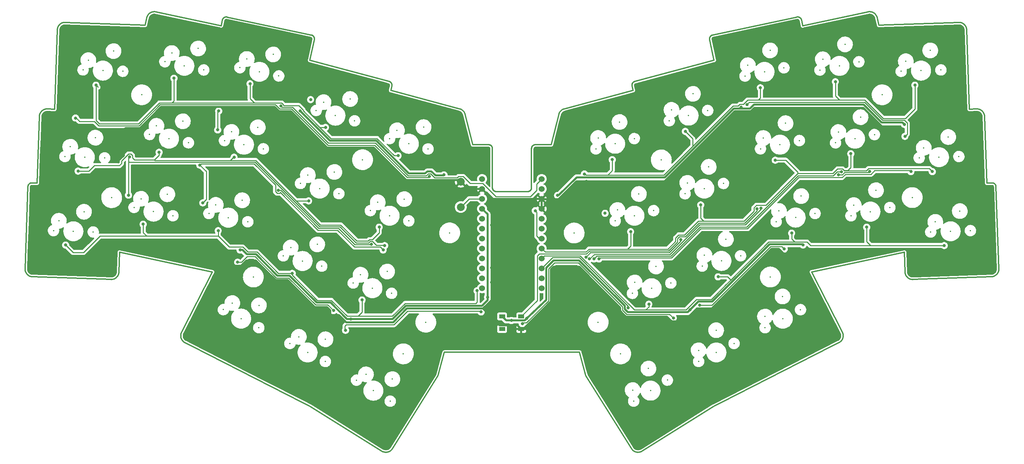
<source format=gbr>
%TF.GenerationSoftware,KiCad,Pcbnew,(6.0.6)*%
%TF.CreationDate,2022-07-10T22:01:45+09:00*%
%TF.ProjectId,nowt,6e6f7774-2e6b-4696-9361-645f70636258,rev?*%
%TF.SameCoordinates,Original*%
%TF.FileFunction,Copper,L1,Top*%
%TF.FilePolarity,Positive*%
%FSLAX46Y46*%
G04 Gerber Fmt 4.6, Leading zero omitted, Abs format (unit mm)*
G04 Created by KiCad (PCBNEW (6.0.6)) date 2022-07-10 22:01:45*
%MOMM*%
%LPD*%
G01*
G04 APERTURE LIST*
%TA.AperFunction,Profile*%
%ADD10C,0.349999*%
%TD*%
%TA.AperFunction,SMDPad,CuDef*%
%ADD11R,1.500000X1.000000*%
%TD*%
%TA.AperFunction,ComponentPad*%
%ADD12C,2.000000*%
%TD*%
%TA.AperFunction,ComponentPad*%
%ADD13C,1.524000*%
%TD*%
%TA.AperFunction,ViaPad*%
%ADD14C,0.800000*%
%TD*%
%TA.AperFunction,Conductor*%
%ADD15C,0.250000*%
%TD*%
%TA.AperFunction,Conductor*%
%ADD16C,0.500000*%
%TD*%
%ADD17C,0.350000*%
G04 APERTURE END LIST*
D10*
X72732052Y-26633205D02*
X72684562Y-26643585D01*
X179229312Y-137667739D02*
X179229312Y-137667739D01*
X270294066Y-91684858D02*
X270321484Y-91591155D01*
X196459436Y-32146363D02*
X196458571Y-32196008D01*
X230533221Y-108676893D02*
X230556741Y-108580901D01*
X262154177Y-29918351D02*
X262154177Y-29918351D01*
X31517647Y-28000906D02*
X31420438Y-28014372D01*
X239057900Y-26212028D02*
X239004616Y-26130299D01*
X239312655Y-26847300D02*
X239312655Y-26847300D01*
X197104277Y-31254241D02*
X197057938Y-31273081D01*
X30308662Y-28594722D02*
X30241604Y-28667264D01*
X266173669Y-50734683D02*
X266105080Y-50667580D01*
X115182141Y-43611429D02*
X115158412Y-43567870D01*
X95089535Y-31428482D02*
X95051952Y-31397916D01*
X140961129Y-70437724D02*
X140954768Y-70387679D01*
X61312380Y-107899411D02*
X61302364Y-107996489D01*
X158350196Y-50718048D02*
X158267650Y-50819922D01*
X26536623Y-50228640D02*
X26444609Y-50261262D01*
X115292264Y-44083444D02*
X115291830Y-44034582D01*
X246454202Y-92234775D02*
X246479056Y-92329472D01*
X140919427Y-60041605D02*
X140906354Y-59994511D01*
X115283828Y-43937348D02*
X115276284Y-43889153D01*
X159215351Y-50134709D02*
X159090155Y-50182210D01*
X260959039Y-28156219D02*
X260869103Y-28119283D01*
X238606083Y-25701634D02*
X238527461Y-25641840D01*
X157961692Y-51404106D02*
X157923999Y-51533734D01*
X23082637Y-69067515D02*
X23034527Y-69076596D01*
X150332259Y-71209324D02*
X150286748Y-71226887D01*
X21719967Y-91967790D02*
X21765159Y-92053167D01*
X270184942Y-91956298D02*
X270225732Y-91867596D01*
X261926812Y-29058686D02*
X261879662Y-28974045D01*
X22355374Y-69595762D02*
X22334060Y-69639653D01*
X22115069Y-92509003D02*
X22185383Y-92574359D01*
X151121017Y-59727217D02*
X151094989Y-59767715D01*
X133937526Y-51404093D02*
X133891589Y-51278317D01*
X270388610Y-91105950D02*
X270387606Y-91006736D01*
X176607371Y-44034612D02*
X176606939Y-44083476D01*
X45123022Y-92941581D02*
X45178184Y-92860700D01*
X196464389Y-32296279D02*
X196471169Y-32346757D01*
X140753275Y-59690353D02*
X140723020Y-59651530D01*
X115428202Y-137033728D02*
X127074427Y-118396346D01*
X115203592Y-43655914D02*
X115182141Y-43611429D01*
X23034527Y-69076596D02*
X22987000Y-69088000D01*
X270139818Y-92043001D02*
X270184942Y-91956298D01*
X115289014Y-43985854D02*
X115283828Y-43937348D01*
X150853716Y-70712723D02*
X150831790Y-70756332D01*
X219850350Y-27125968D02*
X219825312Y-27083788D01*
X196676131Y-31566918D02*
X196647174Y-31605205D01*
X72192515Y-26930397D02*
X72160257Y-26966351D01*
X265717927Y-50384675D02*
X265632564Y-50339464D01*
X266685037Y-51658970D02*
X266659348Y-51563062D01*
X247792500Y-93679900D02*
X247886202Y-93707303D01*
X132929984Y-50237615D02*
X132809048Y-50182236D01*
X159090155Y-50182210D02*
X158969219Y-50237593D01*
X248371389Y-93774355D02*
X248470599Y-93773337D01*
X72336989Y-26803832D02*
X72298703Y-26832788D01*
X237527444Y-25270441D02*
X237429897Y-25264460D01*
X150781583Y-70840244D02*
X150753369Y-70880384D01*
X31714403Y-27988342D02*
X31615691Y-27992209D01*
X53453532Y-25585768D02*
X53371694Y-25641844D01*
X177208207Y-43150756D02*
X177163704Y-43171411D01*
X176998061Y-43274526D02*
X176960094Y-43305158D01*
X114939113Y-43305142D02*
X114901148Y-43274510D01*
X114893202Y-137602513D02*
X114971278Y-137543905D01*
X30530817Y-28397626D02*
X30453761Y-28459444D01*
X246433973Y-92138751D02*
X246454202Y-92234775D01*
X261773790Y-28812742D02*
X261715327Y-28736324D01*
X239193221Y-26471921D02*
X239152303Y-26382985D01*
X219637436Y-26863558D02*
X219600545Y-26832779D01*
X94886303Y-31294074D02*
X94841302Y-31273092D01*
X141847361Y-71280237D02*
X141797317Y-71273879D01*
X145949603Y-71285399D02*
X141949603Y-71285399D01*
X150286748Y-71226887D02*
X150240408Y-71242218D01*
X140938638Y-60137704D02*
X140930200Y-60089363D01*
X22247560Y-69970004D02*
X22244601Y-70019530D01*
X177345170Y-137797033D02*
X177435668Y-137835152D01*
X22668216Y-92890970D02*
X22757716Y-92929939D01*
X220263125Y-28851722D02*
X219956149Y-27407487D01*
X265362947Y-50228750D02*
X265268999Y-50200556D01*
X23039268Y-93020588D02*
X23137067Y-93041620D01*
X94381060Y-126216544D02*
X112670657Y-137669425D01*
X115187462Y-137345843D02*
X115253027Y-137272754D01*
X73129115Y-26637251D02*
X73129115Y-26637251D01*
X52951753Y-26051269D02*
X52894548Y-26130303D01*
X268943344Y-92998125D02*
X269036563Y-92968736D01*
X177816101Y-137942532D02*
X177913822Y-137957446D01*
X177300430Y-43115971D02*
X177253806Y-43132258D01*
X150807735Y-70798866D02*
X150781583Y-70840244D01*
X218871195Y-26621047D02*
X218820719Y-26627828D01*
X140504178Y-59453294D02*
X140462782Y-59427148D01*
X61552420Y-109132568D02*
X61602451Y-109216748D01*
X62217312Y-109837216D02*
X62301801Y-109888442D01*
X140949603Y-60285399D02*
X140948373Y-60235804D01*
X268458163Y-93075324D02*
X268557205Y-93069429D01*
X29797051Y-29527887D02*
X29776817Y-29623916D01*
X22244601Y-70019530D02*
X22244601Y-70019530D01*
X115118553Y-137415467D02*
X115187462Y-137345843D01*
X158061496Y-51156710D02*
X158007627Y-51278328D01*
X29851319Y-29339973D02*
X29821909Y-29433185D01*
X178876335Y-137843293D02*
X178967259Y-137806200D01*
X164824786Y-118396346D02*
X176470996Y-137034179D01*
X140462782Y-59427148D02*
X140420230Y-59403099D01*
X22297966Y-69730316D02*
X22283260Y-69776925D01*
X178499446Y-137945570D02*
X178595296Y-137926974D01*
X115276284Y-43889153D02*
X115266393Y-43841357D01*
X248077439Y-93748304D02*
X248174642Y-93761776D01*
X141028196Y-70674672D02*
X141010290Y-70629262D01*
X261447666Y-28461694D02*
X261372948Y-28401404D01*
X150891043Y-70622609D02*
X150873479Y-70668121D01*
X269299612Y-69290022D02*
X269261076Y-69259113D01*
X239261986Y-26655976D02*
X239229815Y-26562966D01*
X177913822Y-137957446D02*
X178011802Y-137967483D01*
X113209932Y-137904890D02*
X113304821Y-137928071D01*
X176780956Y-137415745D02*
X176853122Y-137481756D01*
X45672885Y-86820426D02*
X69356166Y-91854468D01*
X115158412Y-43567870D02*
X115132554Y-43525540D01*
X230471809Y-108865618D02*
X230504855Y-108772017D01*
X176711987Y-137346163D02*
X176780956Y-137415745D01*
X150620761Y-71026747D02*
X150583343Y-71058982D01*
X95051952Y-31397916D02*
X95012789Y-31369118D01*
X260683118Y-28058482D02*
X260587328Y-28034860D01*
X269494489Y-69511261D02*
X269466900Y-69470816D01*
X140873441Y-59902645D02*
X140853670Y-59858037D01*
X151473461Y-59407678D02*
X151431616Y-59431704D01*
X266555503Y-51287900D02*
X266512395Y-51200771D01*
X23440608Y-93075339D02*
X23440608Y-93075339D01*
X114645407Y-43132242D02*
X114598783Y-43115955D01*
X30864014Y-28191826D02*
X30777302Y-28236931D01*
X114974765Y-45384867D02*
X114974765Y-45384867D01*
X30610536Y-28339893D02*
X30530817Y-28397626D01*
X61296583Y-108191587D02*
X61300846Y-108289253D01*
X248470599Y-93773337D02*
X248470599Y-93773337D01*
X269128133Y-92934870D02*
X269217892Y-92896599D01*
X141390504Y-71114626D02*
X141351298Y-71086747D01*
X53012778Y-25975076D02*
X52951753Y-26051269D01*
X21512065Y-91006743D02*
X21511073Y-91109676D01*
X141177966Y-70921511D02*
X141148279Y-70883736D01*
X44106924Y-93679847D02*
X44199121Y-93647921D01*
X150970238Y-60084182D02*
X150961375Y-60133354D01*
X72025857Y-27169584D02*
X72004876Y-27214584D01*
X52841264Y-26212031D02*
X52792002Y-26296309D01*
X23279246Y-69055037D02*
X23229635Y-69054517D01*
X219956149Y-27407487D02*
X219944177Y-27357423D01*
X248174642Y-93761776D02*
X248272681Y-93770481D01*
X71943103Y-27407483D02*
X71636073Y-28851722D01*
X268458163Y-93075324D02*
X268458163Y-93075324D01*
X21609315Y-91698138D02*
X21641924Y-91790146D01*
X230122960Y-109453058D02*
X230184579Y-109377345D01*
X95012789Y-31369118D02*
X94972095Y-31342162D01*
X266594451Y-51377406D02*
X266555503Y-51287900D01*
X151949603Y-59287265D02*
X151898208Y-59288563D01*
X247110844Y-93303191D02*
X247187893Y-93365010D01*
X54763267Y-25275298D02*
X54665214Y-25266857D01*
X21538593Y-91410930D02*
X21557528Y-91508400D01*
X145949603Y-112396346D02*
X145949603Y-112396346D01*
X22047981Y-92440397D02*
X22115069Y-92509003D01*
X61342415Y-108580593D02*
X61365912Y-108676563D01*
X237233945Y-25266856D02*
X237135890Y-25275297D01*
X112670657Y-137669425D02*
X112756081Y-137719996D01*
X133264176Y-50447946D02*
X133157854Y-50370781D01*
X269645899Y-69920900D02*
X269638131Y-69872298D01*
X269180093Y-69203455D02*
X269137812Y-69178767D01*
X113497318Y-137960397D02*
X113594575Y-137969484D01*
X229916846Y-109661084D02*
X229988978Y-109595063D01*
X158191814Y-50927198D02*
X158122994Y-51039564D01*
X157923999Y-51533734D02*
X155949603Y-59287265D01*
X265544860Y-50298325D02*
X265454944Y-50261380D01*
X150656695Y-70992553D02*
X150656695Y-70992553D01*
X72160257Y-26966351D02*
X72129692Y-27003934D01*
X266300965Y-50878440D02*
X266239007Y-50805010D01*
X45063825Y-93019842D02*
X45123022Y-92941581D01*
X43528069Y-93774327D02*
X43626771Y-93770447D01*
X140853670Y-59858037D02*
X140831733Y-59814422D01*
X45491674Y-91943369D02*
X45497592Y-91844336D01*
X247609764Y-93611596D02*
X247700299Y-93647977D01*
X52792002Y-26296309D02*
X52746861Y-26382988D01*
X151797501Y-59298759D02*
X151748313Y-59307532D01*
X72977762Y-26616866D02*
X72927767Y-26615232D01*
X266739703Y-52060307D02*
X266733510Y-51957559D01*
X262099500Y-29516948D02*
X262073804Y-29421026D01*
X238753273Y-25831794D02*
X238681388Y-25765001D01*
X22335202Y-92694801D02*
X22414466Y-92749628D01*
X72298703Y-26832788D02*
X72261812Y-26863567D01*
X140286457Y-59343876D02*
X140240100Y-59328556D01*
X22848752Y-69135837D02*
X22804390Y-69156220D01*
X128682116Y-112396346D02*
X145949603Y-112396346D01*
X151314130Y-59515102D02*
X151277860Y-59546467D01*
X176960094Y-43305158D02*
X176923646Y-43337623D01*
X269474688Y-92756095D02*
X269555588Y-92700942D01*
X264774532Y-50130367D02*
X264671603Y-50131333D01*
X247349815Y-93476333D02*
X247434356Y-93525712D01*
X72073941Y-27083793D02*
X72048903Y-27125971D01*
X25940783Y-50543395D02*
X25866068Y-50603686D01*
X261828611Y-28892023D02*
X261773790Y-28812742D01*
X95348682Y-31770834D02*
X95327499Y-31727711D01*
X140949603Y-60285399D02*
X140949603Y-60285399D01*
X112932800Y-137807635D02*
X113023746Y-137844643D01*
X269217892Y-92896599D02*
X269305679Y-92853997D01*
X269654238Y-70019530D02*
X269654238Y-70019530D01*
X151048774Y-59852556D02*
X151028712Y-59896776D01*
X133157854Y-50370781D02*
X133046355Y-50300567D01*
X261715327Y-28736324D02*
X261653353Y-28662888D01*
X115253027Y-137272754D02*
X115315101Y-137196304D01*
X140656558Y-59578173D02*
X140656558Y-59578173D01*
X62301801Y-109888442D02*
X62389102Y-109935630D01*
X265800820Y-50433838D02*
X265717927Y-50384675D01*
X95252051Y-31605223D02*
X95223095Y-31566935D01*
X25386945Y-51200681D02*
X25343828Y-51287821D01*
X43822001Y-93748261D02*
X43918198Y-93730079D01*
X266239007Y-50805010D02*
X266173669Y-50734683D01*
X269305679Y-92853997D02*
X269391331Y-92807138D01*
X261587999Y-28592557D02*
X261519393Y-28525452D01*
X239706683Y-28701015D02*
X239706683Y-28701015D01*
X176606939Y-44083476D02*
X176608899Y-44132386D01*
X270225732Y-91867596D02*
X270262128Y-91777060D01*
X237429897Y-25264460D02*
X237332006Y-25263255D01*
X219929842Y-27308552D02*
X219913217Y-27260923D01*
X114861734Y-43245766D02*
X114820942Y-43218963D01*
X133631557Y-50819922D02*
X133549010Y-50718051D01*
X45229237Y-92777362D02*
X45276108Y-92691728D01*
X53988458Y-25341472D02*
X53895246Y-25370843D01*
X230499626Y-107518401D02*
X230466082Y-107425818D01*
X176525722Y-137117016D02*
X176584226Y-137196695D01*
X72048903Y-27125971D02*
X72025857Y-27169584D01*
X230556741Y-108580901D02*
X230575429Y-108484219D01*
X45480912Y-92041559D02*
X45491674Y-91943369D01*
X150949603Y-70285399D02*
X150949603Y-70285399D01*
X176853122Y-137481756D02*
X176928342Y-137544091D01*
X95327499Y-31727711D02*
X95304301Y-31685685D01*
X25304873Y-51377337D02*
X25270208Y-51469110D01*
X266512395Y-51200771D02*
X266465258Y-51116139D01*
X270262128Y-91777060D02*
X270294066Y-91684858D01*
X115428202Y-137033728D02*
X115428202Y-137033728D01*
X140950905Y-70336896D02*
X140949603Y-70285437D01*
X237135890Y-25275297D02*
X237038015Y-25288610D01*
X197487612Y-126216643D02*
X229509402Y-109935973D01*
X145949603Y-112396346D02*
X163217089Y-112396346D01*
X158122994Y-51039564D02*
X158061496Y-51156710D01*
X150949603Y-60285434D02*
X150949603Y-70285399D01*
X95440628Y-32196018D02*
X95439765Y-32146374D01*
X230552663Y-107707165D02*
X230528490Y-107612242D01*
X141094387Y-70803959D02*
X141070307Y-70762083D01*
X140331985Y-59361429D02*
X140286457Y-59343876D01*
X133549010Y-50718051D02*
X133460060Y-50621891D01*
X266659348Y-51563062D02*
X266629109Y-51469167D01*
X114554688Y-137797130D02*
X114642959Y-137754655D01*
X22894029Y-69117651D02*
X22848752Y-69135837D01*
X178690178Y-137903709D02*
X178783916Y-137875806D01*
X22849472Y-92964618D02*
X22943363Y-92994878D01*
X114901148Y-43274510D02*
X114861734Y-43245766D01*
X52894548Y-26130303D02*
X52841264Y-26212031D01*
X25725741Y-50734551D02*
X25660389Y-50804882D01*
X158267650Y-50819922D02*
X158191814Y-50927198D01*
X114642959Y-137754655D02*
X114728898Y-137707991D01*
X230184579Y-109377345D02*
X230242463Y-109298670D01*
X29966118Y-29070885D02*
X29923497Y-29158661D01*
X265268999Y-50200556D02*
X265173229Y-50176919D01*
X115075086Y-43445461D02*
X115043617Y-43407821D01*
X95192318Y-31530043D02*
X95159766Y-31494620D01*
X219070327Y-26619406D02*
X219021109Y-26616091D01*
X61309896Y-108386761D02*
X61323748Y-108483933D01*
X264976744Y-50143801D02*
X264876289Y-50134563D01*
X25598418Y-50878318D02*
X25539959Y-50954737D01*
X246401766Y-91844329D02*
X246407681Y-91943366D01*
X22718747Y-69203458D02*
X22677632Y-69230251D01*
X248272681Y-93770481D02*
X248371389Y-93774355D01*
X150981465Y-60035876D02*
X150970238Y-60084182D01*
X30241604Y-28667264D02*
X30178435Y-28742749D01*
X72878124Y-26616097D02*
X72828907Y-26619413D01*
X219706736Y-26930389D02*
X219672858Y-26896111D01*
X25270208Y-51469110D02*
X25239964Y-51563018D01*
X61981866Y-109660660D02*
X62057229Y-109723190D01*
X158969219Y-50237593D02*
X158852848Y-50300548D01*
X230575429Y-108484219D02*
X230589300Y-108387023D01*
X72591831Y-26671069D02*
X72546738Y-26688076D01*
X176645029Y-43794071D02*
X176632804Y-43841382D01*
X115258303Y-44326695D02*
X115269951Y-44278480D01*
X150994996Y-59988498D02*
X150981465Y-60035876D01*
X151277860Y-59546467D02*
X151243140Y-59579510D01*
X270362514Y-91399912D02*
X270376002Y-91302704D01*
X269615582Y-69776925D02*
X269600875Y-69730314D01*
X237038015Y-25288610D02*
X236940493Y-25306828D01*
X25660389Y-50804882D02*
X25598418Y-50878318D01*
X140145231Y-59304752D02*
X140096883Y-59296335D01*
X25177055Y-51856337D02*
X25165793Y-51957572D01*
X176629254Y-44278517D02*
X176640902Y-44326733D01*
X73129115Y-26637251D02*
X73078511Y-26627828D01*
X151010766Y-59942110D02*
X150994996Y-59988498D01*
X246226321Y-86820426D02*
X246401766Y-91844329D01*
X196460206Y-32246005D02*
X196464389Y-32296279D01*
X269600875Y-69730314D02*
X269583929Y-69684530D01*
X177163704Y-43171411D02*
X177120368Y-43194170D01*
X72502594Y-26707196D02*
X72459472Y-26728380D01*
X151028712Y-59896776D02*
X151010766Y-59942110D01*
X45672885Y-86820426D02*
X45672885Y-86820426D01*
X196847282Y-31397901D02*
X196809697Y-31428466D01*
X26726375Y-50176830D02*
X26630588Y-50200456D01*
X260390803Y-28001776D02*
X260290328Y-27992558D01*
X72226391Y-26896119D02*
X72192515Y-26930397D01*
X26823853Y-50157884D02*
X26726375Y-50176830D01*
X114728898Y-137707991D02*
X114812361Y-137657243D01*
X115010418Y-43371851D02*
X114975560Y-43337607D01*
X261046763Y-28197350D02*
X260959039Y-28156219D01*
X53371694Y-25641844D02*
X53293074Y-25701638D01*
X61300846Y-108289253D02*
X61309896Y-108386761D01*
X246776340Y-92941621D02*
X246835541Y-93019886D01*
X30379534Y-28525285D02*
X30379534Y-28525285D01*
X150690891Y-70956620D02*
X150656695Y-70992553D01*
X52192523Y-28701015D02*
X52192523Y-28701015D01*
X269261076Y-69259113D02*
X269221208Y-69230247D01*
X177622634Y-137898095D02*
X177718814Y-137922713D01*
X270387606Y-91006736D02*
X269654238Y-70019530D01*
X269543466Y-69595760D02*
X269520023Y-69552936D01*
X150544522Y-71089222D02*
X150504382Y-71117434D01*
X29923497Y-29158661D02*
X29885206Y-29248411D01*
X31324229Y-28032544D02*
X31229187Y-28055361D01*
X177256857Y-137754620D02*
X177345170Y-137797033D01*
X22562113Y-69322947D02*
X22526672Y-69357667D01*
X115158412Y-43567870D02*
X115158412Y-43567870D01*
X247700299Y-93647977D02*
X247792500Y-93679900D01*
X115239617Y-43747311D02*
X115222755Y-43701237D01*
X261969931Y-29145826D02*
X261926812Y-29058686D01*
X179056514Y-137764557D02*
X179143923Y-137718393D01*
X21515244Y-91211439D02*
X21524458Y-91311900D01*
X149949572Y-71285434D02*
X149949572Y-71285434D01*
X133365013Y-50531753D02*
X133264176Y-50447946D01*
X230427873Y-107334672D02*
X230385012Y-107245139D01*
X219352503Y-26688066D02*
X219307409Y-26671059D01*
X95279135Y-31644831D02*
X95252051Y-31605223D01*
X246479056Y-92329472D02*
X246508462Y-92422680D01*
X151094989Y-59767715D02*
X151070887Y-59809515D01*
X53538047Y-25533815D02*
X53453532Y-25585768D01*
X219956149Y-27407487D02*
X219956149Y-27407487D01*
X114551203Y-43101933D02*
X114551203Y-43101933D01*
X238185991Y-25443293D02*
X238095736Y-25404792D01*
X114598783Y-43115955D02*
X114551203Y-43101933D01*
X141652241Y-71240445D02*
X141605777Y-71224724D01*
X268911839Y-69087996D02*
X268864314Y-69076592D01*
X268752604Y-93043175D02*
X268848637Y-93022962D01*
X114975560Y-43337607D02*
X114939113Y-43305142D01*
X140906354Y-59994511D02*
X140891014Y-59948164D01*
X219214676Y-26643576D02*
X219167185Y-26633197D01*
X54274691Y-25281167D02*
X54178355Y-25296602D01*
X239152303Y-26382985D02*
X239107163Y-26296305D01*
X135949603Y-59287265D02*
X135949603Y-59287265D01*
X115266393Y-43841357D02*
X115254167Y-43794047D01*
X266359413Y-50954852D02*
X266300965Y-50878440D01*
X269004809Y-69117647D02*
X268958699Y-69101691D01*
X163217089Y-112396346D02*
X164824786Y-118396346D01*
X22493138Y-69393940D02*
X22461548Y-69431684D01*
X140981092Y-70535347D02*
X140969924Y-70486967D01*
X72129692Y-27003934D02*
X72100895Y-27043097D01*
X176676441Y-43701259D02*
X176659579Y-43747334D01*
X26018359Y-50486693D02*
X25940783Y-50543395D01*
X266465258Y-51116139D02*
X266414220Y-51034126D01*
X29744601Y-29918353D02*
X29744601Y-29918353D01*
X45497592Y-91844336D02*
X45672885Y-86820426D01*
X23229635Y-69054517D02*
X23180274Y-69056444D01*
X269633868Y-92641753D02*
X269709369Y-92578601D01*
X150949603Y-70285399D02*
X150948374Y-70334994D01*
X196571720Y-31727694D02*
X196550535Y-31770818D01*
X95439765Y-32146374D02*
X95436452Y-32097156D01*
X94648402Y-31211313D02*
X73129115Y-26637251D01*
X266629109Y-51469167D02*
X266594451Y-51377406D01*
X53077523Y-25901870D02*
X53012778Y-25975076D01*
X22496470Y-92800685D02*
X22581093Y-92847842D01*
X54082886Y-25316714D02*
X53988458Y-25341472D01*
X230589300Y-108387023D02*
X230598367Y-108289491D01*
X140583173Y-59511743D02*
X140544336Y-59481504D01*
X196499561Y-31906026D02*
X196486923Y-31952794D01*
X239229815Y-26562966D02*
X239193221Y-26471921D01*
X179229312Y-137667739D02*
X197487612Y-126216643D01*
X61346595Y-107707082D02*
X61327129Y-107802883D01*
X26266955Y-50339334D02*
X26181575Y-50384541D01*
X177435668Y-137835152D02*
X177528204Y-137868874D01*
X158852848Y-50300548D02*
X158741348Y-50370765D01*
X22677632Y-69230251D02*
X22637766Y-69259117D01*
X21984239Y-92368671D02*
X22047981Y-92440397D01*
X196594920Y-31685668D02*
X196571720Y-31727694D01*
X140891014Y-59948164D02*
X140873441Y-59902645D01*
X151652583Y-59332115D02*
X151606167Y-59347800D01*
X71969411Y-27308551D02*
X71955075Y-27357420D01*
X261879662Y-28974045D02*
X261828611Y-28892023D01*
X94841302Y-31273092D02*
X94794964Y-31254251D01*
X246401766Y-91844329D02*
X246401766Y-91844329D01*
X237816278Y-25316711D02*
X237720809Y-25296599D01*
X115104756Y-43484719D02*
X115075086Y-43445461D01*
X177078268Y-43218978D02*
X177037476Y-43245781D01*
X176924441Y-45384867D02*
X159344500Y-50095401D01*
X150930210Y-70481425D02*
X150919442Y-70529179D01*
X44465051Y-93525653D02*
X44549586Y-93476274D01*
X115279160Y-44229959D02*
X115285940Y-44181220D01*
X270376002Y-91302704D02*
X270384721Y-91204662D01*
X23440608Y-93075339D02*
X43428866Y-93773314D01*
X21678848Y-91880073D02*
X21719967Y-91967790D01*
X159344500Y-50095401D02*
X159215351Y-50134709D01*
X44711499Y-93364952D02*
X44788543Y-93303135D01*
X262043557Y-29327117D02*
X262008890Y-29235344D01*
X219522650Y-26776736D02*
X219481797Y-26751569D01*
X114820942Y-43218963D02*
X114778844Y-43194155D01*
X22761027Y-69178771D02*
X22718747Y-69203458D01*
X23137067Y-93041620D02*
X23236637Y-93057842D01*
X26181575Y-50384541D02*
X26098666Y-50433701D01*
X176928342Y-137544091D02*
X177006470Y-137602649D01*
X219307409Y-26671059D02*
X219261442Y-26656213D01*
X94794964Y-31254251D02*
X94747335Y-31237624D01*
X177087362Y-137657325D02*
X177170873Y-137708016D01*
X219167185Y-26633197D02*
X219119043Y-26625125D01*
X238361108Y-25533811D02*
X238274506Y-25486310D01*
X113116181Y-137877071D02*
X113209932Y-137904890D01*
X196620087Y-31644814D02*
X196594920Y-31685668D01*
X61323748Y-108483933D02*
X61342415Y-108580593D01*
X128682116Y-112396346D02*
X128682116Y-112396346D01*
X158635027Y-50447933D02*
X158534191Y-50531744D01*
X95159766Y-31494620D02*
X95125489Y-31460742D01*
X158534191Y-50531744D02*
X158439145Y-50621885D01*
X43428866Y-93773314D02*
X43528069Y-93774327D01*
X140048035Y-59290287D02*
X139998769Y-59286642D01*
X151178602Y-59650382D02*
X151148909Y-59688085D01*
X69356166Y-91854468D02*
X69356166Y-91854468D01*
X269466900Y-69470816D02*
X269437293Y-69431680D01*
X150961375Y-60133354D02*
X150954939Y-60183328D01*
X197487612Y-126216643D02*
X197487612Y-126216643D01*
X197602359Y-37674814D02*
X177348010Y-43101950D01*
X62057229Y-109723190D02*
X62135750Y-109782087D01*
X45276108Y-92691728D02*
X45318722Y-92603959D01*
X229509402Y-109935973D02*
X229596744Y-109888808D01*
X22637766Y-69259117D02*
X22599232Y-69290026D01*
X114551203Y-43101933D02*
X94296847Y-37674814D01*
X246226321Y-86820426D02*
X246226321Y-86820426D01*
X230598367Y-108289491D02*
X230602644Y-108191800D01*
X267334750Y-69099917D02*
X267334750Y-69099917D01*
X237720809Y-25296599D02*
X237624473Y-25281165D01*
X219439771Y-26728370D02*
X219396648Y-26707186D01*
X52609528Y-26750805D02*
X52586505Y-26847303D01*
X196647174Y-31605205D02*
X196620087Y-31644814D01*
X139998769Y-59286642D02*
X139949168Y-59285434D01*
X150919442Y-70529179D02*
X150906376Y-70576267D01*
X178207836Y-137973049D02*
X178305540Y-137968637D01*
X61399625Y-107518371D02*
X61370765Y-107612186D01*
X238003916Y-25370840D02*
X237910705Y-25341469D01*
X114464231Y-137835314D02*
X114554688Y-137797130D01*
X151391071Y-59457658D02*
X151351888Y-59485478D01*
X61427269Y-108865249D02*
X61464713Y-108956683D01*
X196471169Y-32346757D02*
X196480593Y-32397362D01*
X141949603Y-71285399D02*
X141949603Y-71285399D01*
X247267606Y-93422745D02*
X247349815Y-93476333D01*
X22461548Y-69431684D02*
X22431940Y-69470819D01*
X176740786Y-43567889D02*
X176740786Y-43567889D01*
X141699693Y-71253920D02*
X141652241Y-71240445D01*
X230528490Y-107612242D02*
X230499626Y-107518401D01*
X269437293Y-69431680D02*
X269405705Y-69393936D01*
X72004876Y-27214584D02*
X71986036Y-27260923D01*
X196458571Y-32196008D02*
X196460206Y-32246005D01*
X61841073Y-109525241D02*
X61909775Y-109594632D01*
X140954768Y-70387679D02*
X140950905Y-70336896D01*
X269372173Y-69357663D02*
X269336734Y-69322943D01*
X267334750Y-69099917D02*
X266739703Y-52060307D01*
X155949603Y-59287265D02*
X155949603Y-59287265D01*
X72780192Y-26625132D02*
X72732052Y-26633205D01*
X150873479Y-70668121D02*
X150853716Y-70712723D01*
X158741348Y-50370765D02*
X158635027Y-50447933D01*
X229841442Y-109723604D02*
X229916846Y-109661084D01*
X43626771Y-93770447D02*
X43724803Y-93761738D01*
X54567155Y-25263256D02*
X54469265Y-25264462D01*
X61433162Y-107425814D02*
X61399625Y-107518371D01*
X238527461Y-25641840D02*
X238445620Y-25585764D01*
X268864314Y-69076592D02*
X268816205Y-69067511D01*
X247187893Y-93365010D02*
X247267606Y-93422745D01*
X95422663Y-32000299D02*
X95412286Y-31952808D01*
X140620608Y-59543977D02*
X140583173Y-59511743D01*
X177006470Y-137602649D02*
X177087362Y-137657325D01*
X236940493Y-25306828D02*
X236940493Y-25306828D01*
X269094449Y-69156216D02*
X269050087Y-69135833D01*
X219481797Y-26751569D02*
X219439771Y-26728370D01*
X31135478Y-28082759D02*
X31043269Y-28114678D01*
X113304821Y-137928071D02*
X113400675Y-137946583D01*
X22526672Y-69357667D02*
X22493138Y-69393940D01*
X246508462Y-92422680D02*
X246542344Y-92514238D01*
X45357007Y-92514217D02*
X45390889Y-92422663D01*
X45497592Y-91844336D02*
X45497592Y-91844336D01*
X22599232Y-69290026D02*
X22562113Y-69322947D01*
X270344321Y-91496117D02*
X270362514Y-91399912D01*
X196969322Y-31317109D02*
X196927142Y-31342148D01*
X114371731Y-137869104D02*
X114464231Y-137835314D01*
X269651281Y-69970004D02*
X269645899Y-69920900D01*
X43428866Y-93773314D02*
X43428866Y-93773314D01*
X21557528Y-91508400D02*
X21581143Y-91604179D01*
X196480593Y-32397362D02*
X197602359Y-37674814D01*
X268619601Y-69055033D02*
X268619601Y-69055033D01*
X237624473Y-25281165D02*
X237527444Y-25270441D01*
X44199121Y-93647921D02*
X44289652Y-93611539D01*
X115132554Y-43525540D02*
X115104756Y-43484719D01*
X197012936Y-31294062D02*
X196969322Y-31317109D01*
X29036982Y-50194493D02*
X29036982Y-50194493D01*
X150376860Y-71189564D02*
X150332259Y-71209324D01*
X176659579Y-43747334D02*
X176645029Y-43794071D01*
X127074427Y-118396346D02*
X127074427Y-118396346D01*
X196468470Y-32048427D02*
X196462752Y-32097144D01*
X177348010Y-43101950D02*
X177348010Y-43101950D01*
X72828907Y-26619413D02*
X72780192Y-26625132D01*
X219600545Y-26832779D02*
X219562258Y-26803822D01*
X141148279Y-70883736D02*
X141120398Y-70844531D01*
X113888274Y-137968088D02*
X113986232Y-137957972D01*
X150583343Y-71058982D02*
X150544522Y-71089222D01*
X196550535Y-31770818D02*
X196531415Y-31814964D01*
X150240408Y-71242218D02*
X150193323Y-71255283D01*
X266722248Y-51856340D02*
X266706048Y-51756770D01*
X176470996Y-137034179D02*
X176525722Y-137117016D01*
X197057938Y-31273081D02*
X197012936Y-31294062D01*
X140969924Y-70486967D02*
X140961129Y-70437724D01*
X158439145Y-50621885D02*
X158350196Y-50718048D01*
X22404351Y-69511264D02*
X22378817Y-69552939D01*
X140192997Y-59315504D02*
X140145231Y-59304752D01*
X61602451Y-109216748D02*
X61656448Y-109298241D01*
X95418597Y-32397368D02*
X95428024Y-32346764D01*
X140831733Y-59814422D02*
X140807666Y-59771882D01*
X30952726Y-28151054D02*
X30864014Y-28191826D01*
X151351888Y-59485478D02*
X151314130Y-59515102D01*
X197602359Y-37674814D02*
X197602359Y-37674814D01*
X30379534Y-28525285D02*
X30308662Y-28594722D01*
X45318722Y-92603959D02*
X45357007Y-92514217D01*
X197250842Y-31211308D02*
X197250842Y-31211308D01*
X62389102Y-109935630D02*
X62389102Y-109935630D01*
X72100895Y-27043097D02*
X72073941Y-27083793D01*
X220263125Y-28851722D02*
X220263125Y-28851722D01*
X95412286Y-31952808D02*
X95399651Y-31906041D01*
X218770114Y-26637253D02*
X197250842Y-31211308D01*
X52586505Y-26847303D02*
X52586505Y-26847303D01*
X248470599Y-93773337D02*
X268458163Y-93075324D01*
X238821639Y-25901866D02*
X238753273Y-25831794D01*
X219873396Y-27169582D02*
X219850350Y-27125968D01*
X45420294Y-92329458D02*
X45445149Y-92234766D01*
X262136720Y-29714349D02*
X262120515Y-29614763D01*
X115046443Y-137481522D02*
X115118553Y-137415467D01*
X150145573Y-71266048D02*
X150097241Y-71274480D01*
X61327129Y-107802883D02*
X61312380Y-107899411D01*
X21867279Y-92216379D02*
X21923965Y-92293955D01*
X25485140Y-51034018D02*
X25434092Y-51116040D01*
X268557205Y-93069429D02*
X268655406Y-93058688D01*
X219894377Y-27214583D02*
X219873396Y-27169582D01*
X246542344Y-92514238D02*
X246580630Y-92603985D01*
X176610186Y-43985883D02*
X176607371Y-44034612D01*
X140544336Y-59481504D02*
X140504178Y-59453294D01*
X25794344Y-50667445D02*
X25725741Y-50734551D01*
X94972095Y-31342162D02*
X94929916Y-31317122D01*
X269564780Y-69639651D02*
X269543466Y-69595760D01*
X151949603Y-59287265D02*
X151949603Y-59287265D01*
X26444609Y-50261262D02*
X26354676Y-50298200D01*
X29761282Y-29721111D02*
X29750519Y-29819310D01*
X151847487Y-59292415D02*
X151797501Y-59298759D01*
X45465379Y-92138745D02*
X45480912Y-92041559D01*
X246623246Y-92691758D02*
X246670119Y-92777396D01*
X151560799Y-59365664D02*
X151516543Y-59385644D01*
X140807666Y-59771882D02*
X140781502Y-59730498D01*
X139949168Y-59285434D02*
X139949168Y-59285434D01*
X269851382Y-92440703D02*
X269917238Y-92366492D01*
X158007627Y-51278328D02*
X157961692Y-51404106D01*
X141313521Y-71057061D02*
X141277237Y-71025632D01*
X52705943Y-26471924D02*
X52669348Y-26562970D01*
X141797317Y-71273879D02*
X141748073Y-71265085D01*
X53713168Y-25443296D02*
X53624651Y-25486314D01*
X176640902Y-44326733D02*
X176640902Y-44326733D01*
X45390889Y-92422663D02*
X45420294Y-92329458D01*
X133707395Y-50927194D02*
X133631557Y-50819922D01*
X269917238Y-92366492D02*
X269979072Y-92289450D01*
X30064058Y-28901900D02*
X30012996Y-28985244D01*
X269221208Y-69230247D02*
X269180093Y-69203455D01*
X43918198Y-93730079D02*
X44013228Y-93707253D01*
X230504855Y-108772017D02*
X230504855Y-108772017D01*
X27228083Y-50131324D02*
X27228083Y-50131324D01*
X61656448Y-109298241D02*
X61714294Y-109376910D01*
X196514407Y-31860058D02*
X196499561Y-31906026D01*
X53145888Y-25831798D02*
X53077523Y-25901870D01*
X31813616Y-27989368D02*
X31714403Y-27988342D01*
X176622914Y-43889180D02*
X176615370Y-43937376D01*
X72546738Y-26688076D02*
X72502594Y-26707196D01*
X73028035Y-26621049D02*
X72977762Y-26616866D01*
X114735508Y-43171396D02*
X114691006Y-43150740D01*
X176924441Y-45384867D02*
X176924441Y-45384867D01*
X71636073Y-28851722D02*
X54958659Y-25306828D01*
X269391331Y-92807138D02*
X269474688Y-92756095D01*
X177253806Y-43132258D02*
X177208207Y-43150756D01*
X246835541Y-93019886D02*
X246898705Y-93095370D01*
X115222755Y-43701237D02*
X115203592Y-43655914D01*
X145949603Y-71285399D02*
X145949603Y-71285399D01*
X176794445Y-43484737D02*
X176766645Y-43525558D01*
X176608899Y-44132386D02*
X176613264Y-44181255D01*
X23337857Y-93069125D02*
X23440608Y-93075339D01*
X25539959Y-50954737D02*
X25485140Y-51034018D01*
X196739463Y-31494603D02*
X196706910Y-31530026D01*
X159344500Y-50095401D02*
X159344500Y-50095401D01*
X178305540Y-137968637D02*
X178402802Y-137959467D01*
X141431077Y-71140635D02*
X141390504Y-71114626D01*
X94296847Y-37674814D02*
X94296847Y-37674814D01*
X72927767Y-26615232D02*
X72878124Y-26616097D01*
X52669348Y-26562970D02*
X52637176Y-26655979D01*
X22562113Y-69322947D02*
X22562113Y-69322947D01*
X45178184Y-92860700D02*
X45229237Y-92777362D01*
X196809697Y-31428466D02*
X196773742Y-31460726D01*
X61909775Y-109594632D02*
X61981866Y-109660660D01*
X268718570Y-69056440D02*
X268669211Y-69054513D01*
X197200778Y-31223280D02*
X197151907Y-31237616D01*
X176620045Y-44229994D02*
X176629254Y-44278517D01*
X230385012Y-107245139D02*
X230385012Y-107245139D01*
X114691006Y-43150740D02*
X114645407Y-43132242D01*
X22283260Y-69776925D02*
X22270829Y-69824280D01*
X238947411Y-26051265D02*
X238886385Y-25975072D01*
X141120398Y-70844531D02*
X141094387Y-70803959D01*
X260085604Y-27989373D02*
X239706683Y-28701015D01*
X113790228Y-137973359D02*
X113888274Y-137968088D01*
X25434092Y-51116040D02*
X25386945Y-51200681D01*
X21581143Y-91604179D02*
X21609315Y-91698138D01*
X114812361Y-137657243D02*
X114893202Y-137602513D01*
X229509402Y-109935973D02*
X229509402Y-109935973D01*
X23279246Y-69055037D02*
X23279246Y-69055037D01*
X266733510Y-51957559D02*
X266722248Y-51856340D01*
X22378817Y-69552939D02*
X22355374Y-69595762D01*
X61297094Y-108093940D02*
X61296583Y-108191587D01*
X219913217Y-27260923D02*
X219894377Y-27214583D01*
X72417448Y-26751579D02*
X72376595Y-26776746D01*
X261519393Y-28525452D02*
X261447666Y-28461694D01*
X237910705Y-25341469D02*
X237816278Y-25316711D01*
X114974765Y-45384867D02*
X115258303Y-44326695D01*
X21524458Y-91311900D02*
X21538593Y-91410930D01*
X150954939Y-60183328D02*
X150950995Y-60234042D01*
X229681275Y-109837601D02*
X229762879Y-109782488D01*
X177718814Y-137922713D02*
X177718814Y-137922713D01*
X196886446Y-31369103D02*
X196847282Y-31397901D01*
X151699986Y-59318671D02*
X151652583Y-59332115D01*
X176717056Y-43611449D02*
X176695604Y-43655935D01*
X266414220Y-51034126D02*
X266359413Y-50954852D01*
X95304301Y-31685685D02*
X95279135Y-31644831D01*
X54665214Y-25266857D02*
X54567155Y-25263256D01*
X270090424Y-92127538D02*
X270139818Y-92043001D01*
X150504382Y-71117434D02*
X150463003Y-71143585D01*
X54861140Y-25288611D02*
X54763267Y-25275298D01*
X22270829Y-69824280D02*
X22260711Y-69872299D01*
X247521060Y-93570821D02*
X247609764Y-93611596D01*
X246721175Y-92860737D02*
X246776340Y-92941621D01*
X94381060Y-126216544D02*
X94381060Y-126216544D01*
X150048409Y-71280544D02*
X149999159Y-71284207D01*
X54958659Y-25306828D02*
X54958659Y-25306828D01*
X247036624Y-93237349D02*
X247110844Y-93303191D01*
X219119043Y-26625125D02*
X219070327Y-26619406D01*
X270387606Y-91006736D02*
X270387606Y-91006736D01*
X114083928Y-137942981D02*
X114181185Y-137923087D01*
X247434356Y-93525712D02*
X247521060Y-93570821D01*
X114971278Y-137543905D02*
X115046443Y-137481522D01*
X264671603Y-50131333D02*
X264671603Y-50131333D01*
X178595296Y-137926974D02*
X178690178Y-137903709D01*
X219672858Y-26896111D02*
X219637436Y-26863558D01*
X25239964Y-51563018D02*
X25214270Y-51658939D01*
X115290304Y-44132353D02*
X115292264Y-44083444D01*
X269654238Y-70019530D02*
X269651281Y-69970004D01*
X196927142Y-31342148D02*
X196886446Y-31369103D01*
X23236637Y-93057842D02*
X23337857Y-93069125D01*
X133460060Y-50621891D02*
X133365013Y-50531753D01*
X22185383Y-92574359D02*
X22258801Y-92636335D01*
X266033371Y-50603823D02*
X265958671Y-50543533D01*
X114181185Y-137923087D02*
X114181185Y-137923087D01*
X22581093Y-92847842D02*
X22668216Y-92890970D01*
X26098666Y-50433701D02*
X26018359Y-50486693D01*
X31420438Y-28014372D02*
X31324229Y-28032544D01*
X238095736Y-25404792D02*
X238003916Y-25370840D01*
X238274506Y-25486310D02*
X238185991Y-25443293D01*
X115258303Y-44326695D02*
X115258303Y-44326695D01*
X24564463Y-69099917D02*
X23279246Y-69055037D01*
X140948373Y-60235804D02*
X140944707Y-60186545D01*
X141949603Y-71285399D02*
X141898144Y-71284098D01*
X238681388Y-25765001D02*
X238606083Y-25701634D01*
X230346562Y-109132981D02*
X230392547Y-109046235D01*
X150906376Y-70576267D02*
X150891043Y-70622609D01*
X261132146Y-28242555D02*
X261046763Y-28197350D01*
X53453532Y-25585768D02*
X53453532Y-25585768D01*
X94929916Y-31317122D02*
X94886303Y-31294074D01*
X176632804Y-43841382D02*
X176622914Y-43889180D01*
X218820719Y-26627828D02*
X218770114Y-26637253D01*
X27023365Y-50134517D02*
X26922893Y-50143739D01*
X150656695Y-70992553D02*
X150620761Y-71026747D01*
X44549586Y-93476274D02*
X44631791Y-93422686D01*
X261295368Y-28344704D02*
X261215058Y-28291714D01*
X260869103Y-28119283D02*
X260777086Y-28086664D01*
X140949603Y-70285437D02*
X140949603Y-70285437D01*
X61471361Y-107334693D02*
X61433162Y-107425814D01*
X25193257Y-51756753D02*
X25177055Y-51856337D01*
X30777302Y-28236931D02*
X30692754Y-28286307D01*
X150097241Y-71274480D02*
X150048409Y-71280544D01*
X246898705Y-93095370D02*
X246965757Y-93167912D01*
X95223095Y-31566935D02*
X95192318Y-31530043D01*
X230057721Y-109525676D02*
X230122960Y-109453058D01*
X22258801Y-92636335D02*
X22335202Y-92694801D01*
X140240100Y-59328556D02*
X140192997Y-59315504D01*
X95438991Y-32246014D02*
X95440628Y-32196018D01*
X22414466Y-92749628D02*
X22496470Y-92800685D01*
X230392547Y-109046235D02*
X230434334Y-108957069D01*
X157923999Y-51533734D02*
X157923999Y-51533734D01*
X95430735Y-32048440D02*
X95422663Y-32000299D01*
X219021109Y-26616091D02*
X218971465Y-26615227D01*
X30692754Y-28286307D02*
X30610536Y-28339893D01*
X151070887Y-59809515D02*
X151048774Y-59852556D01*
X61370765Y-107612186D02*
X61346595Y-107707082D01*
X151148909Y-59688085D02*
X151121017Y-59727217D01*
X237332006Y-25263255D02*
X237233945Y-25266856D01*
X176855586Y-43407837D02*
X176824116Y-43445478D01*
X133837717Y-51156702D02*
X133776217Y-51039557D01*
X61775874Y-109452622D02*
X61841073Y-109525241D01*
X61464713Y-108956683D02*
X61506469Y-109045834D01*
X22252942Y-69920900D02*
X22247560Y-69970004D01*
X239107163Y-26296305D02*
X239057900Y-26212028D01*
X265454944Y-50261380D02*
X265362947Y-50228750D01*
X95418597Y-32397368D02*
X95418597Y-32397368D01*
X115269951Y-44278480D02*
X115279160Y-44229959D01*
X22757716Y-92929939D02*
X22849472Y-92964618D01*
X30119228Y-28821015D02*
X30064058Y-28901900D01*
X150831790Y-70756332D02*
X150807735Y-70798866D01*
X62389102Y-109935630D02*
X94381060Y-126216544D01*
X177348010Y-43101950D02*
X177300430Y-43115971D01*
X141560366Y-71206820D02*
X141516071Y-71186795D01*
X178011802Y-137967483D02*
X178109865Y-137972675D01*
X178967259Y-137806200D02*
X179056514Y-137764557D01*
X151748313Y-59307532D02*
X151699986Y-59318671D01*
X239004616Y-26130299D02*
X238947411Y-26051265D01*
X176695604Y-43655935D02*
X176676441Y-43701259D01*
X196531415Y-31814964D02*
X196514407Y-31860058D01*
X61514209Y-107245185D02*
X61514209Y-107245185D01*
X141209396Y-70957794D02*
X141177966Y-70921511D01*
X71955075Y-27357420D02*
X71943103Y-27407483D01*
X31043269Y-28114678D02*
X30952726Y-28151054D01*
X236940493Y-25306828D02*
X220263125Y-28851722D01*
X44631791Y-93422686D02*
X44711499Y-93364952D01*
X265632564Y-50339464D02*
X265544860Y-50298325D01*
X29821909Y-29433185D02*
X29797051Y-29527887D01*
X261372948Y-28401404D02*
X261295368Y-28344704D01*
X133891589Y-51278317D02*
X133837717Y-51156702D01*
X260587328Y-28034860D02*
X260489846Y-28015917D01*
X141898144Y-71284098D02*
X141847361Y-71280237D01*
X22244601Y-70019530D02*
X21512065Y-91006743D01*
X151210033Y-59614169D02*
X151178602Y-59650382D01*
X115373542Y-137116594D02*
X115428202Y-137033728D01*
X196476544Y-32000285D02*
X196468470Y-32048427D01*
X219769559Y-27003928D02*
X219738994Y-26966344D01*
X150193323Y-71255283D02*
X150145573Y-71266048D01*
X114778844Y-43194155D02*
X114735508Y-43171396D01*
X141048223Y-70718967D02*
X141028196Y-70674672D01*
X29776817Y-29623916D02*
X29761282Y-29721111D01*
X230242463Y-109298670D02*
X230296496Y-109217171D01*
X95125489Y-31460742D02*
X95089535Y-31428482D01*
X269709369Y-92578601D02*
X269781927Y-92511560D01*
X53293074Y-25701638D02*
X53217772Y-25765005D01*
X114277335Y-137898396D02*
X114371731Y-137869104D01*
X230602144Y-108094128D02*
X230596883Y-107996650D01*
X268816205Y-69067511D02*
X268767596Y-69060783D01*
X140949603Y-70285437D02*
X140949603Y-60285399D01*
X140376604Y-59381182D02*
X140331985Y-59361429D01*
X269050087Y-69135833D02*
X269004809Y-69117647D01*
X141277237Y-71025632D02*
X141242508Y-70992522D01*
X176613264Y-44181255D02*
X176620045Y-44229994D01*
X197250842Y-31211308D02*
X197200778Y-31223280D01*
X230385012Y-107245139D02*
X222543032Y-91854468D01*
X22943363Y-92994878D02*
X23039268Y-93020588D01*
X265075767Y-50157960D02*
X264976744Y-50143801D01*
X266105080Y-50667580D02*
X266033371Y-50603823D01*
X196773742Y-31460726D02*
X196739463Y-31494603D01*
X141351298Y-71086747D02*
X141313521Y-71057061D01*
X140420230Y-59403099D02*
X140376604Y-59381182D01*
X230296496Y-109217171D02*
X230346562Y-109132981D01*
X164824786Y-118396346D02*
X164824786Y-118396346D01*
X260188552Y-27988383D02*
X260085604Y-27989373D01*
X52192523Y-28701015D02*
X31813616Y-27989368D01*
X95399651Y-31906041D02*
X95384806Y-31860074D01*
X218770114Y-26637253D02*
X218770114Y-26637253D01*
X95367800Y-31814980D02*
X95348682Y-31770834D01*
X268958699Y-69101691D02*
X268911839Y-69087996D01*
X22804390Y-69156220D02*
X22761027Y-69178771D01*
X230504855Y-108772017D02*
X230533221Y-108676893D01*
X150753369Y-70880384D02*
X150723127Y-70919203D01*
X247981236Y-93730125D02*
X248077439Y-93748304D01*
X269583929Y-69684530D02*
X269564780Y-69639651D01*
X246407681Y-91943366D02*
X246418441Y-92041560D01*
X230466082Y-107425818D02*
X230427873Y-107334672D01*
X230596883Y-107996650D02*
X230586872Y-107899546D01*
X266706048Y-51756770D02*
X266685037Y-51658970D01*
X27228083Y-50131324D02*
X27125138Y-50130338D01*
X115285940Y-44181220D02*
X115290304Y-44132353D01*
X151606167Y-59347800D02*
X151560799Y-59365664D01*
X24564463Y-69099917D02*
X24564463Y-69099917D01*
X141070307Y-70762083D02*
X141048223Y-70718967D01*
X72376595Y-26776746D02*
X72336989Y-26803832D01*
X218921469Y-26616863D02*
X218871195Y-26621047D01*
X45000666Y-93095323D02*
X45063825Y-93019842D01*
X141748073Y-71265085D02*
X141699693Y-71253920D01*
X270036821Y-92209744D02*
X270090424Y-92127538D01*
X178109865Y-137972675D02*
X178207836Y-137973049D01*
X176888786Y-43371867D02*
X176855586Y-43407837D01*
X21923965Y-92293955D02*
X21984239Y-92368671D01*
X230572128Y-107802992D02*
X230552663Y-107707165D01*
X219396648Y-26707186D02*
X219352503Y-26688066D01*
X21641924Y-91790146D02*
X21678848Y-91880073D01*
X150420469Y-71167639D02*
X150376860Y-71189564D01*
X26354676Y-50298200D02*
X26266955Y-50339334D01*
X261215058Y-28291714D02*
X261132146Y-28242555D01*
X61506469Y-109045834D02*
X61552420Y-109132568D01*
X54469265Y-25264462D02*
X54371719Y-25270443D01*
X140690769Y-59614109D02*
X140656558Y-59578173D01*
X150938643Y-70433089D02*
X150930210Y-70481425D01*
X150949603Y-60285434D02*
X150949603Y-60285434D01*
X112843520Y-137766076D02*
X112932800Y-137807635D01*
X61365912Y-108676563D02*
X61394252Y-108771666D01*
X222543032Y-91854468D02*
X246226321Y-86820426D01*
X113594575Y-137969484D02*
X113692270Y-137973814D01*
X262862216Y-50194493D02*
X262862216Y-50194493D01*
X238886385Y-25975072D02*
X238821639Y-25901866D01*
X178783916Y-137875806D02*
X178876335Y-137843293D01*
X260290328Y-27992558D02*
X260188552Y-27988383D01*
X230602644Y-108191800D02*
X230602144Y-108094128D01*
X218971465Y-26615227D02*
X218921469Y-26616863D01*
X21512065Y-91006743D02*
X21512065Y-91006743D01*
X261653353Y-28662888D02*
X261587999Y-28592557D01*
X112756081Y-137719996D02*
X112843520Y-137766076D01*
X22987000Y-69088000D02*
X22940140Y-69101695D01*
X141605777Y-71224724D02*
X141560366Y-71206820D01*
X44378351Y-93570762D02*
X44465051Y-93525653D01*
X150463003Y-71143585D02*
X150420469Y-71167639D01*
X246965757Y-93167912D02*
X247036624Y-93237349D01*
X61394252Y-108771666D02*
X61394252Y-108771666D01*
X262147984Y-29815586D02*
X262136720Y-29714349D01*
X73078511Y-26627828D02*
X73028035Y-26621049D01*
X43724803Y-93761738D02*
X43822001Y-93748261D01*
X21765159Y-92053167D02*
X21814304Y-92136073D01*
X133975222Y-51533719D02*
X133937526Y-51404093D01*
X269137812Y-69178767D02*
X269094449Y-69156216D01*
X260489846Y-28015917D02*
X260390803Y-28001776D01*
X25343828Y-51287821D02*
X25304873Y-51377337D01*
X269851382Y-92440703D02*
X269851382Y-92440703D01*
X94698465Y-31223286D02*
X94648402Y-31211313D01*
X176740786Y-43567889D02*
X176717056Y-43611449D01*
X140781502Y-59730498D02*
X140753275Y-59690353D01*
X268669211Y-69054513D02*
X268619601Y-69055033D01*
X22940140Y-69101695D02*
X22894029Y-69117651D01*
X270321484Y-91591155D02*
X270344321Y-91496117D01*
X260085604Y-27989373D02*
X260085604Y-27989373D01*
X219944177Y-27357423D02*
X219929842Y-27308552D01*
X176923646Y-43337623D02*
X176888786Y-43371867D01*
X22260711Y-69872299D02*
X22252942Y-69920900D01*
X113023746Y-137844643D02*
X113116181Y-137877071D01*
X30453761Y-28459444D02*
X30379534Y-28525285D01*
X176615370Y-43937376D02*
X176610186Y-43985883D01*
X269336734Y-69322943D02*
X269299612Y-69290022D01*
X229988978Y-109595063D02*
X230057721Y-109525676D01*
X269555588Y-92700942D02*
X269633868Y-92641753D01*
X25866068Y-50603686D02*
X25794344Y-50667445D01*
X262073804Y-29421026D02*
X262043557Y-29327117D01*
X176646362Y-137273112D02*
X176711987Y-137346163D01*
X265881111Y-50486831D02*
X265800820Y-50433838D01*
X72637797Y-26656222D02*
X72591831Y-26671069D01*
X230434334Y-108957069D02*
X230471809Y-108865618D01*
X52586505Y-26847303D02*
X52192523Y-28701015D01*
X155949603Y-59287265D02*
X151949603Y-59287265D01*
X149949572Y-71285434D02*
X145949603Y-71285399D01*
X269781927Y-92511560D02*
X269851382Y-92440703D01*
X149999159Y-71284207D02*
X149949572Y-71285434D01*
X230586872Y-107899546D02*
X230572128Y-107802992D01*
X177037476Y-43245781D02*
X176998061Y-43274526D01*
X22314912Y-69684531D02*
X22297966Y-69730316D01*
X140656558Y-59578173D02*
X140620608Y-59543977D01*
X95384806Y-31860074D02*
X95367800Y-31814980D01*
X196480593Y-32397362D02*
X196480593Y-32397362D01*
X94648402Y-31211313D02*
X94648402Y-31211313D01*
X239312655Y-26847300D02*
X239289633Y-26750802D01*
X219738994Y-26966344D02*
X219706736Y-26930389D01*
X262008890Y-29235344D02*
X261969931Y-29145826D01*
X238445620Y-25585764D02*
X238445620Y-25585764D01*
X61514209Y-107245185D02*
X61471361Y-107334693D01*
X27125138Y-50130338D02*
X27023365Y-50134517D01*
X44013228Y-93707253D02*
X44106924Y-93679847D01*
X151898208Y-59288563D02*
X151847487Y-59292415D01*
X115043617Y-43407821D02*
X115010418Y-43371851D01*
X71943103Y-27407483D02*
X71943103Y-27407483D01*
X115254167Y-43794047D02*
X115239617Y-43747311D01*
X127074427Y-118396346D02*
X128682116Y-112396346D01*
X269979072Y-92289450D02*
X270036821Y-92209744D01*
X260777086Y-28086664D02*
X260683118Y-28058482D01*
X53217772Y-25765005D02*
X53145888Y-25831798D01*
X268619601Y-69055033D02*
X267334750Y-69099917D01*
X94296847Y-37674814D02*
X95418597Y-32397368D01*
X269638131Y-69872298D02*
X269628013Y-69824279D01*
X269336734Y-69322943D02*
X269336734Y-69322943D01*
X246418441Y-92041560D02*
X246433973Y-92138751D01*
X219562258Y-26803822D02*
X219522650Y-26776736D01*
X140096883Y-59296335D02*
X140048035Y-59290287D01*
X246580630Y-92603985D02*
X246623246Y-92691758D01*
X265173229Y-50176919D02*
X265075767Y-50157960D01*
X247886202Y-93707303D02*
X247981236Y-93730125D01*
X238445620Y-25585764D02*
X238361108Y-25533811D01*
X25214270Y-51658939D02*
X25193257Y-51756753D01*
X115291830Y-44034582D02*
X115289014Y-43985854D01*
X196486923Y-31952794D02*
X196476544Y-32000285D01*
X264876289Y-50134563D02*
X264774532Y-50130367D01*
X45445149Y-92234766D02*
X45465379Y-92138745D01*
X176766645Y-43525558D02*
X176740786Y-43567889D01*
X222543032Y-91854468D02*
X222543032Y-91854468D01*
X197151907Y-31237616D02*
X197104277Y-31254241D01*
X262154177Y-29918351D02*
X262147984Y-29815586D01*
X132554705Y-50095433D02*
X114974765Y-45384867D01*
X246670119Y-92777396D02*
X246721175Y-92860737D01*
X62135750Y-109782087D02*
X62217312Y-109837216D01*
X44788543Y-93303135D02*
X44862757Y-93237296D01*
X31615691Y-27992209D02*
X31517647Y-28000906D01*
X268848637Y-93022962D02*
X268943344Y-92998125D01*
X22334060Y-69639653D02*
X22314912Y-69684531D01*
X29036982Y-50194493D02*
X27228083Y-50131324D01*
X140994568Y-70582799D02*
X140981092Y-70535347D01*
X54178355Y-25296602D02*
X54082886Y-25316714D01*
X151243140Y-59579510D02*
X151210033Y-59614169D01*
X95436452Y-32097156D02*
X95430735Y-32048440D01*
X61394252Y-108771666D02*
X61427269Y-108865249D01*
X264671603Y-50131333D02*
X262862216Y-50194493D01*
X150944709Y-70384251D02*
X150938643Y-70433089D01*
X239289633Y-26750802D02*
X239261986Y-26655976D01*
X141516071Y-71186795D02*
X141472953Y-71164713D01*
X23131247Y-69060787D02*
X23082637Y-69067515D01*
X133776217Y-51039557D02*
X133707395Y-50927194D01*
X268767596Y-69060783D02*
X268718570Y-69056440D01*
X140930200Y-60089363D02*
X140919427Y-60041605D01*
X266739703Y-52060307D02*
X266739703Y-52060307D01*
X25159602Y-52060336D02*
X24564463Y-69099917D01*
X133975222Y-51533719D02*
X133975222Y-51533719D01*
X25159602Y-52060336D02*
X25159602Y-52060336D01*
X29744601Y-29918353D02*
X29036982Y-50194493D01*
X61302364Y-107996489D02*
X61297094Y-108093940D01*
X21511073Y-91109676D02*
X21515244Y-91211439D01*
X177170873Y-137708016D02*
X177256857Y-137754620D01*
X150723127Y-70919203D02*
X150690891Y-70956620D01*
X23180274Y-69056444D02*
X23131247Y-69060787D01*
X177718814Y-137922713D02*
X177816101Y-137942532D01*
X219825312Y-27083788D02*
X219798357Y-27043092D01*
X269036563Y-92968736D02*
X269128133Y-92934870D01*
X95428024Y-32346764D02*
X95434805Y-32296287D01*
X269520023Y-69552936D02*
X269494489Y-69511261D01*
X26922893Y-50143739D02*
X26823853Y-50157884D01*
X141010290Y-70629262D02*
X140994568Y-70582799D01*
X52637176Y-26655979D02*
X52609528Y-26750805D01*
X113986232Y-137957972D02*
X114083928Y-137942981D01*
X44862757Y-93237296D02*
X44933619Y-93167861D01*
X196706910Y-31530026D02*
X196676131Y-31566918D01*
X31229187Y-28055361D02*
X31135478Y-28082759D01*
X54958659Y-25306828D02*
X54861140Y-25288611D01*
X44933619Y-93167861D02*
X45000666Y-93095323D01*
X22431940Y-69470819D02*
X22404351Y-69511264D01*
X176584226Y-137196695D02*
X176646362Y-137273112D01*
X176824116Y-43445478D02*
X176794445Y-43484737D01*
X179143923Y-137718393D02*
X179229312Y-137667739D01*
X219798357Y-27043092D02*
X219769559Y-27003928D01*
X269405705Y-69393936D02*
X269372173Y-69357663D01*
X247036624Y-93237349D02*
X247036624Y-93237349D01*
X150950995Y-60234042D02*
X150949603Y-60285434D01*
X219261442Y-26656213D02*
X219214676Y-26643576D01*
X54371719Y-25270443D02*
X54274691Y-25281167D01*
X177528204Y-137868874D02*
X177622634Y-137898095D01*
X132809048Y-50182236D02*
X132683853Y-50134738D01*
X270384721Y-91204662D02*
X270388610Y-91105950D01*
X94747335Y-31237624D02*
X94698465Y-31223286D01*
X72684562Y-26643585D02*
X72637797Y-26656222D01*
X135949603Y-59287265D02*
X133975222Y-51533719D01*
X133046355Y-50300567D02*
X132929984Y-50237615D01*
X113692270Y-137973814D02*
X113790228Y-137973359D01*
X71986036Y-27260923D02*
X71969411Y-27308551D01*
X196462752Y-32097144D02*
X196459436Y-32146363D01*
X132554705Y-50095433D02*
X132554705Y-50095433D01*
X262862216Y-50194493D02*
X262154177Y-29918351D01*
X44289652Y-93611539D02*
X44378351Y-93570762D01*
X151516543Y-59385644D02*
X151473461Y-59407678D01*
X29750519Y-29819310D02*
X29744601Y-29918353D01*
X150948374Y-70334994D02*
X150944709Y-70384251D01*
X265958671Y-50543533D02*
X265881111Y-50486831D01*
X163217089Y-112396346D02*
X163217089Y-112396346D01*
X114181185Y-137923087D02*
X114277335Y-137898396D01*
X176640902Y-44326733D02*
X176924441Y-45384867D01*
X53624651Y-25486314D02*
X53538047Y-25533815D01*
X268655406Y-93058688D02*
X268752604Y-93043175D01*
X239706683Y-28701015D02*
X239312655Y-26847300D01*
X151431616Y-59431704D02*
X151391071Y-59457658D01*
X115315101Y-137196304D02*
X115373542Y-137116594D01*
X21814304Y-92136073D02*
X21867279Y-92216379D01*
X30178435Y-28742749D02*
X30119228Y-28821015D01*
X95434805Y-32296287D02*
X95438991Y-32246014D01*
X178402802Y-137959467D02*
X178499446Y-137945570D01*
X30012996Y-28985244D02*
X29966118Y-29070885D01*
X53803425Y-25404795D02*
X53713168Y-25443296D01*
X69356166Y-91854468D02*
X61514209Y-107245185D01*
X53895246Y-25370843D02*
X53803425Y-25404795D01*
X269628013Y-69824279D02*
X269615582Y-69776925D01*
X141242508Y-70992522D02*
X141209396Y-70957794D01*
X61714294Y-109376910D02*
X61775874Y-109452622D01*
X113400675Y-137946583D02*
X113497318Y-137960397D01*
X26630588Y-50200456D02*
X26536623Y-50228640D01*
X44862757Y-93237296D02*
X44862757Y-93237296D01*
X229596744Y-109888808D02*
X229681275Y-109837601D01*
X72261812Y-26863567D02*
X72226391Y-26896119D01*
X141472953Y-71164713D02*
X141431077Y-71140635D01*
X25165793Y-51957572D02*
X25159602Y-52060336D01*
X176470996Y-137034179D02*
X176470996Y-137034179D01*
X71636073Y-28851722D02*
X71636073Y-28851722D01*
X52746861Y-26382988D02*
X52705943Y-26471924D01*
X262120515Y-29614763D02*
X262099500Y-29516948D01*
X139949168Y-59285434D02*
X135949603Y-59287265D01*
X132683853Y-50134738D02*
X132554705Y-50095433D01*
X72459472Y-26728380D02*
X72417448Y-26751579D01*
X112670657Y-137669425D02*
X112670657Y-137669425D01*
X140723020Y-59651530D02*
X140690769Y-59614109D01*
X177120368Y-43194170D02*
X177078268Y-43218978D01*
X140944707Y-60186545D02*
X140938638Y-60137704D01*
X229762879Y-109782488D02*
X229841442Y-109723604D01*
X29885206Y-29248411D02*
X29851319Y-29339973D01*
D11*
%TO.P,D46,1,VDD*%
%TO.N,VCC*%
X143422200Y-103225800D03*
%TO.P,D46,2,DOUT*%
%TO.N,unconnected-(D46-Pad2)*%
X143422200Y-106425800D03*
%TO.P,D46,3,VSS*%
%TO.N,GND*%
X148322200Y-106425800D03*
%TO.P,D46,4,DIN*%
%TO.N,Net-(D45-Pad2)*%
X148322200Y-103225800D03*
%TD*%
D12*
%TO.P,SW37,1,1*%
%TO.N,reset*%
X132867400Y-75233600D03*
%TO.P,SW37,2,2*%
%TO.N,GND*%
X132867400Y-68733600D03*
%TD*%
D13*
%TO.P,U1,1,TX0/D3*%
%TO.N,LED*%
X153534400Y-68069000D03*
%TO.P,U1,2,RX1/D2*%
%TO.N,unconnected-(U1-Pad2)*%
X153534400Y-70609000D03*
%TO.P,U1,3,GND*%
%TO.N,GND*%
X153534400Y-73149000D03*
%TO.P,U1,4,GND*%
X153534400Y-75689000D03*
%TO.P,U1,5,2/D1/SDA*%
%TO.N,unconnected-(U1-Pad5)*%
X153534400Y-78229000D03*
%TO.P,U1,6,3/D0/SCL*%
%TO.N,unconnected-(U1-Pad6)*%
X153534400Y-80769000D03*
%TO.P,U1,7,4/D4*%
%TO.N,row0*%
X153534400Y-83309000D03*
%TO.P,U1,8,5/C6*%
%TO.N,row1*%
X153534400Y-85849000D03*
%TO.P,U1,9,6/D7*%
%TO.N,row2*%
X153534400Y-88389000D03*
%TO.P,U1,10,7/E6*%
%TO.N,row3*%
X153534400Y-90929000D03*
%TO.P,U1,11,8/B4*%
%TO.N,col8*%
X153534400Y-93469000D03*
%TO.P,U1,12,9/B5*%
%TO.N,col9*%
X153534400Y-96009000D03*
%TO.P,U1,13,B6/10*%
%TO.N,col7*%
X138314400Y-96009000D03*
%TO.P,U1,14,B2/16*%
%TO.N,col6*%
X138314400Y-93469000D03*
%TO.P,U1,15,B3/14*%
%TO.N,col5*%
X138314400Y-90929000D03*
%TO.P,U1,16,B1/15*%
%TO.N,col4*%
X138314400Y-88389000D03*
%TO.P,U1,17,F7/A0*%
%TO.N,col3*%
X138314400Y-85849000D03*
%TO.P,U1,18,F6/A1*%
%TO.N,col2*%
X138314400Y-83309000D03*
%TO.P,U1,19,F5/A2*%
%TO.N,col1*%
X138314400Y-80769000D03*
%TO.P,U1,20,F4/A3*%
%TO.N,col0*%
X138314400Y-78229000D03*
%TO.P,U1,21,VCC*%
%TO.N,VCC*%
X138314400Y-75689000D03*
%TO.P,U1,22,RST*%
%TO.N,reset*%
X138314400Y-73149000D03*
%TO.P,U1,23,GND*%
%TO.N,GND*%
X138314400Y-70609000D03*
%TO.P,U1,24,RAW*%
%TO.N,unconnected-(U1-Pad24)*%
X138314400Y-68069000D03*
%TD*%
D14*
%TO.N,row0*%
X151892000Y-76167500D03*
X116840000Y-62103000D03*
X59563000Y-42291000D03*
X78994000Y-43688000D03*
X39624000Y-44069000D03*
X209423000Y-44704000D03*
X98298000Y-54864000D03*
X190246000Y-55880000D03*
X171577000Y-63119000D03*
X164465000Y-66776500D03*
X228600000Y-43180000D03*
X248920000Y-44069000D03*
%TO.N,row1*%
X74930000Y-62484000D03*
X112014000Y-80391000D03*
X93980000Y-73660000D03*
X194183000Y-74676000D03*
X35052000Y-66040000D03*
X232537000Y-61595000D03*
X176276000Y-81534000D03*
X55753000Y-61214000D03*
X253365000Y-66167000D03*
X213233000Y-63246000D03*
%TO.N,row2*%
X31877000Y-84963000D03*
X217424000Y-81915000D03*
X51689000Y-79629000D03*
X89789000Y-92202000D03*
X180932397Y-100094308D03*
X256413000Y-85090000D03*
X198628000Y-93091000D03*
X137033000Y-96647000D03*
X70866000Y-81280000D03*
X107626943Y-99002057D03*
X236601000Y-80391000D03*
%TO.N,row3*%
X175621015Y-100984985D03*
%TO.N,VCC*%
X104747508Y-103858508D03*
X204503803Y-49685580D03*
X157607000Y-72263000D03*
X149733000Y-103759000D03*
X246253000Y-54102000D03*
X191506581Y-101492113D03*
X91821000Y-50673000D03*
X128563885Y-67016115D03*
X139700000Y-98298000D03*
X76454000Y-86233000D03*
X220334860Y-84946468D03*
X145796000Y-104267000D03*
%TO.N,GND*%
X241690000Y-57300000D03*
X79502000Y-88900000D03*
X140716000Y-79883000D03*
X140716000Y-90805000D03*
X161036000Y-90551000D03*
X86310000Y-52700000D03*
X140716000Y-94488000D03*
X140271500Y-102933500D03*
X200660000Y-53975000D03*
X98823500Y-104503500D03*
X70950000Y-88420000D03*
X164973000Y-68707000D03*
X141605000Y-104267000D03*
X188560000Y-106550000D03*
X216220000Y-89050000D03*
X45320000Y-63700000D03*
%TO.N,LED*%
X86868000Y-49403000D03*
%TO.N,Net-(D39-Pad2)*%
X75832865Y-89333148D03*
X100330000Y-101727000D03*
%TO.N,Net-(D40-Pad2)*%
X103417113Y-106767887D03*
X138049000Y-102068500D03*
%TO.N,Net-(D41-Pad2)*%
X148590000Y-105116500D03*
X187198000Y-103632000D03*
%TO.N,Net-(D42-Pad2)*%
X193929000Y-100307500D03*
X215519000Y-85979000D03*
%TO.N,Net-(D43-Pad2)*%
X229367229Y-66956156D03*
X237363000Y-66129500D03*
%TO.N,Net-(D44-Pad2)*%
X206025618Y-49053618D03*
X246380000Y-57150000D03*
%TO.N,Net-(D45-Pad2)*%
X208564096Y-75729317D03*
%TO.N,col0*%
X124841000Y-67437000D03*
X34409961Y-52458039D03*
%TO.N,col1*%
X47942500Y-72199500D03*
X48246729Y-62369159D03*
X113411000Y-85090000D03*
%TO.N,col2*%
X66929000Y-74168000D03*
X66171299Y-64511701D03*
X113030000Y-86233000D03*
X70993000Y-50673000D03*
X70739000Y-55499000D03*
%TO.N,col3*%
X86232500Y-70993000D03*
X94488000Y-47752000D03*
X109982000Y-84746500D03*
%TO.N,col5*%
X169739015Y-76840281D03*
%TO.N,col6*%
X189097305Y-83560305D03*
X164865261Y-88026500D03*
%TO.N,col7*%
X165735000Y-88519000D03*
X209550000Y-75565000D03*
%TO.N,col8*%
X166878000Y-88519000D03*
X230124000Y-66204500D03*
%TO.N,col9*%
X168148000Y-88519000D03*
X247904000Y-66167000D03*
%TD*%
D15*
%TO.N,row0*%
X164525000Y-66735000D02*
X164841000Y-67051000D01*
X203778803Y-49385275D02*
X204203498Y-48960580D01*
X153800000Y-83309000D02*
X153534400Y-83309000D01*
X164841000Y-67051000D02*
X167127000Y-67051000D01*
X209423000Y-44704000D02*
X209423000Y-47371000D01*
X55839778Y-48611451D02*
X50476230Y-53975000D01*
X87101756Y-48611451D02*
X80107451Y-48611451D01*
X58009451Y-48611451D02*
X55839778Y-48611451D01*
X59084549Y-48611451D02*
X58009451Y-48611451D01*
X171704000Y-63119000D02*
X171577000Y-63119000D01*
X236123739Y-47883221D02*
X240818518Y-52578000D01*
X192151000Y-57785000D02*
X192151000Y-59690000D01*
X152273000Y-82677000D02*
X152905000Y-83309000D01*
X59563000Y-42291000D02*
X59563000Y-48133000D01*
X50476230Y-53975000D02*
X40513000Y-53975000D01*
X98298000Y-54864000D02*
X96825172Y-54864000D01*
X248920000Y-50165000D02*
X248920000Y-44069000D01*
X99680839Y-57719667D02*
X96228086Y-54266914D01*
X170439000Y-67051000D02*
X167127000Y-67051000D01*
X152273000Y-76548500D02*
X152273000Y-82677000D01*
X40513000Y-53975000D02*
X39624000Y-53086000D01*
X91438305Y-49265000D02*
X87593000Y-49265000D01*
X152905000Y-83309000D02*
X153534400Y-83309000D01*
X92546000Y-50372695D02*
X91438305Y-49265000D01*
X228600000Y-46863000D02*
X229620221Y-47883221D01*
X151892000Y-76167500D02*
X152273000Y-76548500D01*
X115875172Y-62103000D02*
X111491839Y-57719667D01*
X78994000Y-47498000D02*
X80107451Y-48611451D01*
X80107451Y-48611451D02*
X58009451Y-48611451D01*
X228600000Y-43180000D02*
X228600000Y-46863000D01*
X208910779Y-47883221D02*
X208030221Y-47883221D01*
X205093351Y-48960580D02*
X206170710Y-47883221D01*
X204203498Y-48960580D02*
X205093351Y-48960580D01*
X164465000Y-66776500D02*
X164506500Y-66735000D01*
X246507000Y-52578000D02*
X248920000Y-50165000D01*
X92546000Y-50584828D02*
X92546000Y-50372695D01*
X192151000Y-59690000D02*
X190055500Y-61785500D01*
X171577000Y-63119000D02*
X171577000Y-65913000D01*
X164506500Y-66735000D02*
X164525000Y-66735000D01*
X184790000Y-67051000D02*
X190055500Y-61785500D01*
X240818518Y-52578000D02*
X246507000Y-52578000D01*
X206170710Y-47883221D02*
X208030221Y-47883221D01*
X167127000Y-67051000D02*
X184790000Y-67051000D01*
X230627779Y-47883221D02*
X236123739Y-47883221D01*
X202455725Y-49385275D02*
X203778803Y-49385275D01*
X96825172Y-54864000D02*
X96228086Y-54266914D01*
X229620221Y-47883221D02*
X230627779Y-47883221D01*
X208030221Y-47883221D02*
X230627779Y-47883221D01*
X171577000Y-65913000D02*
X170439000Y-67051000D01*
X40132000Y-44577000D02*
X39624000Y-44069000D01*
X87593000Y-49265000D02*
X87593000Y-49102695D01*
X87593000Y-49102695D02*
X87101756Y-48611451D01*
X111491839Y-57719667D02*
X99680839Y-57719667D01*
X78994000Y-43688000D02*
X78994000Y-47498000D01*
X116840000Y-62103000D02*
X115875172Y-62103000D01*
X59563000Y-48133000D02*
X59084549Y-48611451D01*
X190246000Y-55880000D02*
X192151000Y-57785000D01*
X39624000Y-53086000D02*
X39624000Y-44069000D01*
X190055500Y-61785500D02*
X202455725Y-49385275D01*
X209423000Y-47371000D02*
X208910779Y-47883221D01*
X96228086Y-54266914D02*
X92546000Y-50584828D01*
%TO.N,row1*%
X173116000Y-85994000D02*
X185779020Y-85994000D01*
X232537000Y-65151000D02*
X231775000Y-65913000D01*
X187764000Y-84009020D02*
X187764000Y-83125604D01*
X207772000Y-75438000D02*
X208407000Y-74803000D01*
X48547034Y-61644159D02*
X47946424Y-61644159D01*
X215900000Y-63246000D02*
X213233000Y-63246000D01*
X90806396Y-73660000D02*
X80450396Y-63304000D01*
X49461000Y-63177000D02*
X48971729Y-62687729D01*
X46159000Y-63442000D02*
X46159000Y-64077000D01*
X185779020Y-85994000D02*
X187764000Y-84009020D01*
X176276000Y-81534000D02*
X176276000Y-85217000D01*
X55753000Y-61965000D02*
X54541000Y-63177000D01*
X112014000Y-81788000D02*
X112014000Y-80391000D01*
X46159000Y-64077000D02*
X45593000Y-64643000D01*
X236512695Y-65954500D02*
X230899305Y-65954500D01*
X90806396Y-73660000D02*
X96960396Y-79814000D01*
X176403000Y-81661000D02*
X176403000Y-81534000D01*
X188535604Y-82354000D02*
X190055416Y-82354000D01*
X47521729Y-62079271D02*
X46159000Y-63442000D01*
X54541000Y-63177000D02*
X49461000Y-63177000D01*
X230412607Y-65467802D02*
X229170802Y-65467802D01*
X252602500Y-65404500D02*
X237062695Y-65404500D01*
X231775000Y-65913000D02*
X230857805Y-65913000D01*
X47946424Y-61644159D02*
X47521729Y-62068854D01*
X176403000Y-81534000D02*
X176276000Y-81534000D01*
X232537000Y-61595000D02*
X232537000Y-65151000D01*
X110230500Y-83571500D02*
X112014000Y-81788000D01*
X194183000Y-74676000D02*
X194183000Y-78105000D01*
X176276000Y-85217000D02*
X175499000Y-85994000D01*
X39204201Y-64643000D02*
X37807201Y-66040000D01*
X205240208Y-78856000D02*
X207772000Y-76324208D01*
X237062695Y-65404500D02*
X236512695Y-65954500D01*
X74930000Y-62484000D02*
X74792000Y-62484000D01*
X47521729Y-62068854D02*
X47521729Y-62079271D01*
X80450396Y-63304000D02*
X73972000Y-63304000D01*
X73972000Y-63304000D02*
X54668000Y-63304000D01*
X165624969Y-85994000D02*
X172227000Y-85994000D01*
X153534400Y-85849000D02*
X154426400Y-86741000D01*
X187764000Y-83125604D02*
X188535604Y-82354000D01*
X171846000Y-85994000D02*
X172227000Y-85994000D01*
X218948000Y-66675000D02*
X218948000Y-66294000D01*
X109495299Y-83571500D02*
X110230500Y-83571500D01*
X208407000Y-74803000D02*
X210820000Y-74803000D01*
X96960396Y-79814000D02*
X102167396Y-79814000D01*
X230857805Y-65913000D02*
X230412607Y-65467802D01*
X253365000Y-66167000D02*
X252602500Y-65404500D01*
X164877969Y-86741000D02*
X165624969Y-85994000D01*
X106289396Y-83936000D02*
X109130799Y-83936000D01*
X172227000Y-85994000D02*
X173116000Y-85994000D01*
X48971729Y-62687729D02*
X48971729Y-62068854D01*
X102167396Y-79814000D02*
X106289396Y-83936000D01*
X230899305Y-65954500D02*
X230412607Y-65467802D01*
X210820000Y-74803000D02*
X218948000Y-66675000D01*
X54668000Y-63304000D02*
X54541000Y-63177000D01*
X109130799Y-83936000D02*
X109495299Y-83571500D01*
X175499000Y-85994000D02*
X173116000Y-85994000D01*
X193553416Y-78856000D02*
X196099000Y-78856000D01*
X93980000Y-73660000D02*
X90806396Y-73660000D01*
X190055416Y-82354000D02*
X193553416Y-78856000D01*
X37807201Y-66040000D02*
X35052000Y-66040000D01*
X154426400Y-86741000D02*
X164877969Y-86741000D01*
X48971729Y-62068854D02*
X48547034Y-61644159D01*
X227963604Y-66675000D02*
X218948000Y-66675000D01*
X194934000Y-78856000D02*
X196099000Y-78856000D01*
X194183000Y-78105000D02*
X194934000Y-78856000D01*
X196099000Y-78856000D02*
X205240208Y-78856000D01*
X229170802Y-65467802D02*
X227963604Y-66675000D01*
X45593000Y-64643000D02*
X39204201Y-64643000D01*
X207772000Y-76324208D02*
X207772000Y-75438000D01*
X218948000Y-66294000D02*
X215900000Y-63246000D01*
X74792000Y-62484000D02*
X73972000Y-63304000D01*
X55753000Y-61214000D02*
X55753000Y-61965000D01*
%TO.N,row2*%
X180932397Y-100094308D02*
X180932397Y-100753603D01*
X99806172Y-99120000D02*
X96250172Y-99120000D01*
X106616500Y-103124000D02*
X107626943Y-102113557D01*
X96250172Y-99120000D02*
X89789000Y-92658828D01*
X193107000Y-98866000D02*
X196890484Y-98866000D01*
X154224400Y-87699000D02*
X163391000Y-87699000D01*
X237617000Y-85090000D02*
X238506000Y-85090000D01*
X198628000Y-93091000D02*
X198374000Y-93091000D01*
X153534400Y-88389000D02*
X154224400Y-87699000D01*
X73660000Y-85471000D02*
X77140172Y-85471000D01*
X218186000Y-84201000D02*
X219710000Y-84201000D01*
X178629000Y-101533000D02*
X190440000Y-101533000D01*
X106299000Y-103124000D02*
X103810172Y-103124000D01*
X196890484Y-98866000D02*
X198628000Y-97128484D01*
X236601000Y-84074000D02*
X237617000Y-85090000D01*
X236601000Y-80391000D02*
X236601000Y-84074000D01*
X236601000Y-80391000D02*
X236474000Y-80264000D01*
X211555484Y-84201000D02*
X201853242Y-93903242D01*
X54737000Y-82677000D02*
X52578000Y-82677000D01*
X36449000Y-86868000D02*
X33782000Y-86868000D01*
X163391000Y-87699000D02*
X177225000Y-101533000D01*
X198374000Y-93091000D02*
X198374000Y-93218000D01*
X70866000Y-82677000D02*
X54737000Y-82677000D01*
X136719000Y-99882000D02*
X118633827Y-99882000D01*
X180932397Y-100094308D02*
X180975000Y-100203000D01*
X118633827Y-99882000D02*
X115391827Y-103124000D01*
X256413000Y-85090000D02*
X238506000Y-85090000D01*
X238506000Y-85090000D02*
X222250000Y-85090000D01*
X86233000Y-92202000D02*
X89789000Y-92202000D01*
X51689000Y-81788000D02*
X51689000Y-79629000D01*
X137033000Y-99568000D02*
X136719000Y-99882000D01*
X219710000Y-84201000D02*
X211555484Y-84201000D01*
X78403172Y-86734000D02*
X80765000Y-86734000D01*
X177225000Y-101533000D02*
X178629000Y-101533000D01*
X106299000Y-103124000D02*
X106616500Y-103124000D01*
X40640000Y-82677000D02*
X36449000Y-86868000D01*
X70866000Y-82677000D02*
X73660000Y-85471000D01*
X217424000Y-81915000D02*
X217424000Y-83439000D01*
X103810172Y-103124000D02*
X99806172Y-99120000D01*
X77140172Y-85471000D02*
X78403172Y-86734000D01*
X115391827Y-103124000D02*
X106299000Y-103124000D01*
X80765000Y-86734000D02*
X86233000Y-92202000D01*
X33782000Y-86868000D02*
X31877000Y-84963000D01*
X54737000Y-82677000D02*
X40640000Y-82677000D01*
X221361000Y-84201000D02*
X219964000Y-84201000D01*
X219710000Y-84201000D02*
X219964000Y-84201000D01*
X52578000Y-82677000D02*
X51689000Y-81788000D01*
X180153000Y-101533000D02*
X178629000Y-101533000D01*
X222250000Y-85090000D02*
X221361000Y-84201000D01*
X198628000Y-93091000D02*
X201041000Y-93091000D01*
X217424000Y-83439000D02*
X218186000Y-84201000D01*
X190440000Y-101533000D02*
X193107000Y-98866000D01*
X137033000Y-96647000D02*
X137033000Y-99568000D01*
X70866000Y-82677000D02*
X70866000Y-81280000D01*
X200646742Y-95109742D02*
X198297242Y-97459242D01*
X201853242Y-93903242D02*
X200646742Y-95109742D01*
X107626943Y-102113557D02*
X107626943Y-99002057D01*
X201041000Y-93091000D02*
X201853242Y-93903242D01*
X89789000Y-92658828D02*
X89789000Y-92202000D01*
X180932397Y-100753603D02*
X180153000Y-101533000D01*
%TO.N,row3*%
X175621015Y-100565411D02*
X163204604Y-88149000D01*
X156314400Y-88149000D02*
X153534400Y-90929000D01*
X175621015Y-100984985D02*
X175621015Y-100565411D01*
X163204604Y-88149000D02*
X156314400Y-88149000D01*
D16*
%TO.N,VCC*%
X139700000Y-98298000D02*
X139700000Y-99086050D01*
X78165000Y-87309000D02*
X80526828Y-87309000D01*
X125379477Y-66137000D02*
X126408592Y-67166115D01*
X220334860Y-84946468D02*
X220164392Y-84776000D01*
X139700000Y-77074600D02*
X139700000Y-98298000D01*
X111253667Y-58294667D02*
X119625000Y-66666000D01*
X103731508Y-103858508D02*
X104747508Y-103858508D01*
X99568000Y-99695000D02*
X103731508Y-103858508D01*
X175541948Y-102108000D02*
X174771015Y-101337067D01*
X193557694Y-99441000D02*
X191506581Y-101492113D01*
X91821000Y-50673000D02*
X99442667Y-58294667D01*
X174771015Y-100528583D02*
X163142432Y-88900000D01*
X118810001Y-100519000D02*
X115470492Y-103858508D01*
X190890694Y-102108000D02*
X175541948Y-102108000D01*
X128413885Y-67166115D02*
X128563885Y-67016115D01*
X220164392Y-84776000D02*
X211793656Y-84776000D01*
X154746400Y-90744600D02*
X154746400Y-98951600D01*
X191506581Y-101492113D02*
X190890694Y-102108000D01*
X197128656Y-99441000D02*
X193557694Y-99441000D01*
X162498001Y-67626000D02*
X185028172Y-67626000D01*
X206788972Y-50031078D02*
X207798050Y-49022000D01*
X202623094Y-50031078D02*
X206788972Y-50031078D01*
X163142432Y-88900000D02*
X156591000Y-88900000D01*
X154746400Y-98951600D02*
X149733000Y-103759000D01*
X96012000Y-99695000D02*
X99568000Y-99695000D01*
X124302523Y-66137000D02*
X125379477Y-66137000D01*
X144463400Y-104267000D02*
X143422200Y-103225800D01*
X85994828Y-92777000D02*
X89094000Y-92777000D01*
X76454000Y-86233000D02*
X77089000Y-86233000D01*
X89094000Y-92777000D02*
X96012000Y-99695000D01*
X115470492Y-103858508D02*
X104747508Y-103858508D01*
X245754000Y-53603000D02*
X246253000Y-54102000D01*
X174771015Y-101337067D02*
X174771015Y-100528583D01*
X138314400Y-75689000D02*
X139700000Y-77074600D01*
X157861000Y-72263000D02*
X162498001Y-67626000D01*
X139700000Y-99086050D02*
X138267050Y-100519000D01*
X123773523Y-66666000D02*
X124302523Y-66137000D01*
X119625000Y-66666000D02*
X123773523Y-66666000D01*
X207798050Y-49022000D02*
X235812950Y-49022000D01*
X99442667Y-58294667D02*
X111253667Y-58294667D01*
X149733000Y-103759000D02*
X149225000Y-104267000D01*
X211793656Y-84776000D02*
X197128656Y-99441000D01*
X185028172Y-67626000D02*
X202623094Y-50031078D01*
X126408592Y-67166115D02*
X128413885Y-67166115D01*
X149225000Y-104267000D02*
X144463400Y-104267000D01*
X240393949Y-53603000D02*
X245754000Y-53603000D01*
X77089000Y-86233000D02*
X78165000Y-87309000D01*
X80526828Y-87309000D02*
X85994828Y-92777000D01*
X235812950Y-49022000D02*
X240393949Y-53603000D01*
X138267050Y-100519000D02*
X134366000Y-100519000D01*
X156591000Y-88900000D02*
X154746400Y-90744600D01*
X134685000Y-100519000D02*
X118810001Y-100519000D01*
X157607000Y-72263000D02*
X157861000Y-72263000D01*
%TO.N,GND*%
X110632828Y-60011000D02*
X98684127Y-60011000D01*
X155896400Y-91220944D02*
X155896400Y-99434078D01*
X70950000Y-88420000D02*
X71183500Y-88420000D01*
X197039000Y-101157000D02*
X193229000Y-101157000D01*
X98823500Y-104503500D02*
X98823500Y-103741500D01*
X50900798Y-55000000D02*
X47235000Y-55000000D01*
X85262974Y-49636451D02*
X56264346Y-49636451D01*
X140716000Y-99060000D02*
X140716000Y-94488000D01*
X216220000Y-87950000D02*
X214196000Y-85926000D01*
X241690000Y-57300000D02*
X240942000Y-57300000D01*
X216220000Y-89050000D02*
X216220000Y-87950000D01*
X76708000Y-90297000D02*
X78105000Y-88900000D01*
X103591558Y-104708508D02*
X115610442Y-104708508D01*
X161036000Y-90551000D02*
X156566344Y-90551000D01*
X240538000Y-54737000D02*
X235712000Y-49911000D01*
X98823500Y-103741500D02*
X99695000Y-102870000D01*
X71183500Y-88420000D02*
X73060500Y-90297000D01*
X188560000Y-106550000D02*
X188722000Y-106388000D01*
X99480000Y-102655000D02*
X99695000Y-102870000D01*
X163167088Y-90551000D02*
X161036000Y-90551000D01*
X132337070Y-68203270D02*
X132224225Y-68316115D01*
X88617656Y-93927000D02*
X95535655Y-100845000D01*
X140716000Y-94488000D02*
X140716000Y-90805000D01*
X95535655Y-100845000D02*
X98634828Y-100845000D01*
X140271500Y-102933500D02*
X142813800Y-105475800D01*
X73060500Y-90297000D02*
X76708000Y-90297000D01*
X175065603Y-103258000D02*
X173621015Y-101813413D01*
X189865000Y-104521000D02*
X186817000Y-104521000D01*
X98684127Y-60011000D02*
X89413127Y-50740000D01*
X135382000Y-101219000D02*
X138557000Y-101219000D01*
X138314400Y-70609000D02*
X140854400Y-73149000D01*
X98634828Y-100845000D02*
X99480000Y-101690172D01*
X79502000Y-88900000D02*
X80491484Y-88900000D01*
X134742800Y-70609000D02*
X134111400Y-69977600D01*
X240538000Y-56896000D02*
X240538000Y-54737000D01*
X138557000Y-101219000D02*
X140271500Y-102933500D01*
X188722000Y-106388000D02*
X188722000Y-105156000D01*
X132224225Y-68316115D02*
X118937943Y-68316115D01*
X148904677Y-106425800D02*
X148322200Y-106425800D01*
X89094000Y-50740000D02*
X86366522Y-50740000D01*
X185554000Y-103258000D02*
X175065603Y-103258000D01*
X164973000Y-68707000D02*
X162406949Y-68707000D01*
X99480000Y-101690172D02*
X99480000Y-102655000D01*
X153664400Y-73279000D02*
X153534400Y-73149000D01*
X173621015Y-101004927D02*
X163167088Y-90551000D01*
X86310000Y-52247000D02*
X87817000Y-50740000D01*
X156566344Y-90551000D02*
X155896400Y-91220944D01*
X101753050Y-102870000D02*
X103591558Y-104708508D01*
X202913044Y-50731078D02*
X200609061Y-53035061D01*
X214196000Y-85926000D02*
X212270000Y-85926000D01*
X140854400Y-73149000D02*
X153534400Y-73149000D01*
X47235000Y-55000000D02*
X46736000Y-55499000D01*
X80491484Y-88900000D02*
X85518484Y-93927000D01*
X46736000Y-55499000D02*
X46736000Y-62041411D01*
X140716000Y-73287400D02*
X140854400Y-73149000D01*
X87817000Y-50740000D02*
X89094000Y-50740000D01*
X200609061Y-53924061D02*
X200660000Y-53975000D01*
X119099950Y-101219000D02*
X135382000Y-101219000D01*
X162406949Y-68707000D02*
X157834949Y-73279000D01*
X200609061Y-53035061D02*
X200609061Y-53924061D01*
X140716000Y-90805000D02*
X140716000Y-79883000D01*
X188722000Y-105156000D02*
X189357000Y-104521000D01*
X155896400Y-99434078D02*
X148904677Y-106425800D01*
X115610442Y-104708508D02*
X119099950Y-101219000D01*
X99695000Y-102870000D02*
X101753050Y-102870000D01*
X189357000Y-104521000D02*
X189865000Y-104521000D01*
X235712000Y-49911000D02*
X207899000Y-49911000D01*
X153534400Y-73149000D02*
X153534400Y-75689000D01*
X147372200Y-105475800D02*
X148322200Y-106425800D01*
X157834949Y-73279000D02*
X153664400Y-73279000D01*
X89413127Y-50740000D02*
X89094000Y-50740000D01*
X186817000Y-104521000D02*
X185554000Y-103258000D01*
X118937943Y-68316115D02*
X110632828Y-60011000D01*
X86310000Y-52700000D02*
X86310000Y-52247000D01*
X134111400Y-69977600D02*
X132867400Y-68733600D01*
X56264346Y-49636451D02*
X50900798Y-55000000D01*
X85518484Y-93927000D02*
X88617656Y-93927000D01*
X140716000Y-79883000D02*
X140716000Y-73287400D01*
X142813800Y-105475800D02*
X147372200Y-105475800D01*
X78105000Y-88900000D02*
X79502000Y-88900000D01*
X193229000Y-101157000D02*
X189865000Y-104521000D01*
X46736000Y-62041411D02*
X45320000Y-63457411D01*
X200609061Y-53035061D02*
X184937122Y-68707000D01*
X207078921Y-50731078D02*
X202913044Y-50731078D01*
X173621015Y-101813413D02*
X173621015Y-101004927D01*
X207899000Y-49911000D02*
X207078921Y-50731078D01*
X132867400Y-68733600D02*
X132337070Y-68203270D01*
X86366522Y-50740000D02*
X85262974Y-49636451D01*
X212270000Y-85926000D02*
X197039000Y-101157000D01*
X240942000Y-57300000D02*
X240538000Y-56896000D01*
X138314400Y-70609000D02*
X134742800Y-70609000D01*
X175065603Y-103258000D02*
X174841801Y-103034198D01*
X184937122Y-68707000D02*
X164973000Y-68707000D01*
X45320000Y-63457411D02*
X45320000Y-63700000D01*
X138557000Y-101219000D02*
X140716000Y-99060000D01*
D15*
%TO.N,LED*%
X133448600Y-67408600D02*
X135255000Y-69215000D01*
X138457651Y-69215000D02*
X141816651Y-72574000D01*
X125141305Y-66712000D02*
X125566000Y-67136695D01*
X152273000Y-70993000D02*
X152273000Y-69330400D01*
X124011695Y-67241000D02*
X124540695Y-66712000D01*
X125566000Y-67146000D02*
X126161115Y-67741115D01*
X152273000Y-69330400D02*
X153534400Y-68069000D01*
X131986052Y-67741115D02*
X132318567Y-67408600D01*
X86868000Y-49403000D02*
X87180000Y-49715000D01*
X135255000Y-69215000D02*
X138457651Y-69215000D01*
X98992362Y-58869667D02*
X111015495Y-58869667D01*
X87180000Y-49715000D02*
X89837695Y-49715000D01*
X150692000Y-72574000D02*
X152273000Y-70993000D01*
X89837695Y-49715000D02*
X98992362Y-58869667D01*
X141816651Y-72574000D02*
X150692000Y-72574000D01*
X132318567Y-67408600D02*
X133448600Y-67408600D01*
X111015495Y-58869667D02*
X119386828Y-67241000D01*
X119386828Y-67241000D02*
X124011695Y-67241000D01*
X125566000Y-67136695D02*
X125566000Y-67146000D01*
X126161115Y-67741115D02*
X131986052Y-67741115D01*
X124540695Y-66712000D02*
X125141305Y-66712000D01*
%TO.N,Net-(D39-Pad2)*%
X85756656Y-93352000D02*
X88855828Y-93352000D01*
X80288656Y-87884000D02*
X85756656Y-93352000D01*
X78307828Y-87884000D02*
X80288656Y-87884000D01*
X75832865Y-89333148D02*
X76858680Y-89333148D01*
X95773828Y-100270000D02*
X98873000Y-100270000D01*
X76858680Y-89333148D02*
X78307828Y-87884000D01*
X98873000Y-100270000D02*
X100330000Y-101727000D01*
X88855828Y-93352000D02*
X95773828Y-100270000D01*
%TO.N,Net-(D40-Pad2)*%
X119278122Y-101854000D02*
X115782122Y-105350000D01*
X103565000Y-105350000D02*
X103251000Y-105664000D01*
X115782122Y-105350000D02*
X103565000Y-105350000D01*
X103251000Y-106601774D02*
X103417113Y-106767887D01*
X137834500Y-101854000D02*
X119278122Y-101854000D01*
X138049000Y-102068500D02*
X137834500Y-101854000D01*
X103251000Y-105664000D02*
X103251000Y-106601774D01*
%TO.N,Net-(D41-Pad2)*%
X148590000Y-105116500D02*
X148864500Y-104842000D01*
X174196015Y-101575240D02*
X175303776Y-102683000D01*
X155321400Y-99195905D02*
X155321400Y-90982772D01*
X174196015Y-100766755D02*
X174196015Y-101575240D01*
X162904260Y-89475000D02*
X174196015Y-100766755D01*
X149675304Y-104842000D02*
X155321400Y-99195905D01*
X186249000Y-102683000D02*
X187198000Y-103632000D01*
X155321400Y-90982772D02*
X156829172Y-89475000D01*
X148864500Y-104842000D02*
X149675304Y-104842000D01*
X156829172Y-89475000D02*
X162904260Y-89475000D01*
X175303776Y-102683000D02*
X186249000Y-102683000D01*
%TO.N,Net-(D42-Pad2)*%
X197075328Y-100307500D02*
X212031828Y-85351000D01*
X193929000Y-100307500D02*
X197075328Y-100307500D01*
X212031828Y-85351000D02*
X214891000Y-85351000D01*
X214891000Y-85351000D02*
X215519000Y-85979000D01*
%TO.N,Net-(D43-Pad2)*%
X230397649Y-66956156D02*
X230949305Y-66404500D01*
X237088000Y-66404500D02*
X237363000Y-66129500D01*
X230949305Y-66404500D02*
X237088000Y-66404500D01*
X229367229Y-66956156D02*
X230397649Y-66956156D01*
%TO.N,Net-(D44-Pad2)*%
X240632122Y-53028000D02*
X246204305Y-53028000D01*
X246978000Y-53801695D02*
X246978000Y-56552000D01*
X206569000Y-48447000D02*
X236051122Y-48447000D01*
X206025618Y-49053618D02*
X206025618Y-48990382D01*
X206025618Y-48990382D02*
X206569000Y-48447000D01*
X246978000Y-56552000D02*
X246380000Y-57150000D01*
X246204305Y-53028000D02*
X246978000Y-53801695D01*
X236051122Y-48447000D02*
X240632122Y-53028000D01*
%TO.N,Net-(D45-Pad2)*%
X205426604Y-79306000D02*
X193739812Y-79306000D01*
X208564096Y-75729317D02*
X208564096Y-76168508D01*
X152908000Y-87249000D02*
X152400000Y-87757000D01*
X152400000Y-99148000D02*
X148322200Y-103225800D01*
X165811365Y-86444000D02*
X165006365Y-87249000D01*
X193739812Y-79306000D02*
X190241812Y-82804000D01*
X188214000Y-84195416D02*
X185965416Y-86444000D01*
X188214000Y-83312000D02*
X188214000Y-84195416D01*
X190241812Y-82804000D02*
X188722000Y-82804000D01*
X208564096Y-76168508D02*
X205426604Y-79306000D01*
X185965416Y-86444000D02*
X165811365Y-86444000D01*
X152400000Y-87757000D02*
X152400000Y-99148000D01*
X188722000Y-82804000D02*
X188214000Y-83312000D01*
X165006365Y-87249000D02*
X152908000Y-87249000D01*
%TO.N,col0*%
X56026174Y-49061451D02*
X50662626Y-54425000D01*
X86604695Y-50165000D02*
X85501146Y-49061451D01*
X35433000Y-53340000D02*
X34544000Y-52451000D01*
X110871000Y-59436000D02*
X98922299Y-59436000D01*
X89651299Y-50165000D02*
X86604695Y-50165000D01*
X39241604Y-53340000D02*
X35433000Y-53340000D01*
X124587000Y-67691000D02*
X119126000Y-67691000D01*
X124841000Y-67437000D02*
X124587000Y-67691000D01*
X98922299Y-59436000D02*
X89651299Y-50165000D01*
X119126000Y-67691000D02*
X110871000Y-59436000D01*
X50662626Y-54425000D02*
X40326604Y-54425000D01*
X40326604Y-54425000D02*
X39241604Y-53340000D01*
X85501146Y-49061451D02*
X56026174Y-49061451D01*
%TO.N,col1*%
X80264000Y-63754000D02*
X80010000Y-63754000D01*
X48133000Y-63754000D02*
X80264000Y-63754000D01*
X101981000Y-80264000D02*
X96774000Y-80264000D01*
X47928520Y-72185520D02*
X47928520Y-63422520D01*
X110282305Y-84021500D02*
X109681695Y-84021500D01*
X47928520Y-62687368D02*
X48246729Y-62369159D01*
X113342000Y-85021000D02*
X111281805Y-85021000D01*
X109317195Y-84386000D02*
X106103000Y-84386000D01*
X47942500Y-72199500D02*
X48006000Y-72263000D01*
X47928520Y-63422520D02*
X47928520Y-63549520D01*
X111281805Y-85021000D02*
X110282305Y-84021500D01*
X47942500Y-72199500D02*
X47928520Y-72185520D01*
X106103000Y-84386000D02*
X101981000Y-80264000D01*
X109681695Y-84021500D02*
X109317195Y-84386000D01*
X47928520Y-63549520D02*
X48133000Y-63754000D01*
X96774000Y-80264000D02*
X80264000Y-63754000D01*
X47928520Y-63422520D02*
X47928520Y-62687368D01*
X113411000Y-85090000D02*
X113342000Y-85021000D01*
%TO.N,col2*%
X86532805Y-71718000D02*
X85932195Y-71718000D01*
X66171299Y-64511701D02*
X67818000Y-66158402D01*
X80077604Y-64204000D02*
X66479000Y-64204000D01*
X70739000Y-50927000D02*
X70739000Y-55499000D01*
X85507500Y-71293305D02*
X85507500Y-69633896D01*
X67818000Y-66158402D02*
X67818000Y-73279000D01*
X86744006Y-71506798D02*
X86532805Y-71718000D01*
X101357000Y-81164000D02*
X96401208Y-81164000D01*
X70993000Y-50673000D02*
X70739000Y-50927000D01*
X105664000Y-85471000D02*
X101357000Y-81164000D01*
X113030000Y-86233000D02*
X112268000Y-85471000D01*
X85507500Y-69633896D02*
X80077604Y-64204000D01*
X96401208Y-81164000D02*
X86744006Y-71506798D01*
X66479000Y-64204000D02*
X66171299Y-64511701D01*
X112268000Y-85471000D02*
X105664000Y-85471000D01*
X67818000Y-73279000D02*
X66929000Y-74168000D01*
X85932195Y-71718000D02*
X85507500Y-71293305D01*
%TO.N,col3*%
X105791000Y-84836000D02*
X109892500Y-84836000D01*
X109892500Y-84836000D02*
X109982000Y-84746500D01*
X86232500Y-70993000D02*
X86866604Y-70993000D01*
X86866604Y-70993000D02*
X96587604Y-80714000D01*
X96587604Y-80714000D02*
X101669000Y-80714000D01*
X101669000Y-80714000D02*
X105791000Y-84836000D01*
%TO.N,col6*%
X164865261Y-88026500D02*
X165997761Y-86894000D01*
X165997761Y-86894000D02*
X186151812Y-86894000D01*
X186151812Y-86894000D02*
X189097305Y-83948507D01*
X189097305Y-83948507D02*
X189097305Y-83560305D01*
%TO.N,col7*%
X205613000Y-79756000D02*
X209550000Y-75819000D01*
X186338208Y-87344000D02*
X193926208Y-79756000D01*
X165735000Y-88519000D02*
X165852696Y-88519000D01*
X167027696Y-87344000D02*
X186338208Y-87344000D01*
X209550000Y-75819000D02*
X209550000Y-75565000D01*
X193926208Y-79756000D02*
X205613000Y-79756000D01*
X165852696Y-88519000D02*
X167027696Y-87344000D01*
%TO.N,col8*%
X230124000Y-66204500D02*
X229070500Y-66204500D01*
X228034000Y-67241000D02*
X219045413Y-67241000D01*
X186524604Y-87794000D02*
X167603000Y-87794000D01*
X167603000Y-87794000D02*
X166878000Y-88519000D01*
X219045413Y-67241000D02*
X205964413Y-80322000D01*
X193996604Y-80322000D02*
X186524604Y-87794000D01*
X205964413Y-80322000D02*
X193996604Y-80322000D01*
X229070500Y-66204500D02*
X228034000Y-67241000D01*
%TO.N,col9*%
X194183000Y-80772000D02*
X206150809Y-80772000D01*
X206150809Y-80772000D02*
X219231809Y-67691000D01*
X231135701Y-66854500D02*
X237663305Y-66854500D01*
X237663305Y-66854500D02*
X238625805Y-65892000D01*
X168148000Y-88519000D02*
X168423000Y-88244000D01*
X219231809Y-67691000D02*
X230299201Y-67691000D01*
X247629000Y-65892000D02*
X247904000Y-66167000D01*
X238625805Y-65892000D02*
X247629000Y-65892000D01*
X186711000Y-88244000D02*
X194183000Y-80772000D01*
X168423000Y-88244000D02*
X186711000Y-88244000D01*
X230299201Y-67691000D02*
X231135701Y-66854500D01*
%TO.N,reset*%
X138314400Y-73149000D02*
X134952000Y-73149000D01*
X134952000Y-73149000D02*
X132867400Y-75233600D01*
%TD*%
%TA.AperFunction,Conductor*%
%TO.N,GND*%
G36*
X237369700Y-25772257D02*
G01*
X237408099Y-25772730D01*
X237414259Y-25772956D01*
X237433515Y-25774137D01*
X237480868Y-25777040D01*
X237486974Y-25777565D01*
X237553253Y-25784890D01*
X237559324Y-25785712D01*
X237588288Y-25790352D01*
X237625069Y-25796245D01*
X237631110Y-25797364D01*
X237696299Y-25811097D01*
X237702279Y-25812510D01*
X237738473Y-25821999D01*
X237766760Y-25829415D01*
X237772649Y-25831114D01*
X237836312Y-25851175D01*
X237842095Y-25853154D01*
X237904804Y-25876341D01*
X237910535Y-25878622D01*
X237972128Y-25904897D01*
X237977762Y-25907466D01*
X238038151Y-25936814D01*
X238043671Y-25939667D01*
X238102805Y-25972102D01*
X238108175Y-25975222D01*
X238132458Y-25990149D01*
X238149868Y-26003039D01*
X238163571Y-26015142D01*
X238171702Y-26018959D01*
X238171703Y-26018960D01*
X238183160Y-26024339D01*
X238200833Y-26034453D01*
X238224130Y-26050416D01*
X238227098Y-26052450D01*
X238232119Y-26056076D01*
X238285838Y-26096930D01*
X238290651Y-26100782D01*
X238342049Y-26144032D01*
X238346675Y-26148123D01*
X238368653Y-26168544D01*
X238395749Y-26193721D01*
X238400169Y-26198035D01*
X238446836Y-26245867D01*
X238451025Y-26250375D01*
X238490860Y-26295415D01*
X238495227Y-26300353D01*
X238499182Y-26305052D01*
X238514402Y-26324054D01*
X238540838Y-26357060D01*
X238544563Y-26361950D01*
X238583620Y-26415911D01*
X238587095Y-26420967D01*
X238588054Y-26422438D01*
X238623474Y-26476767D01*
X238626703Y-26481994D01*
X238660342Y-26539541D01*
X238663314Y-26544922D01*
X238694139Y-26604114D01*
X238696836Y-26609619D01*
X238724767Y-26670328D01*
X238727210Y-26676000D01*
X238735600Y-26696872D01*
X238752189Y-26738145D01*
X238754343Y-26743909D01*
X238765989Y-26777579D01*
X238776301Y-26807394D01*
X238778186Y-26813311D01*
X238796831Y-26877259D01*
X238797067Y-26878070D01*
X238798664Y-26884100D01*
X238801433Y-26895707D01*
X238803706Y-26907844D01*
X238803734Y-26908048D01*
X238803679Y-26917021D01*
X238806145Y-26925648D01*
X238806145Y-26925650D01*
X238817844Y-26966581D01*
X238819939Y-26975002D01*
X239191471Y-28722882D01*
X239194982Y-28739401D01*
X239196358Y-28752887D01*
X239196543Y-28752862D01*
X239197762Y-28761758D01*
X239197707Y-28770736D01*
X239200087Y-28779064D01*
X239200201Y-28779795D01*
X239200450Y-28788456D01*
X239212855Y-28826746D01*
X239214955Y-28834599D01*
X239215955Y-28838068D01*
X239216887Y-28842455D01*
X239221255Y-28854359D01*
X239224115Y-28863135D01*
X239233994Y-28897699D01*
X239237734Y-28910786D01*
X239242356Y-28918112D01*
X239242673Y-28918789D01*
X239245341Y-28927024D01*
X239250095Y-28934005D01*
X239251444Y-28936631D01*
X239254357Y-28944570D01*
X239259690Y-28951790D01*
X239259691Y-28951792D01*
X239283808Y-28984443D01*
X239289019Y-28992068D01*
X239315459Y-29033973D01*
X239321952Y-29039707D01*
X239322440Y-29040261D01*
X239327317Y-29047424D01*
X239333841Y-29052792D01*
X239335878Y-29054939D01*
X239340896Y-29061733D01*
X239348042Y-29067167D01*
X239348046Y-29067171D01*
X239380356Y-29091740D01*
X239387496Y-29097594D01*
X239391123Y-29100797D01*
X239424634Y-29130393D01*
X239432474Y-29134074D01*
X239433102Y-29134471D01*
X239439791Y-29139975D01*
X239447554Y-29143294D01*
X239450118Y-29144787D01*
X239456840Y-29149898D01*
X239481165Y-29159211D01*
X239503128Y-29167620D01*
X239511623Y-29171235D01*
X239548359Y-29188482D01*
X239556483Y-29192296D01*
X239565038Y-29193628D01*
X239565757Y-29193834D01*
X239573720Y-29197239D01*
X239582103Y-29198246D01*
X239584978Y-29198958D01*
X239592869Y-29201979D01*
X239642277Y-29205997D01*
X239651437Y-29207081D01*
X239667069Y-29209515D01*
X239671930Y-29209515D01*
X239676245Y-29209849D01*
X239680015Y-29210009D01*
X239684839Y-29210588D01*
X239689701Y-29210418D01*
X239694561Y-29210624D01*
X239694559Y-29210673D01*
X239701845Y-29210842D01*
X239738048Y-29213786D01*
X239746840Y-29211973D01*
X239746844Y-29211973D01*
X239757154Y-29209847D01*
X239778200Y-29207328D01*
X260092276Y-28497950D01*
X260096673Y-28497873D01*
X260122117Y-28497873D01*
X260124105Y-28497588D01*
X260126135Y-28497506D01*
X260177376Y-28497014D01*
X260183750Y-28497114D01*
X260253476Y-28499974D01*
X260259823Y-28500395D01*
X260320742Y-28505983D01*
X260328435Y-28506689D01*
X260334724Y-28507426D01*
X260377166Y-28513486D01*
X260402246Y-28517067D01*
X260408473Y-28518116D01*
X260474805Y-28531006D01*
X260480919Y-28532353D01*
X260546074Y-28548420D01*
X260552102Y-28550066D01*
X260616045Y-28569244D01*
X260621926Y-28571167D01*
X260684570Y-28593373D01*
X260690290Y-28595559D01*
X260751583Y-28620732D01*
X260757166Y-28623187D01*
X260816960Y-28651223D01*
X260822426Y-28653949D01*
X260880682Y-28684792D01*
X260885986Y-28687766D01*
X260942613Y-28721340D01*
X260947747Y-28724553D01*
X261002640Y-28760773D01*
X261007594Y-28764215D01*
X261060663Y-28803001D01*
X261065433Y-28806665D01*
X261114997Y-28846658D01*
X261116551Y-28847912D01*
X261121138Y-28851798D01*
X261170253Y-28895456D01*
X261174648Y-28899554D01*
X261221614Y-28945493D01*
X261225791Y-28949777D01*
X261269797Y-28997134D01*
X261270534Y-28997927D01*
X261274519Y-29002428D01*
X261316921Y-29052672D01*
X261320686Y-29057357D01*
X261360651Y-29109594D01*
X261364211Y-29114486D01*
X261395308Y-29159458D01*
X261401665Y-29168651D01*
X261404998Y-29173730D01*
X261429282Y-29212747D01*
X261439816Y-29229671D01*
X261442917Y-29234933D01*
X261454759Y-29256190D01*
X261475053Y-29292621D01*
X261477908Y-29298052D01*
X261505919Y-29354659D01*
X261507276Y-29357402D01*
X261509878Y-29363003D01*
X261536395Y-29423933D01*
X261538723Y-29429663D01*
X261559497Y-29484656D01*
X261562301Y-29492079D01*
X261564362Y-29497974D01*
X261584940Y-29561862D01*
X261586717Y-29567889D01*
X261604202Y-29633162D01*
X261605682Y-29639298D01*
X261620007Y-29705973D01*
X261621182Y-29712202D01*
X261632247Y-29780198D01*
X261633110Y-29786504D01*
X261640825Y-29855849D01*
X261641370Y-29862201D01*
X261645295Y-29927326D01*
X261645521Y-29935676D01*
X261645201Y-29988072D01*
X261647516Y-29996173D01*
X261648474Y-30007346D01*
X262353536Y-50198232D01*
X262353611Y-50203398D01*
X262353537Y-50215574D01*
X262353240Y-50264214D01*
X262355619Y-50272539D01*
X262355733Y-50273272D01*
X262355982Y-50281927D01*
X262364032Y-50306776D01*
X262365095Y-50310059D01*
X262369256Y-50326687D01*
X262372885Y-50346961D01*
X262372886Y-50346965D01*
X262374468Y-50355800D01*
X262378467Y-50363838D01*
X262378469Y-50363844D01*
X262380938Y-50368807D01*
X262389277Y-50390305D01*
X262390800Y-50395633D01*
X262393267Y-50404264D01*
X262397887Y-50411587D01*
X262398201Y-50412256D01*
X262400870Y-50420496D01*
X262405920Y-50427913D01*
X262417512Y-50444938D01*
X262426173Y-50459730D01*
X262439347Y-50486211D01*
X262449213Y-50496884D01*
X262463241Y-50515167D01*
X262470992Y-50527451D01*
X262477483Y-50533184D01*
X262477974Y-50533741D01*
X262482846Y-50540896D01*
X262489779Y-50546601D01*
X262505681Y-50559687D01*
X262518142Y-50571451D01*
X262530449Y-50584764D01*
X262538219Y-50593170D01*
X262550676Y-50600640D01*
X262569278Y-50614255D01*
X262573437Y-50617928D01*
X262573441Y-50617930D01*
X262580167Y-50623871D01*
X262588006Y-50627551D01*
X262588632Y-50627947D01*
X262595318Y-50633449D01*
X262622510Y-50645076D01*
X262637755Y-50652861D01*
X262663137Y-50668082D01*
X262677199Y-50671758D01*
X262698872Y-50679603D01*
X262712016Y-50685774D01*
X262720570Y-50687106D01*
X262721283Y-50687311D01*
X262729246Y-50690715D01*
X262738157Y-50691786D01*
X262738158Y-50691786D01*
X262758606Y-50694243D01*
X262775438Y-50697438D01*
X262804060Y-50704920D01*
X262813028Y-50704662D01*
X262813031Y-50704662D01*
X262834455Y-50704044D01*
X262838493Y-50703928D01*
X262839269Y-50703933D01*
X262840365Y-50704065D01*
X262843344Y-50703961D01*
X262844290Y-50703928D01*
X262868870Y-50703070D01*
X262873265Y-50702993D01*
X262898729Y-50702993D01*
X262903164Y-50702358D01*
X262907408Y-50702056D01*
X262912720Y-50701790D01*
X262949657Y-50700726D01*
X262950987Y-50700296D01*
X262952329Y-50700157D01*
X264678277Y-50639910D01*
X264682673Y-50639833D01*
X264708116Y-50639833D01*
X264710055Y-50639555D01*
X264712029Y-50639476D01*
X264756070Y-50639062D01*
X264763237Y-50638995D01*
X264769610Y-50639096D01*
X264785550Y-50639753D01*
X264839328Y-50641972D01*
X264845670Y-50642394D01*
X264887581Y-50646248D01*
X264914289Y-50648703D01*
X264920574Y-50649442D01*
X264988066Y-50659092D01*
X264994279Y-50660139D01*
X265060622Y-50673046D01*
X265066742Y-50674396D01*
X265131881Y-50690473D01*
X265137891Y-50692115D01*
X265201816Y-50711299D01*
X265207690Y-50713220D01*
X265270326Y-50735437D01*
X265276068Y-50737633D01*
X265323191Y-50756995D01*
X265337285Y-50762786D01*
X265342907Y-50765258D01*
X265402713Y-50793311D01*
X265408170Y-50796034D01*
X265466182Y-50826759D01*
X265466382Y-50826865D01*
X265471678Y-50829835D01*
X265483442Y-50836812D01*
X265528306Y-50863420D01*
X265533440Y-50866634D01*
X265588338Y-50902868D01*
X265593275Y-50906299D01*
X265646341Y-50945095D01*
X265651089Y-50948743D01*
X265702230Y-50990018D01*
X265706817Y-50993905D01*
X265755883Y-51037530D01*
X265760277Y-51041628D01*
X265807256Y-51087590D01*
X265811445Y-51091889D01*
X265817039Y-51097910D01*
X265856154Y-51140011D01*
X265860137Y-51144508D01*
X265902541Y-51194764D01*
X265906304Y-51199447D01*
X265946251Y-51251672D01*
X265949799Y-51256549D01*
X265987265Y-51310741D01*
X265990575Y-51315785D01*
X266025405Y-51371752D01*
X266028501Y-51377006D01*
X266060585Y-51434611D01*
X266060631Y-51434694D01*
X266063479Y-51440115D01*
X266092816Y-51499409D01*
X266092834Y-51499446D01*
X266095429Y-51505032D01*
X266120496Y-51562637D01*
X266121944Y-51565965D01*
X266124279Y-51571713D01*
X266131915Y-51591930D01*
X266147855Y-51634134D01*
X266149916Y-51640030D01*
X266170476Y-51703872D01*
X266172251Y-51709895D01*
X266189741Y-51775191D01*
X266191221Y-51781327D01*
X266205535Y-51847955D01*
X266206711Y-51854185D01*
X266217598Y-51921095D01*
X266217777Y-51922197D01*
X266218639Y-51928500D01*
X266226352Y-51997828D01*
X266226897Y-52004179D01*
X266230821Y-52069281D01*
X266231047Y-52077632D01*
X266230993Y-52086483D01*
X266230727Y-52130028D01*
X266233043Y-52138131D01*
X266234001Y-52149306D01*
X266826070Y-69103659D01*
X266826145Y-69108825D01*
X266826120Y-69112913D01*
X266825774Y-69169638D01*
X266828153Y-69177961D01*
X266828269Y-69178709D01*
X266828518Y-69187365D01*
X266837635Y-69215506D01*
X266841793Y-69232121D01*
X266847003Y-69261225D01*
X266851000Y-69269260D01*
X266851002Y-69269265D01*
X266853474Y-69274234D01*
X266861810Y-69295725D01*
X266863333Y-69301055D01*
X266863335Y-69301059D01*
X266865801Y-69309688D01*
X266870422Y-69317012D01*
X266870741Y-69317691D01*
X266873410Y-69325932D01*
X266878465Y-69333356D01*
X266890047Y-69350366D01*
X266898707Y-69365156D01*
X266905081Y-69377967D01*
X266911881Y-69391635D01*
X266921747Y-69402308D01*
X266935775Y-69420591D01*
X266943526Y-69432875D01*
X266950018Y-69438608D01*
X266950517Y-69439175D01*
X266955389Y-69446330D01*
X266962321Y-69452034D01*
X266962322Y-69452035D01*
X266978217Y-69465114D01*
X266990682Y-69476882D01*
X267004659Y-69492002D01*
X267004661Y-69492004D01*
X267010754Y-69498595D01*
X267023215Y-69506068D01*
X267041816Y-69519682D01*
X267045971Y-69523352D01*
X267045973Y-69523353D01*
X267052701Y-69529295D01*
X267060540Y-69532975D01*
X267061176Y-69533377D01*
X267067863Y-69538880D01*
X267095044Y-69550501D01*
X267110303Y-69558292D01*
X267135672Y-69573506D01*
X267144353Y-69575775D01*
X267144357Y-69575777D01*
X267149735Y-69577183D01*
X267171412Y-69585030D01*
X267176423Y-69587383D01*
X267176427Y-69587384D01*
X267184550Y-69591198D01*
X267193105Y-69592530D01*
X267193835Y-69592739D01*
X267201793Y-69596142D01*
X267210700Y-69597212D01*
X267210704Y-69597213D01*
X267225047Y-69598935D01*
X267231145Y-69599668D01*
X267247985Y-69602865D01*
X267264924Y-69607293D01*
X267276595Y-69610344D01*
X267285562Y-69610086D01*
X267285564Y-69610086D01*
X267299143Y-69609695D01*
X267311031Y-69609352D01*
X267311809Y-69609357D01*
X267312913Y-69609490D01*
X267341425Y-69608494D01*
X267345824Y-69608417D01*
X267371263Y-69608417D01*
X267375702Y-69607782D01*
X267379922Y-69607481D01*
X267385242Y-69607215D01*
X267418246Y-69606264D01*
X267418250Y-69606264D01*
X267422192Y-69606150D01*
X267423525Y-69605718D01*
X267424872Y-69605579D01*
X268540048Y-69566622D01*
X268626269Y-69563610D01*
X268630668Y-69563533D01*
X268656114Y-69563533D01*
X268656899Y-69563421D01*
X268665994Y-69563275D01*
X268667892Y-69563349D01*
X268683079Y-69563941D01*
X268689276Y-69564336D01*
X268707196Y-69565923D01*
X268713350Y-69566622D01*
X268731081Y-69569077D01*
X268737171Y-69570072D01*
X268740983Y-69570792D01*
X268754765Y-69573393D01*
X268760755Y-69574677D01*
X268772913Y-69577594D01*
X268778135Y-69578847D01*
X268784079Y-69580428D01*
X268801187Y-69585428D01*
X268807013Y-69587286D01*
X268823890Y-69593126D01*
X268829631Y-69595271D01*
X268835739Y-69597724D01*
X268845933Y-69601818D01*
X268846204Y-69601927D01*
X268851855Y-69604359D01*
X268868066Y-69611808D01*
X268873588Y-69614510D01*
X268876503Y-69616026D01*
X268889417Y-69622741D01*
X268894805Y-69625713D01*
X268910247Y-69634729D01*
X268915507Y-69637976D01*
X268930535Y-69647769D01*
X268935638Y-69651276D01*
X268950180Y-69661805D01*
X268955125Y-69665574D01*
X268967375Y-69675400D01*
X268971943Y-69679246D01*
X268988375Y-69693758D01*
X268993148Y-69698198D01*
X269005100Y-69709908D01*
X269009440Y-69714376D01*
X269021683Y-69727619D01*
X269025791Y-69732289D01*
X269037328Y-69746075D01*
X269041183Y-69750919D01*
X269051985Y-69765197D01*
X269055577Y-69770194D01*
X269063745Y-69782168D01*
X269065665Y-69784983D01*
X269069007Y-69790149D01*
X269072054Y-69795121D01*
X269078182Y-69805121D01*
X269078328Y-69805360D01*
X269081421Y-69810697D01*
X269089999Y-69826369D01*
X269092808Y-69831811D01*
X269100618Y-69847893D01*
X269103145Y-69853438D01*
X269110146Y-69869846D01*
X269112421Y-69875560D01*
X269118613Y-69892291D01*
X269120604Y-69898100D01*
X269125978Y-69915132D01*
X269127687Y-69921049D01*
X269132228Y-69938350D01*
X269133648Y-69944357D01*
X269137341Y-69961882D01*
X269138465Y-69967953D01*
X269141300Y-69985685D01*
X269142129Y-69991840D01*
X269143627Y-70005501D01*
X269144096Y-70009783D01*
X269144621Y-70015992D01*
X269145362Y-70028401D01*
X269145584Y-70036661D01*
X269145262Y-70089251D01*
X269147580Y-70097362D01*
X269148538Y-70108538D01*
X269504015Y-80281438D01*
X269878926Y-91010489D01*
X269879001Y-91015658D01*
X269878941Y-91025496D01*
X269878630Y-91076457D01*
X269879596Y-91079837D01*
X269879856Y-91083382D01*
X269879938Y-91091441D01*
X269879978Y-91095402D01*
X269879886Y-91101624D01*
X269877232Y-91168994D01*
X269876836Y-91175180D01*
X269873443Y-91213336D01*
X269870884Y-91242118D01*
X269870184Y-91248271D01*
X269867954Y-91264340D01*
X269860978Y-91314611D01*
X269859981Y-91320699D01*
X269854658Y-91348850D01*
X269847564Y-91386363D01*
X269846271Y-91392389D01*
X269830676Y-91457291D01*
X269829094Y-91463232D01*
X269821936Y-91487693D01*
X269810374Y-91527207D01*
X269808517Y-91533026D01*
X269786694Y-91596025D01*
X269784563Y-91601723D01*
X269762323Y-91657046D01*
X269759695Y-91663584D01*
X269757275Y-91669204D01*
X269729433Y-91729750D01*
X269726726Y-91735276D01*
X269695909Y-91794489D01*
X269692934Y-91799880D01*
X269659214Y-91857592D01*
X269655982Y-91862823D01*
X269619391Y-91918937D01*
X269615883Y-91924039D01*
X269615695Y-91924299D01*
X269576749Y-91978054D01*
X269576477Y-91978429D01*
X269572706Y-91983372D01*
X269530490Y-92035970D01*
X269526468Y-92040734D01*
X269499455Y-92071174D01*
X269487465Y-92082991D01*
X269464255Y-92102990D01*
X269459374Y-92110521D01*
X269459370Y-92110525D01*
X269459212Y-92110769D01*
X269443468Y-92130428D01*
X269429779Y-92144394D01*
X269425304Y-92148739D01*
X269375783Y-92194495D01*
X269371115Y-92198599D01*
X269319587Y-92241699D01*
X269314740Y-92245555D01*
X269261311Y-92285954D01*
X269256293Y-92289558D01*
X269245088Y-92297197D01*
X269206882Y-92323244D01*
X269201092Y-92327191D01*
X269195915Y-92330538D01*
X269138973Y-92365405D01*
X269133648Y-92368489D01*
X269075219Y-92400454D01*
X269069758Y-92403271D01*
X269009814Y-92432362D01*
X269004219Y-92434911D01*
X268942926Y-92461044D01*
X268937222Y-92463314D01*
X268874680Y-92486444D01*
X268868881Y-92488429D01*
X268805249Y-92508490D01*
X268799337Y-92510196D01*
X268734671Y-92527154D01*
X268728670Y-92528571D01*
X268663129Y-92542366D01*
X268657055Y-92543489D01*
X268647141Y-92545072D01*
X268590726Y-92554075D01*
X268584570Y-92554903D01*
X268517515Y-92562238D01*
X268511300Y-92562762D01*
X268446795Y-92566601D01*
X268439309Y-92566824D01*
X268421650Y-92566824D01*
X268417211Y-92567460D01*
X268412745Y-92567778D01*
X268412742Y-92567736D01*
X268405979Y-92568336D01*
X249380929Y-93232736D01*
X248464583Y-93264737D01*
X248463924Y-93264760D01*
X248459526Y-93264837D01*
X248434086Y-93264837D01*
X248431975Y-93265139D01*
X248429782Y-93265228D01*
X248389433Y-93265642D01*
X248381867Y-93265720D01*
X248375637Y-93265630D01*
X248308251Y-93262985D01*
X248302074Y-93262590D01*
X248235139Y-93256647D01*
X248229020Y-93255952D01*
X248162660Y-93246755D01*
X248156565Y-93245757D01*
X248131009Y-93240928D01*
X248090892Y-93233347D01*
X248084887Y-93232060D01*
X248030022Y-93218883D01*
X248019999Y-93216476D01*
X248014059Y-93214895D01*
X247950095Y-93196190D01*
X247944236Y-93194320D01*
X247909698Y-93182362D01*
X247881294Y-93172527D01*
X247875540Y-93170377D01*
X247873910Y-93169722D01*
X247813714Y-93145531D01*
X247808089Y-93143110D01*
X247747536Y-93115276D01*
X247742006Y-93112569D01*
X247705382Y-93093515D01*
X247682805Y-93081769D01*
X247677439Y-93078808D01*
X247619710Y-93045089D01*
X247614468Y-93041852D01*
X247558362Y-93005279D01*
X247553259Y-93001771D01*
X247498833Y-92962352D01*
X247493889Y-92958582D01*
X247441320Y-92916403D01*
X247436557Y-92912384D01*
X247428567Y-92905296D01*
X247428152Y-92904872D01*
X247427848Y-92904391D01*
X247384982Y-92866533D01*
X247380225Y-92862108D01*
X247332848Y-92815687D01*
X247328527Y-92811239D01*
X247282715Y-92761675D01*
X247278621Y-92757019D01*
X247278195Y-92756509D01*
X247235544Y-92705540D01*
X247231690Y-92700697D01*
X247191276Y-92647268D01*
X247187671Y-92642251D01*
X247150011Y-92587032D01*
X247146665Y-92581860D01*
X247123855Y-92544627D01*
X247111814Y-92524972D01*
X247108738Y-92519663D01*
X247076732Y-92461188D01*
X247073924Y-92455747D01*
X247047077Y-92400454D01*
X247044825Y-92395815D01*
X247042278Y-92390225D01*
X247016140Y-92328956D01*
X247013866Y-92323244D01*
X246998496Y-92281712D01*
X246990733Y-92260734D01*
X246988742Y-92254921D01*
X246968665Y-92191282D01*
X246966954Y-92185358D01*
X246949994Y-92120736D01*
X246948573Y-92114725D01*
X246947688Y-92110525D01*
X246934763Y-92049170D01*
X246933640Y-92043099D01*
X246923037Y-91976750D01*
X246922208Y-91970592D01*
X246914867Y-91903599D01*
X246914341Y-91897387D01*
X246911881Y-91856200D01*
X246910641Y-91835442D01*
X246910420Y-91827179D01*
X246910434Y-91824983D01*
X246910742Y-91774608D01*
X246908426Y-91766505D01*
X246907468Y-91755330D01*
X246735810Y-86839863D01*
X246736148Y-86825252D01*
X246738363Y-86798012D01*
X246739091Y-86789064D01*
X246737278Y-86780271D01*
X246736796Y-86772383D01*
X246736312Y-86767488D01*
X246735242Y-86759681D01*
X246735297Y-86750705D01*
X246724116Y-86711583D01*
X246721238Y-86699167D01*
X246721178Y-86698829D01*
X246714068Y-86659118D01*
X246711047Y-86653045D01*
X246709678Y-86646407D01*
X246705472Y-86638481D01*
X246702793Y-86631040D01*
X246700962Y-86626495D01*
X246697736Y-86619283D01*
X246695270Y-86610655D01*
X246690483Y-86603068D01*
X246690481Y-86603064D01*
X246673558Y-86576243D01*
X246667310Y-86565131D01*
X246653188Y-86536745D01*
X246653185Y-86536741D01*
X246649189Y-86528708D01*
X246644586Y-86523728D01*
X246641408Y-86517739D01*
X246635146Y-86511311D01*
X246630470Y-86504900D01*
X246627468Y-86501091D01*
X246622334Y-86495058D01*
X246617545Y-86487468D01*
X246587043Y-86460529D01*
X246577937Y-86451627D01*
X246550317Y-86421748D01*
X246544498Y-86418259D01*
X246539769Y-86413404D01*
X246531954Y-86408992D01*
X246525686Y-86404165D01*
X246521696Y-86401324D01*
X246515097Y-86396989D01*
X246508370Y-86391048D01*
X246500247Y-86387234D01*
X246500245Y-86387233D01*
X246483664Y-86379449D01*
X246471543Y-86373758D01*
X246460294Y-86367764D01*
X246425399Y-86346838D01*
X246418834Y-86345122D01*
X246412933Y-86341790D01*
X246404195Y-86339749D01*
X246396820Y-86336873D01*
X246392198Y-86335268D01*
X246384643Y-86332958D01*
X246376521Y-86329145D01*
X246347633Y-86324647D01*
X246336325Y-86322886D01*
X246323846Y-86320290D01*
X246293161Y-86312269D01*
X246293158Y-86312269D01*
X246284476Y-86309999D01*
X246277696Y-86310194D01*
X246271095Y-86308652D01*
X246262134Y-86309145D01*
X246262132Y-86309145D01*
X246215057Y-86311736D01*
X246208133Y-86311926D01*
X246189808Y-86311926D01*
X246185369Y-86312561D01*
X246181149Y-86312862D01*
X246175829Y-86313128D01*
X246147850Y-86313934D01*
X246147846Y-86313935D01*
X246138879Y-86314193D01*
X246130342Y-86316959D01*
X246130340Y-86316959D01*
X246121346Y-86319873D01*
X246100382Y-86324733D01*
X246082134Y-86327346D01*
X246073962Y-86331062D01*
X246065344Y-86333582D01*
X246065271Y-86333333D01*
X246052716Y-86337467D01*
X226462166Y-90501569D01*
X222534677Y-91336383D01*
X222458744Y-91352523D01*
X222450412Y-91354003D01*
X222398845Y-91361388D01*
X222391152Y-91364886D01*
X222388331Y-91365770D01*
X222380022Y-91367287D01*
X222371997Y-91371314D01*
X222371998Y-91371314D01*
X222347133Y-91383792D01*
X222334024Y-91389464D01*
X222307909Y-91399047D01*
X222307905Y-91399049D01*
X222299479Y-91402141D01*
X222292258Y-91407475D01*
X222285275Y-91411235D01*
X222281122Y-91413676D01*
X222274421Y-91417961D01*
X222266250Y-91421676D01*
X222259852Y-91427188D01*
X222257394Y-91428828D01*
X222249839Y-91432620D01*
X222243268Y-91438737D01*
X222222901Y-91457696D01*
X222211911Y-91466820D01*
X222189534Y-91483348D01*
X222189532Y-91483350D01*
X222182316Y-91488680D01*
X222176885Y-91495822D01*
X222171241Y-91501388D01*
X222167897Y-91504943D01*
X222162703Y-91510897D01*
X222155905Y-91516755D01*
X222151310Y-91523845D01*
X222149410Y-91526110D01*
X222143226Y-91531866D01*
X222138638Y-91539578D01*
X222124415Y-91563484D01*
X222116427Y-91575327D01*
X222100724Y-91595978D01*
X222094150Y-91604623D01*
X222090943Y-91613000D01*
X222087095Y-91619913D01*
X222084881Y-91624268D01*
X222081562Y-91631451D01*
X222076680Y-91638983D01*
X222074258Y-91647079D01*
X222073068Y-91649791D01*
X222068752Y-91657046D01*
X222059567Y-91692690D01*
X222055235Y-91706266D01*
X222042069Y-91740652D01*
X222041341Y-91749601D01*
X222039586Y-91757327D01*
X222038691Y-91762089D01*
X222037519Y-91769932D01*
X222034946Y-91778534D01*
X222034894Y-91786983D01*
X222034513Y-91789917D01*
X222032406Y-91798095D01*
X222033480Y-91831322D01*
X222033594Y-91834863D01*
X222033245Y-91849145D01*
X222030261Y-91885830D01*
X222032074Y-91894622D01*
X222032554Y-91902481D01*
X222033042Y-91907418D01*
X222034111Y-91915219D01*
X222034056Y-91924189D01*
X222036377Y-91932311D01*
X222036835Y-91935234D01*
X222037108Y-91943677D01*
X222039904Y-91952208D01*
X222039905Y-91952211D01*
X222048569Y-91978640D01*
X222052242Y-91992444D01*
X222059674Y-92028488D01*
X222063880Y-92036415D01*
X222066546Y-92043821D01*
X222068389Y-92048394D01*
X222071616Y-92055609D01*
X222074083Y-92064239D01*
X222078871Y-92071828D01*
X222078874Y-92071834D01*
X222097653Y-92101597D01*
X222103358Y-92111628D01*
X229903977Y-107421124D01*
X229912858Y-107443699D01*
X229913593Y-107446271D01*
X229913596Y-107446278D01*
X229916063Y-107454910D01*
X229935388Y-107485539D01*
X229942465Y-107498351D01*
X229959721Y-107534396D01*
X229962432Y-107540059D01*
X229964986Y-107545751D01*
X229985101Y-107593733D01*
X229991064Y-107607958D01*
X229993326Y-107613751D01*
X230016217Y-107676931D01*
X230018182Y-107682800D01*
X230035958Y-107740591D01*
X230037886Y-107746860D01*
X230039554Y-107752797D01*
X230056062Y-107817620D01*
X230057428Y-107823591D01*
X230070722Y-107889040D01*
X230071795Y-107895075D01*
X230081861Y-107960998D01*
X230082638Y-107967071D01*
X230089476Y-108033395D01*
X230089957Y-108039527D01*
X230091282Y-108064073D01*
X230093542Y-108105944D01*
X230093549Y-108106082D01*
X230093730Y-108112219D01*
X230093883Y-108142171D01*
X230094071Y-108178891D01*
X230093954Y-108185015D01*
X230091032Y-108251769D01*
X230090617Y-108257844D01*
X230087116Y-108295498D01*
X230084422Y-108324468D01*
X230083699Y-108330602D01*
X230074235Y-108396923D01*
X230073209Y-108403036D01*
X230060454Y-108469023D01*
X230059124Y-108475096D01*
X230043072Y-108540609D01*
X230041438Y-108546629D01*
X230032361Y-108577069D01*
X230032333Y-108577162D01*
X230021832Y-108612278D01*
X230019935Y-108618100D01*
X229999691Y-108675440D01*
X229997550Y-108681503D01*
X229995329Y-108687330D01*
X229969735Y-108749788D01*
X229967236Y-108755481D01*
X229938729Y-108816309D01*
X229935962Y-108821854D01*
X229904575Y-108881063D01*
X229901547Y-108886452D01*
X229867371Y-108943921D01*
X229864090Y-108949142D01*
X229827216Y-109004760D01*
X229823692Y-109009804D01*
X229815236Y-109021297D01*
X229784159Y-109063536D01*
X229780410Y-109068380D01*
X229738333Y-109120082D01*
X229734364Y-109124722D01*
X229689792Y-109174336D01*
X229685602Y-109178777D01*
X229638957Y-109225859D01*
X229638660Y-109226159D01*
X229634229Y-109230418D01*
X229584980Y-109275495D01*
X229580333Y-109279544D01*
X229528842Y-109322238D01*
X229524023Y-109326037D01*
X229480962Y-109358312D01*
X229470402Y-109366227D01*
X229465355Y-109369819D01*
X229409664Y-109407432D01*
X229404426Y-109410785D01*
X229346713Y-109445746D01*
X229341298Y-109448845D01*
X229287405Y-109477947D01*
X229279690Y-109481779D01*
X229232620Y-109503181D01*
X229225861Y-109509005D01*
X229215223Y-109515093D01*
X197358421Y-125711878D01*
X197276017Y-125753774D01*
X197268640Y-125757229D01*
X197255465Y-125762888D01*
X197255459Y-125762891D01*
X197250994Y-125764809D01*
X197247423Y-125767049D01*
X197242654Y-125769380D01*
X197218999Y-125780136D01*
X197218995Y-125780138D01*
X197210830Y-125783851D01*
X197191824Y-125800227D01*
X197176539Y-125811504D01*
X178995310Y-137214265D01*
X178980514Y-137222223D01*
X178960704Y-137231230D01*
X178960701Y-137231232D01*
X178952530Y-137234947D01*
X178939545Y-137246136D01*
X178921589Y-137259044D01*
X178897997Y-137273039D01*
X178892555Y-137276088D01*
X178832891Y-137307599D01*
X178827321Y-137310367D01*
X178766402Y-137338789D01*
X178760724Y-137341270D01*
X178698672Y-137366585D01*
X178692896Y-137368778D01*
X178629794Y-137390977D01*
X178623999Y-137392858D01*
X178559927Y-137411930D01*
X178554026Y-137413530D01*
X178489244Y-137429414D01*
X178483243Y-137430731D01*
X178417773Y-137443433D01*
X178411766Y-137444448D01*
X178345757Y-137453939D01*
X178339665Y-137454664D01*
X178293231Y-137459042D01*
X178273235Y-137460927D01*
X178267096Y-137461355D01*
X178200410Y-137464366D01*
X178194247Y-137464493D01*
X178156892Y-137464351D01*
X178127371Y-137464238D01*
X178121201Y-137464063D01*
X178054259Y-137460519D01*
X178048116Y-137460041D01*
X177981219Y-137453189D01*
X177975069Y-137452405D01*
X177908343Y-137442221D01*
X177902206Y-137441128D01*
X177890655Y-137438775D01*
X177878964Y-137435805D01*
X177877140Y-137435247D01*
X177869014Y-137431432D01*
X177826787Y-137424857D01*
X177814931Y-137422422D01*
X177804157Y-137419664D01*
X177763942Y-137409371D01*
X177757945Y-137407677D01*
X177693489Y-137387731D01*
X177687605Y-137385751D01*
X177624444Y-137362733D01*
X177618679Y-137360470D01*
X177556930Y-137334461D01*
X177551293Y-137331922D01*
X177490982Y-137302958D01*
X177485485Y-137300150D01*
X177426807Y-137268344D01*
X177421473Y-137265282D01*
X177364458Y-137230675D01*
X177359276Y-137227354D01*
X177304064Y-137190035D01*
X177299055Y-137186468D01*
X177245717Y-137146490D01*
X177240889Y-137142684D01*
X177189509Y-137100106D01*
X177184886Y-137096081D01*
X177135635Y-137051032D01*
X177131193Y-137046763D01*
X177084091Y-136999242D01*
X177079849Y-136994747D01*
X177035078Y-136944911D01*
X177031048Y-136940197D01*
X176988639Y-136888041D01*
X176984846Y-136883134D01*
X176944896Y-136828724D01*
X176941331Y-136823607D01*
X176899980Y-136761016D01*
X176898550Y-136758801D01*
X176896951Y-136756266D01*
X176896704Y-136755874D01*
X170384756Y-126334578D01*
X167672889Y-121994683D01*
X174770764Y-121994683D01*
X174770917Y-121999071D01*
X174770917Y-121999077D01*
X174772662Y-122049033D01*
X174780567Y-122275408D01*
X174781329Y-122279731D01*
X174781330Y-122279738D01*
X174805106Y-122414574D01*
X174829344Y-122552037D01*
X174916145Y-122819185D01*
X175039282Y-123071652D01*
X175041737Y-123075291D01*
X175041740Y-123075297D01*
X175114832Y-123183660D01*
X175196357Y-123304526D01*
X175384313Y-123513272D01*
X175599492Y-123693829D01*
X175834541Y-123840703D01*
X175837706Y-123842681D01*
X175837272Y-123843375D01*
X175885175Y-123890232D01*
X175901032Y-123959435D01*
X175874143Y-124029927D01*
X175852027Y-124057930D01*
X175843479Y-124068754D01*
X175832937Y-124082102D01*
X175717029Y-124292068D01*
X175703675Y-124329779D01*
X175658216Y-124458152D01*
X175636971Y-124518145D01*
X175636064Y-124523238D01*
X175636063Y-124523241D01*
X175596857Y-124743345D01*
X175594912Y-124754263D01*
X175591982Y-124994079D01*
X175628259Y-125231153D01*
X175702770Y-125459119D01*
X175813513Y-125671854D01*
X175816616Y-125675987D01*
X175816618Y-125675990D01*
X175918369Y-125811509D01*
X175957514Y-125863645D01*
X176130906Y-126029342D01*
X176135178Y-126032256D01*
X176135179Y-126032257D01*
X176269214Y-126123690D01*
X176329033Y-126164495D01*
X176546572Y-126265474D01*
X176777684Y-126329566D01*
X176876383Y-126340114D01*
X176970138Y-126350134D01*
X176970146Y-126350134D01*
X176973473Y-126350490D01*
X177112719Y-126350490D01*
X177115292Y-126350278D01*
X177115303Y-126350278D01*
X177285792Y-126336261D01*
X177285798Y-126336260D01*
X177290943Y-126335837D01*
X177407247Y-126306624D01*
X177518541Y-126278669D01*
X177518545Y-126278668D01*
X177523552Y-126277410D01*
X177528282Y-126275354D01*
X177528289Y-126275351D01*
X177738757Y-126183837D01*
X177738760Y-126183835D01*
X177743494Y-126181777D01*
X177747828Y-126178973D01*
X177747832Y-126178971D01*
X177940520Y-126054315D01*
X177940523Y-126054313D01*
X177944863Y-126051505D01*
X177955027Y-126042257D01*
X178118429Y-125893572D01*
X178118430Y-125893570D01*
X178122251Y-125890094D01*
X178125450Y-125886043D01*
X178125454Y-125886039D01*
X178267690Y-125705936D01*
X178270895Y-125701878D01*
X178386803Y-125491912D01*
X178430170Y-125369448D01*
X178465135Y-125270710D01*
X178465136Y-125270706D01*
X178466861Y-125265835D01*
X178471258Y-125241153D01*
X178508014Y-125034806D01*
X178508015Y-125034800D01*
X178508920Y-125029717D01*
X178511850Y-124789901D01*
X178475573Y-124552827D01*
X178401062Y-124324861D01*
X178290319Y-124112126D01*
X178267777Y-124082102D01*
X178149423Y-123924470D01*
X178149421Y-123924467D01*
X178146318Y-123920335D01*
X178039491Y-123818249D01*
X178004061Y-123756725D01*
X178007518Y-123685812D01*
X178052481Y-123625219D01*
X178077134Y-123607308D01*
X178279194Y-123412181D01*
X178452130Y-123190832D01*
X178454326Y-123187028D01*
X178454331Y-123187021D01*
X178590377Y-122951381D01*
X178592578Y-122947569D01*
X178618112Y-122884370D01*
X178643380Y-122821831D01*
X178687444Y-122766164D01*
X178754610Y-122743156D01*
X178823551Y-122760114D01*
X178872381Y-122811652D01*
X178882243Y-122837686D01*
X178921911Y-122992183D01*
X179040422Y-123291510D01*
X179195516Y-123573624D01*
X179384744Y-123834074D01*
X179387454Y-123836960D01*
X179387455Y-123836961D01*
X179393478Y-123843375D01*
X179605123Y-124068754D01*
X179853178Y-124273963D01*
X180124996Y-124446464D01*
X180128575Y-124448148D01*
X180128582Y-124448152D01*
X180412701Y-124581848D01*
X180412705Y-124581850D01*
X180416291Y-124583537D01*
X180420063Y-124584763D01*
X180420064Y-124584763D01*
X180447068Y-124593537D01*
X180722469Y-124683020D01*
X181038701Y-124743345D01*
X181279588Y-124758500D01*
X181440412Y-124758500D01*
X181681299Y-124743345D01*
X181997531Y-124683020D01*
X182272932Y-124593537D01*
X182299936Y-124584763D01*
X182299937Y-124584763D01*
X182303709Y-124583537D01*
X182307295Y-124581850D01*
X182307299Y-124581848D01*
X182591418Y-124448152D01*
X182591425Y-124448148D01*
X182595004Y-124446464D01*
X182866822Y-124273963D01*
X183114877Y-124068754D01*
X183326522Y-123843375D01*
X183332545Y-123836961D01*
X183332546Y-123836960D01*
X183335256Y-123834074D01*
X183524484Y-123573624D01*
X183679578Y-123291510D01*
X183798089Y-122992183D01*
X183799072Y-122988353D01*
X183799075Y-122988345D01*
X183862028Y-122743156D01*
X183878151Y-122680363D01*
X183918500Y-122360967D01*
X183918500Y-122039033D01*
X183879911Y-121733569D01*
X183878648Y-121723569D01*
X183878647Y-121723565D01*
X183878151Y-121719637D01*
X183820713Y-121495932D01*
X183799075Y-121411655D01*
X183799072Y-121411647D01*
X183798089Y-121407817D01*
X183679578Y-121108490D01*
X183524484Y-120826376D01*
X183344849Y-120579130D01*
X183337584Y-120569130D01*
X183337583Y-120569128D01*
X183335256Y-120565926D01*
X183292132Y-120520003D01*
X183121897Y-120338722D01*
X183114877Y-120331246D01*
X182922087Y-120171756D01*
X182869871Y-120128559D01*
X182869868Y-120128556D01*
X182866822Y-120126037D01*
X182614108Y-119965660D01*
X182598351Y-119955660D01*
X182598350Y-119955660D01*
X182595004Y-119953536D01*
X182591425Y-119951852D01*
X182591418Y-119951848D01*
X182307299Y-119818152D01*
X182307295Y-119818150D01*
X182303709Y-119816463D01*
X181997531Y-119716980D01*
X181681299Y-119656655D01*
X181440412Y-119641500D01*
X181279588Y-119641500D01*
X181038701Y-119656655D01*
X180722469Y-119716980D01*
X180416291Y-119816463D01*
X180412705Y-119818150D01*
X180412701Y-119818152D01*
X180128582Y-119951848D01*
X180128575Y-119951852D01*
X180124996Y-119953536D01*
X180121650Y-119955660D01*
X180121649Y-119955660D01*
X180105892Y-119965660D01*
X179853178Y-120126037D01*
X179850132Y-120128556D01*
X179850129Y-120128559D01*
X179797913Y-120171756D01*
X179605123Y-120331246D01*
X179598103Y-120338722D01*
X179427869Y-120520003D01*
X179384744Y-120565926D01*
X179382417Y-120569128D01*
X179382416Y-120569130D01*
X179375151Y-120579130D01*
X179195516Y-120826376D01*
X179040422Y-121108490D01*
X178921911Y-121407817D01*
X178921350Y-121410001D01*
X178881493Y-121468294D01*
X178816097Y-121495932D01*
X178746140Y-121483828D01*
X178693833Y-121435823D01*
X178681898Y-121409690D01*
X178651100Y-121314904D01*
X178649739Y-121310715D01*
X178623179Y-121256258D01*
X178566423Y-121139893D01*
X178526602Y-121058248D01*
X178524147Y-121054609D01*
X178524144Y-121054603D01*
X178415431Y-120893430D01*
X178369527Y-120825374D01*
X178355556Y-120809857D01*
X178184508Y-120619890D01*
X178181571Y-120616628D01*
X177966392Y-120436071D01*
X177728178Y-120287219D01*
X177471567Y-120172968D01*
X177201552Y-120095543D01*
X177197202Y-120094932D01*
X177197199Y-120094931D01*
X177089036Y-120079730D01*
X176923390Y-120056450D01*
X176712796Y-120056450D01*
X176710610Y-120056603D01*
X176710606Y-120056603D01*
X176507115Y-120070832D01*
X176507110Y-120070833D01*
X176502730Y-120071139D01*
X176227972Y-120129541D01*
X176223843Y-120131044D01*
X176223839Y-120131045D01*
X175968161Y-120224104D01*
X175968157Y-120224106D01*
X175964016Y-120225613D01*
X175716000Y-120357486D01*
X175712441Y-120360072D01*
X175712439Y-120360073D01*
X175503248Y-120512059D01*
X175488750Y-120522592D01*
X175485586Y-120525648D01*
X175485583Y-120525650D01*
X175433521Y-120575926D01*
X175286690Y-120717719D01*
X175113754Y-120939068D01*
X175111558Y-120942872D01*
X175111553Y-120942879D01*
X174998839Y-121138106D01*
X174973306Y-121182331D01*
X174868080Y-121442774D01*
X174800125Y-121715326D01*
X174799666Y-121719694D01*
X174799665Y-121719699D01*
X174785498Y-121854492D01*
X174770764Y-121994683D01*
X167672889Y-121994683D01*
X166182836Y-119610099D01*
X184208150Y-119610099D01*
X184244427Y-119847173D01*
X184283155Y-119965660D01*
X184313030Y-120057062D01*
X184318938Y-120075139D01*
X184321328Y-120079730D01*
X184398348Y-120227683D01*
X184429681Y-120287874D01*
X184432784Y-120292007D01*
X184432786Y-120292010D01*
X184543074Y-120438899D01*
X184573682Y-120479665D01*
X184585291Y-120490759D01*
X184717006Y-120616628D01*
X184747074Y-120645362D01*
X184751346Y-120648276D01*
X184751347Y-120648277D01*
X184853145Y-120717719D01*
X184945201Y-120780515D01*
X185041841Y-120825374D01*
X185146514Y-120873962D01*
X185162740Y-120881494D01*
X185339275Y-120930451D01*
X185384091Y-120942879D01*
X185393852Y-120945586D01*
X185492551Y-120956134D01*
X185586306Y-120966154D01*
X185586314Y-120966154D01*
X185589641Y-120966510D01*
X185728887Y-120966510D01*
X185731460Y-120966298D01*
X185731471Y-120966298D01*
X185901960Y-120952281D01*
X185901966Y-120952280D01*
X185907111Y-120951857D01*
X186023415Y-120922644D01*
X186134709Y-120894689D01*
X186134713Y-120894688D01*
X186139720Y-120893430D01*
X186144450Y-120891374D01*
X186144457Y-120891371D01*
X186354925Y-120799857D01*
X186354928Y-120799855D01*
X186359662Y-120797797D01*
X186363996Y-120794993D01*
X186364000Y-120794991D01*
X186556688Y-120670335D01*
X186556691Y-120670333D01*
X186561031Y-120667525D01*
X186571195Y-120658277D01*
X186734597Y-120509592D01*
X186734598Y-120509590D01*
X186738419Y-120506114D01*
X186741618Y-120502063D01*
X186741622Y-120502059D01*
X186883858Y-120321956D01*
X186887063Y-120317898D01*
X187002971Y-120107932D01*
X187056893Y-119955660D01*
X187081303Y-119886730D01*
X187081304Y-119886726D01*
X187083029Y-119881855D01*
X187087549Y-119856479D01*
X187124182Y-119650826D01*
X187124183Y-119650820D01*
X187125088Y-119645737D01*
X187128018Y-119405921D01*
X187091741Y-119168847D01*
X187017230Y-118940881D01*
X186906487Y-118728146D01*
X186883945Y-118698122D01*
X186765591Y-118540490D01*
X186765589Y-118540487D01*
X186762486Y-118536355D01*
X186589094Y-118370658D01*
X186567145Y-118355685D01*
X186395246Y-118238424D01*
X186395247Y-118238424D01*
X186390967Y-118235505D01*
X186173428Y-118134526D01*
X185995637Y-118085221D01*
X185947289Y-118071813D01*
X185947288Y-118071813D01*
X185942316Y-118070434D01*
X185838605Y-118059350D01*
X185749862Y-118049866D01*
X185749854Y-118049866D01*
X185746527Y-118049510D01*
X185607281Y-118049510D01*
X185604708Y-118049722D01*
X185604697Y-118049722D01*
X185434208Y-118063739D01*
X185434202Y-118063740D01*
X185429057Y-118064163D01*
X185345221Y-118085221D01*
X185201459Y-118121331D01*
X185201455Y-118121332D01*
X185196448Y-118122590D01*
X185191718Y-118124646D01*
X185191711Y-118124649D01*
X184981243Y-118216163D01*
X184981240Y-118216165D01*
X184976506Y-118218223D01*
X184972172Y-118221027D01*
X184972168Y-118221029D01*
X184779480Y-118345685D01*
X184779477Y-118345687D01*
X184775137Y-118348495D01*
X184771314Y-118351974D01*
X184771311Y-118351976D01*
X184628150Y-118482243D01*
X184597749Y-118509906D01*
X184594550Y-118513957D01*
X184594546Y-118513961D01*
X184509497Y-118621652D01*
X184449105Y-118698122D01*
X184333197Y-118908088D01*
X184253139Y-119134165D01*
X184252232Y-119139258D01*
X184252231Y-119139261D01*
X184244612Y-119182038D01*
X184211080Y-119370283D01*
X184211017Y-119375447D01*
X184208304Y-119597535D01*
X184208150Y-119610099D01*
X166182836Y-119610099D01*
X165306268Y-118207297D01*
X165291416Y-118173141D01*
X164836575Y-116475654D01*
X178809874Y-116475654D01*
X178810027Y-116480042D01*
X178810027Y-116480048D01*
X178817471Y-116693201D01*
X178819677Y-116756379D01*
X178820439Y-116760702D01*
X178820440Y-116760709D01*
X178844216Y-116895545D01*
X178868454Y-117033008D01*
X178955255Y-117300156D01*
X178957183Y-117304109D01*
X178957185Y-117304114D01*
X178962010Y-117314006D01*
X179078392Y-117552623D01*
X179080847Y-117556262D01*
X179080850Y-117556268D01*
X179121612Y-117616700D01*
X179235467Y-117785497D01*
X179238412Y-117788768D01*
X179238413Y-117788769D01*
X179251093Y-117802851D01*
X179423423Y-117994243D01*
X179638602Y-118174800D01*
X179876816Y-118323652D01*
X180133427Y-118437903D01*
X180137655Y-118439115D01*
X180137654Y-118439115D01*
X180398675Y-118513961D01*
X180403442Y-118515328D01*
X180407792Y-118515939D01*
X180407795Y-118515940D01*
X180502915Y-118529308D01*
X180681604Y-118554421D01*
X180892198Y-118554421D01*
X180894384Y-118554268D01*
X180894388Y-118554268D01*
X181097879Y-118540039D01*
X181097884Y-118540038D01*
X181102264Y-118539732D01*
X181377022Y-118481330D01*
X181381151Y-118479827D01*
X181381155Y-118479826D01*
X181636833Y-118386767D01*
X181636837Y-118386765D01*
X181640978Y-118385258D01*
X181888994Y-118253385D01*
X181892555Y-118250798D01*
X182112681Y-118090868D01*
X182112684Y-118090865D01*
X182116244Y-118088279D01*
X182156391Y-118049510D01*
X182306918Y-117904147D01*
X182318304Y-117893152D01*
X182464872Y-117705553D01*
X182488533Y-117675268D01*
X182488534Y-117675267D01*
X182491240Y-117671803D01*
X182493436Y-117667999D01*
X182493441Y-117667992D01*
X182629487Y-117432352D01*
X182631688Y-117428540D01*
X182736914Y-117168097D01*
X182771280Y-117030263D01*
X182803805Y-116899814D01*
X182803806Y-116899809D01*
X182804869Y-116895545D01*
X182815186Y-116797389D01*
X182833771Y-116620557D01*
X182833771Y-116620554D01*
X182834230Y-116616188D01*
X182833382Y-116591905D01*
X182824581Y-116339860D01*
X182824580Y-116339854D01*
X182824427Y-116335463D01*
X182823012Y-116327435D01*
X182788134Y-116129633D01*
X182775650Y-116058834D01*
X182688849Y-115791686D01*
X182665775Y-115744376D01*
X182624372Y-115659490D01*
X182565712Y-115539219D01*
X182563257Y-115535580D01*
X182563254Y-115535574D01*
X182482543Y-115415916D01*
X182408637Y-115306345D01*
X182389458Y-115285044D01*
X182223618Y-115100861D01*
X182220681Y-115097599D01*
X182200125Y-115080350D01*
X182102429Y-114998374D01*
X182005502Y-114917042D01*
X181767288Y-114768190D01*
X181510677Y-114653939D01*
X181240662Y-114576514D01*
X181236312Y-114575903D01*
X181236309Y-114575902D01*
X181124510Y-114560190D01*
X180962500Y-114537421D01*
X180751906Y-114537421D01*
X180749720Y-114537574D01*
X180749716Y-114537574D01*
X180546225Y-114551803D01*
X180546220Y-114551804D01*
X180541840Y-114552110D01*
X180267082Y-114610512D01*
X180262953Y-114612015D01*
X180262949Y-114612016D01*
X180007271Y-114705075D01*
X180007267Y-114705077D01*
X180003126Y-114706584D01*
X179755110Y-114838457D01*
X179751551Y-114841043D01*
X179751549Y-114841044D01*
X179534829Y-114998500D01*
X179527860Y-115003563D01*
X179524696Y-115006619D01*
X179524693Y-115006621D01*
X179488523Y-115041550D01*
X179325800Y-115198690D01*
X179183709Y-115380559D01*
X179164343Y-115405347D01*
X179152864Y-115420039D01*
X179150668Y-115423843D01*
X179150663Y-115423850D01*
X179036846Y-115620988D01*
X179012416Y-115663302D01*
X178907190Y-115923745D01*
X178906125Y-115928018D01*
X178906124Y-115928020D01*
X178840670Y-116190543D01*
X178839235Y-116196297D01*
X178838776Y-116200665D01*
X178838775Y-116200670D01*
X178816678Y-116410914D01*
X178809874Y-116475654D01*
X164836575Y-116475654D01*
X164200373Y-114101316D01*
X163866821Y-112856485D01*
X171056854Y-112856485D01*
X171066194Y-112975157D01*
X171081880Y-113174465D01*
X171082370Y-113180695D01*
X171147206Y-113499378D01*
X171250398Y-113807784D01*
X171252052Y-113811253D01*
X171252053Y-113811254D01*
X171254714Y-113816832D01*
X171390405Y-114101316D01*
X171392467Y-114104553D01*
X171392470Y-114104558D01*
X171437061Y-114174552D01*
X171565141Y-114375597D01*
X171567584Y-114378560D01*
X171567585Y-114378562D01*
X171763758Y-114616538D01*
X171772001Y-114626538D01*
X172007902Y-114850399D01*
X172269326Y-115043843D01*
X172370105Y-115100861D01*
X172549019Y-115202086D01*
X172549023Y-115202088D01*
X172552376Y-115203985D01*
X172852832Y-115328438D01*
X172899269Y-115341316D01*
X173162500Y-115414317D01*
X173162508Y-115414319D01*
X173166216Y-115415347D01*
X173487856Y-115463416D01*
X173491154Y-115463560D01*
X173602918Y-115468440D01*
X173602922Y-115468440D01*
X173604294Y-115468500D01*
X173802598Y-115468500D01*
X174044605Y-115453698D01*
X174048388Y-115452997D01*
X174048395Y-115452996D01*
X174205651Y-115423850D01*
X174364372Y-115394433D01*
X174573682Y-115328438D01*
X174670860Y-115297798D01*
X174670863Y-115297797D01*
X174674532Y-115296640D01*
X174678029Y-115295046D01*
X174678035Y-115295044D01*
X174966954Y-115163376D01*
X174966958Y-115163374D01*
X174970462Y-115161777D01*
X174973744Y-115159766D01*
X175244473Y-114993863D01*
X175244476Y-114993861D01*
X175247751Y-114991854D01*
X175250755Y-114989464D01*
X175250760Y-114989461D01*
X175421717Y-114853475D01*
X175502264Y-114789405D01*
X175504958Y-114786664D01*
X175504962Y-114786660D01*
X175727513Y-114560190D01*
X175727517Y-114560185D01*
X175730208Y-114557447D01*
X175877420Y-114365597D01*
X175925835Y-114302502D01*
X175925837Y-114302498D01*
X175928185Y-114299439D01*
X176048869Y-114094558D01*
X176091289Y-114022543D01*
X176091291Y-114022540D01*
X176093242Y-114019227D01*
X176222920Y-113720988D01*
X176224836Y-113714522D01*
X176292643Y-113485607D01*
X176315285Y-113409169D01*
X176368961Y-113088417D01*
X176383146Y-112763515D01*
X176369255Y-112587008D01*
X176357932Y-112443140D01*
X176357932Y-112443137D01*
X176357630Y-112439305D01*
X176292794Y-112120622D01*
X176194308Y-111826280D01*
X191619951Y-111826280D01*
X191620104Y-111830668D01*
X191620104Y-111830674D01*
X191629437Y-112097920D01*
X191629754Y-112107005D01*
X191630516Y-112111328D01*
X191630517Y-112111335D01*
X191649675Y-112219983D01*
X191678531Y-112383634D01*
X191765332Y-112650782D01*
X191888469Y-112903249D01*
X191890924Y-112906888D01*
X191890927Y-112906894D01*
X191964019Y-113015257D01*
X192045544Y-113136123D01*
X192233500Y-113344869D01*
X192236862Y-113347690D01*
X192236863Y-113347691D01*
X192293688Y-113395373D01*
X192448679Y-113525426D01*
X192452415Y-113527760D01*
X192452417Y-113527762D01*
X192532048Y-113577521D01*
X192579219Y-113630582D01*
X192590214Y-113700722D01*
X192564161Y-113762467D01*
X192461415Y-113892567D01*
X192434708Y-113926384D01*
X192318800Y-114136350D01*
X192305446Y-114174061D01*
X192257749Y-114308754D01*
X192238742Y-114362427D01*
X192237835Y-114367520D01*
X192237834Y-114367523D01*
X192204004Y-114557447D01*
X192196683Y-114598545D01*
X192193753Y-114838361D01*
X192230030Y-115075435D01*
X192304541Y-115303401D01*
X192318111Y-115329468D01*
X192385281Y-115458500D01*
X192415284Y-115516136D01*
X192418387Y-115520269D01*
X192418389Y-115520272D01*
X192528843Y-115667382D01*
X192559285Y-115707927D01*
X192732677Y-115873624D01*
X192736949Y-115876538D01*
X192736950Y-115876539D01*
X192870985Y-115967972D01*
X192930804Y-116008777D01*
X193029641Y-116054656D01*
X193133918Y-116103060D01*
X193148343Y-116109756D01*
X193379455Y-116173848D01*
X193478154Y-116184396D01*
X193571909Y-116194416D01*
X193571917Y-116194416D01*
X193575244Y-116194772D01*
X193714490Y-116194772D01*
X193717063Y-116194560D01*
X193717074Y-116194560D01*
X193887563Y-116180543D01*
X193887569Y-116180542D01*
X193892714Y-116180119D01*
X194032597Y-116144983D01*
X194120312Y-116122951D01*
X194120316Y-116122950D01*
X194125323Y-116121692D01*
X194130053Y-116119636D01*
X194130060Y-116119633D01*
X194340528Y-116028119D01*
X194340531Y-116028117D01*
X194345265Y-116026059D01*
X194349599Y-116023255D01*
X194349603Y-116023253D01*
X194542291Y-115898597D01*
X194542294Y-115898595D01*
X194546634Y-115895787D01*
X194556798Y-115886539D01*
X194720200Y-115737854D01*
X194720201Y-115737852D01*
X194724022Y-115734376D01*
X194727221Y-115730325D01*
X194727225Y-115730321D01*
X194869461Y-115550218D01*
X194872666Y-115546160D01*
X194988574Y-115336194D01*
X195050338Y-115161777D01*
X195066906Y-115114992D01*
X195066907Y-115114988D01*
X195068632Y-115110117D01*
X195070862Y-115097599D01*
X195109785Y-114879088D01*
X195109786Y-114879082D01*
X195110691Y-114873999D01*
X195112711Y-114708654D01*
X195113558Y-114639353D01*
X195113558Y-114639351D01*
X195113621Y-114634183D01*
X195077344Y-114397109D01*
X195002833Y-114169143D01*
X194892090Y-113956408D01*
X194869548Y-113926384D01*
X194751194Y-113768752D01*
X194751192Y-113768749D01*
X194748089Y-113764617D01*
X194740586Y-113757447D01*
X194705154Y-113695927D01*
X194708606Y-113625014D01*
X194753572Y-113564414D01*
X194922758Y-113441494D01*
X194922761Y-113441491D01*
X194926321Y-113438905D01*
X194953291Y-113412861D01*
X195125216Y-113246834D01*
X195128381Y-113243778D01*
X195301317Y-113022429D01*
X195421540Y-112814197D01*
X195472921Y-112765205D01*
X195542635Y-112751769D01*
X195608546Y-112778155D01*
X195649728Y-112835987D01*
X195655664Y-112861405D01*
X195661849Y-112910363D01*
X195689644Y-113018618D01*
X195740925Y-113218345D01*
X195740928Y-113218353D01*
X195741911Y-113222183D01*
X195860422Y-113521510D01*
X196015516Y-113803624D01*
X196111972Y-113936384D01*
X196167305Y-114012543D01*
X196204744Y-114064074D01*
X196207454Y-114066960D01*
X196207455Y-114066961D01*
X196242761Y-114104558D01*
X196425123Y-114298754D01*
X196673178Y-114503963D01*
X196944996Y-114676464D01*
X196948575Y-114678148D01*
X196948582Y-114678152D01*
X197232701Y-114811848D01*
X197232705Y-114811850D01*
X197236291Y-114813537D01*
X197240063Y-114814763D01*
X197240064Y-114814763D01*
X197349741Y-114850399D01*
X197542469Y-114913020D01*
X197858701Y-114973345D01*
X198099588Y-114988500D01*
X198260412Y-114988500D01*
X198501299Y-114973345D01*
X198817531Y-114913020D01*
X199010259Y-114850399D01*
X199119936Y-114814763D01*
X199119937Y-114814763D01*
X199123709Y-114813537D01*
X199127295Y-114811850D01*
X199127299Y-114811848D01*
X199411418Y-114678152D01*
X199411425Y-114678148D01*
X199415004Y-114676464D01*
X199686822Y-114503963D01*
X199934877Y-114298754D01*
X200117239Y-114104558D01*
X200152545Y-114066961D01*
X200152546Y-114066960D01*
X200155256Y-114064074D01*
X200192696Y-114012543D01*
X200248028Y-113936384D01*
X200344484Y-113803624D01*
X200499578Y-113521510D01*
X200618089Y-113222183D01*
X200619072Y-113218353D01*
X200619075Y-113218345D01*
X200670356Y-113018618D01*
X200698151Y-112910363D01*
X200704958Y-112856485D01*
X200718450Y-112749680D01*
X200738500Y-112590967D01*
X200738500Y-112269033D01*
X200708837Y-112034224D01*
X200698648Y-111953569D01*
X200698647Y-111953565D01*
X200698151Y-111949637D01*
X200659409Y-111798746D01*
X200619075Y-111641655D01*
X200619072Y-111641647D01*
X200618089Y-111637817D01*
X200499578Y-111338490D01*
X200344484Y-111056376D01*
X200178706Y-110828202D01*
X200157584Y-110799130D01*
X200157583Y-110799128D01*
X200155256Y-110795926D01*
X199934877Y-110561246D01*
X199757539Y-110414539D01*
X199689871Y-110358559D01*
X199689868Y-110358556D01*
X199686822Y-110356037D01*
X199481628Y-110225817D01*
X201246379Y-110225817D01*
X201282656Y-110462891D01*
X201357167Y-110690857D01*
X201467910Y-110903592D01*
X201471013Y-110907725D01*
X201471015Y-110907728D01*
X201608806Y-111091248D01*
X201611911Y-111095383D01*
X201626113Y-111108955D01*
X201767852Y-111244403D01*
X201785303Y-111261080D01*
X201789575Y-111263994D01*
X201789576Y-111263995D01*
X201913441Y-111348490D01*
X201983430Y-111396233D01*
X202200969Y-111497212D01*
X202432081Y-111561304D01*
X202530780Y-111571852D01*
X202624535Y-111581872D01*
X202624543Y-111581872D01*
X202627870Y-111582228D01*
X202767116Y-111582228D01*
X202769689Y-111582016D01*
X202769700Y-111582016D01*
X202940189Y-111567999D01*
X202940195Y-111567998D01*
X202945340Y-111567575D01*
X203126178Y-111522152D01*
X203172938Y-111510407D01*
X203172942Y-111510406D01*
X203177949Y-111509148D01*
X203182679Y-111507092D01*
X203182686Y-111507089D01*
X203393154Y-111415575D01*
X203393157Y-111415573D01*
X203397891Y-111413515D01*
X203402225Y-111410711D01*
X203402229Y-111410709D01*
X203594917Y-111286053D01*
X203594920Y-111286051D01*
X203599260Y-111283243D01*
X203609011Y-111274371D01*
X203772826Y-111125310D01*
X203772827Y-111125308D01*
X203776648Y-111121832D01*
X203779847Y-111117781D01*
X203779851Y-111117777D01*
X203922087Y-110937674D01*
X203925292Y-110933616D01*
X204041200Y-110723650D01*
X204093430Y-110576157D01*
X204119532Y-110502448D01*
X204119533Y-110502444D01*
X204121258Y-110497573D01*
X204125655Y-110472891D01*
X204162411Y-110266544D01*
X204162412Y-110266538D01*
X204163317Y-110261455D01*
X204164660Y-110151500D01*
X204166184Y-110026809D01*
X204166184Y-110026807D01*
X204166247Y-110021639D01*
X204129970Y-109784565D01*
X204055459Y-109556599D01*
X203998451Y-109447088D01*
X203947105Y-109348453D01*
X203947104Y-109348452D01*
X203944716Y-109343864D01*
X203931346Y-109326056D01*
X203803820Y-109156208D01*
X203803818Y-109156205D01*
X203800715Y-109152073D01*
X203690523Y-109046771D01*
X203631060Y-108989947D01*
X203631059Y-108989946D01*
X203627323Y-108986376D01*
X203605374Y-108971403D01*
X203433475Y-108854142D01*
X203433476Y-108854142D01*
X203429196Y-108851223D01*
X203230630Y-108759051D01*
X203216343Y-108752419D01*
X203216341Y-108752418D01*
X203211657Y-108750244D01*
X203032276Y-108700498D01*
X202985518Y-108687531D01*
X202985517Y-108687531D01*
X202980545Y-108686152D01*
X202876834Y-108675068D01*
X202788091Y-108665584D01*
X202788083Y-108665584D01*
X202784756Y-108665228D01*
X202645510Y-108665228D01*
X202642937Y-108665440D01*
X202642926Y-108665440D01*
X202472437Y-108679457D01*
X202472431Y-108679458D01*
X202467286Y-108679881D01*
X202385206Y-108700498D01*
X202239688Y-108737049D01*
X202239684Y-108737050D01*
X202234677Y-108738308D01*
X202229947Y-108740364D01*
X202229940Y-108740367D01*
X202019472Y-108831881D01*
X202019469Y-108831883D01*
X202014735Y-108833941D01*
X202010401Y-108836745D01*
X202010397Y-108836747D01*
X201817709Y-108961403D01*
X201817706Y-108961405D01*
X201813366Y-108964213D01*
X201809543Y-108967692D01*
X201809540Y-108967694D01*
X201694625Y-109072259D01*
X201635978Y-109125624D01*
X201632779Y-109129675D01*
X201632775Y-109129679D01*
X201554852Y-109228347D01*
X201487334Y-109313840D01*
X201371426Y-109523806D01*
X201336662Y-109621976D01*
X201302139Y-109719468D01*
X201291368Y-109749883D01*
X201290461Y-109754976D01*
X201290460Y-109754979D01*
X201250673Y-109978345D01*
X201249309Y-109986001D01*
X201249246Y-109991165D01*
X201246638Y-110204653D01*
X201246379Y-110225817D01*
X199481628Y-110225817D01*
X199448279Y-110204653D01*
X199418351Y-110185660D01*
X199418350Y-110185660D01*
X199415004Y-110183536D01*
X199411425Y-110181852D01*
X199411418Y-110181848D01*
X199127299Y-110048152D01*
X199127295Y-110048150D01*
X199123709Y-110046463D01*
X198817531Y-109946980D01*
X198501299Y-109886655D01*
X198260412Y-109871500D01*
X198099588Y-109871500D01*
X197858701Y-109886655D01*
X197542469Y-109946980D01*
X197236291Y-110046463D01*
X197232705Y-110048150D01*
X197232701Y-110048152D01*
X196948582Y-110181848D01*
X196948575Y-110181852D01*
X196944996Y-110183536D01*
X196941650Y-110185660D01*
X196941649Y-110185660D01*
X196911721Y-110204653D01*
X196673178Y-110356037D01*
X196670132Y-110358556D01*
X196670129Y-110358559D01*
X196602461Y-110414539D01*
X196425123Y-110561246D01*
X196204744Y-110795926D01*
X196202417Y-110799128D01*
X196202416Y-110799130D01*
X196181294Y-110828202D01*
X196015516Y-111056376D01*
X195860422Y-111338490D01*
X195825943Y-111425575D01*
X195825287Y-111427232D01*
X195781613Y-111483206D01*
X195714610Y-111506683D01*
X195645551Y-111490208D01*
X195596363Y-111439012D01*
X195586214Y-111412220D01*
X195585727Y-111409460D01*
X195498926Y-111142312D01*
X195488938Y-111121832D01*
X195430604Y-111002232D01*
X195375789Y-110889845D01*
X195373334Y-110886206D01*
X195373331Y-110886200D01*
X195289725Y-110762250D01*
X195218714Y-110656971D01*
X195194915Y-110630539D01*
X195048389Y-110467806D01*
X195030758Y-110448225D01*
X194815579Y-110267668D01*
X194577365Y-110118816D01*
X194320754Y-110004565D01*
X194080801Y-109935760D01*
X194054966Y-109928352D01*
X194054965Y-109928352D01*
X194050739Y-109927140D01*
X194046389Y-109926529D01*
X194046386Y-109926528D01*
X193943439Y-109912060D01*
X193772577Y-109888047D01*
X193561983Y-109888047D01*
X193559797Y-109888200D01*
X193559793Y-109888200D01*
X193356302Y-109902429D01*
X193356297Y-109902430D01*
X193351917Y-109902736D01*
X193077159Y-109961138D01*
X193073030Y-109962641D01*
X193073026Y-109962642D01*
X192817348Y-110055701D01*
X192817344Y-110055703D01*
X192813203Y-110057210D01*
X192565187Y-110189083D01*
X192561628Y-110191669D01*
X192561626Y-110191670D01*
X192344924Y-110349113D01*
X192337937Y-110354189D01*
X192334773Y-110357245D01*
X192334770Y-110357247D01*
X192282303Y-110407914D01*
X192135877Y-110549316D01*
X191962941Y-110770665D01*
X191960745Y-110774469D01*
X191960740Y-110774476D01*
X191846923Y-110971614D01*
X191822493Y-111013928D01*
X191717267Y-111274371D01*
X191716202Y-111278644D01*
X191716201Y-111278646D01*
X191656353Y-111518684D01*
X191649312Y-111546923D01*
X191648853Y-111551291D01*
X191648852Y-111551296D01*
X191638708Y-111647817D01*
X191619951Y-111826280D01*
X176194308Y-111826280D01*
X176189602Y-111812216D01*
X176049595Y-111518684D01*
X176043225Y-111508684D01*
X175943518Y-111352176D01*
X175874859Y-111244403D01*
X175866616Y-111234403D01*
X175670442Y-110996425D01*
X175670438Y-110996420D01*
X175667999Y-110993462D01*
X175432098Y-110769601D01*
X175170674Y-110576157D01*
X174965781Y-110460234D01*
X174890981Y-110417914D01*
X174890977Y-110417912D01*
X174887624Y-110416015D01*
X174868067Y-110407914D01*
X174748913Y-110358559D01*
X174587168Y-110291562D01*
X174450303Y-110253606D01*
X174277500Y-110205683D01*
X174277492Y-110205681D01*
X174273784Y-110204653D01*
X173952144Y-110156584D01*
X173940303Y-110156067D01*
X173837082Y-110151560D01*
X173837078Y-110151560D01*
X173835706Y-110151500D01*
X173637402Y-110151500D01*
X173395395Y-110166302D01*
X173391612Y-110167003D01*
X173391605Y-110167004D01*
X173257560Y-110191848D01*
X173075628Y-110225567D01*
X172913217Y-110276775D01*
X172769140Y-110322202D01*
X172769137Y-110322203D01*
X172765468Y-110323360D01*
X172761971Y-110324954D01*
X172761965Y-110324956D01*
X172473046Y-110456624D01*
X172473042Y-110456626D01*
X172469538Y-110458223D01*
X172466259Y-110460233D01*
X172466256Y-110460234D01*
X172203305Y-110621371D01*
X172192249Y-110628146D01*
X172189245Y-110630536D01*
X172189240Y-110630539D01*
X172104388Y-110698034D01*
X171937736Y-110830595D01*
X171935042Y-110833336D01*
X171935038Y-110833340D01*
X171712487Y-111059810D01*
X171712483Y-111059815D01*
X171709792Y-111062553D01*
X171580202Y-111231438D01*
X171521839Y-111307498D01*
X171511815Y-111320561D01*
X171451171Y-111423515D01*
X171354602Y-111587457D01*
X171346758Y-111600773D01*
X171217080Y-111899012D01*
X171215986Y-111902706D01*
X171215984Y-111902711D01*
X171190499Y-111988748D01*
X171124715Y-112210831D01*
X171071039Y-112531583D01*
X171056854Y-112856485D01*
X163866821Y-112856485D01*
X163726764Y-112333785D01*
X163726043Y-112330210D01*
X163726065Y-112326625D01*
X163706809Y-112259250D01*
X163706298Y-112257404D01*
X163698812Y-112229468D01*
X163697558Y-112226534D01*
X163696507Y-112223204D01*
X163691197Y-112204627D01*
X163686038Y-112186575D01*
X163681250Y-112178986D01*
X163681247Y-112178980D01*
X163674124Y-112167691D01*
X163664832Y-112149993D01*
X163659579Y-112137706D01*
X163659575Y-112137699D01*
X163656049Y-112129453D01*
X163650348Y-112122525D01*
X163650345Y-112122520D01*
X163635138Y-112104040D01*
X163625870Y-112091215D01*
X163608313Y-112063388D01*
X163591573Y-112048604D01*
X163577690Y-112034228D01*
X163563497Y-112016980D01*
X163556078Y-112011928D01*
X163556075Y-112011926D01*
X163536293Y-111998457D01*
X163523799Y-111988748D01*
X163505868Y-111972911D01*
X163505864Y-111972908D01*
X163499138Y-111966968D01*
X163478924Y-111957478D01*
X163461565Y-111947576D01*
X163443099Y-111935003D01*
X163411782Y-111924857D01*
X163397066Y-111919045D01*
X163375417Y-111908881D01*
X163367289Y-111905065D01*
X163358419Y-111903684D01*
X163358413Y-111903682D01*
X163345223Y-111901628D01*
X163325781Y-111896997D01*
X163313067Y-111892878D01*
X163313065Y-111892878D01*
X163304531Y-111890113D01*
X163270284Y-111889126D01*
X163264198Y-111888803D01*
X163261517Y-111888595D01*
X163256703Y-111887846D01*
X163227653Y-111887846D01*
X163224025Y-111887794D01*
X163167907Y-111886177D01*
X163167903Y-111886177D01*
X163158933Y-111885919D01*
X163153075Y-111887450D01*
X163146107Y-111887846D01*
X128753603Y-111887846D01*
X128749958Y-111887617D01*
X128746503Y-111886668D01*
X128678627Y-111887794D01*
X128676517Y-111887829D01*
X128674427Y-111887846D01*
X128645603Y-111887846D01*
X128642440Y-111888299D01*
X128638955Y-111888452D01*
X128617809Y-111888803D01*
X128609840Y-111888935D01*
X128609839Y-111888935D01*
X128600865Y-111889084D01*
X128579549Y-111895703D01*
X128560045Y-111900099D01*
X128537929Y-111903266D01*
X128507951Y-111916896D01*
X128493196Y-111922515D01*
X128461759Y-111932277D01*
X128454278Y-111937238D01*
X128454276Y-111937239D01*
X128443146Y-111944620D01*
X128425669Y-111954308D01*
X128405334Y-111963554D01*
X128380394Y-111985044D01*
X128367805Y-111994582D01*
X128340368Y-112012777D01*
X128334578Y-112019641D01*
X128325971Y-112029844D01*
X128311908Y-112044055D01*
X128301787Y-112052775D01*
X128301785Y-112052777D01*
X128294989Y-112058633D01*
X128290109Y-112066162D01*
X128290108Y-112066163D01*
X128277087Y-112086252D01*
X128267664Y-112098963D01*
X128252237Y-112117250D01*
X128252235Y-112117253D01*
X128246449Y-112124112D01*
X128237419Y-112144538D01*
X128227912Y-112162119D01*
X128220646Y-112173329D01*
X128215764Y-112180861D01*
X128213192Y-112189461D01*
X128205958Y-112213650D01*
X128204069Y-112219453D01*
X128203165Y-112222016D01*
X128201195Y-112226473D01*
X128199934Y-112231180D01*
X128193668Y-112254565D01*
X128192681Y-112258047D01*
X128174030Y-112320412D01*
X128173993Y-112326464D01*
X128172572Y-112333292D01*
X127456259Y-115006621D01*
X126607796Y-118173143D01*
X126592945Y-118207296D01*
X119252792Y-129953696D01*
X115001119Y-136757622D01*
X114999446Y-136760228D01*
X114957716Y-136823493D01*
X114954151Y-136828617D01*
X114914274Y-136883007D01*
X114910476Y-136887928D01*
X114868101Y-136940117D01*
X114864075Y-136944833D01*
X114819346Y-136994694D01*
X114815118Y-136999181D01*
X114792331Y-137022205D01*
X114768063Y-137046725D01*
X114763619Y-137051000D01*
X114714393Y-137096093D01*
X114709752Y-137100140D01*
X114658450Y-137142718D01*
X114653624Y-137146529D01*
X114600315Y-137186546D01*
X114595309Y-137190116D01*
X114540128Y-137227474D01*
X114534952Y-137230797D01*
X114477956Y-137265452D01*
X114472619Y-137268521D01*
X114413965Y-137300369D01*
X114408475Y-137303178D01*
X114348226Y-137332169D01*
X114342594Y-137334711D01*
X114280865Y-137360769D01*
X114275096Y-137363039D01*
X114211958Y-137386103D01*
X114206079Y-137388087D01*
X114141616Y-137408091D01*
X114135652Y-137409781D01*
X114119735Y-137413868D01*
X114088637Y-137421854D01*
X114075159Y-137424541D01*
X114045887Y-137428733D01*
X114045880Y-137428735D01*
X114036998Y-137430007D01*
X114028830Y-137433721D01*
X114020209Y-137436242D01*
X114020043Y-137435674D01*
X114008881Y-137439303D01*
X113997428Y-137441646D01*
X113991290Y-137442745D01*
X113963121Y-137447067D01*
X113924568Y-137452982D01*
X113918404Y-137453772D01*
X113851572Y-137460674D01*
X113845391Y-137461159D01*
X113778495Y-137464755D01*
X113772320Y-137464936D01*
X113738355Y-137465094D01*
X113705405Y-137465248D01*
X113699261Y-137465125D01*
X113640468Y-137462519D01*
X113632605Y-137462170D01*
X113626465Y-137461748D01*
X113593242Y-137458644D01*
X113560014Y-137455539D01*
X113553921Y-137454819D01*
X113506593Y-137448054D01*
X113487974Y-137445393D01*
X113481910Y-137444375D01*
X113416456Y-137431734D01*
X113410447Y-137430421D01*
X113345660Y-137414594D01*
X113339719Y-137412987D01*
X113275731Y-137394000D01*
X113269864Y-137392102D01*
X113266635Y-137390969D01*
X113206770Y-137369968D01*
X113201008Y-137367786D01*
X113138919Y-137342521D01*
X113133241Y-137340045D01*
X113072312Y-137311683D01*
X113066742Y-137308922D01*
X113055425Y-137302958D01*
X113007034Y-137277456D01*
X113001597Y-137274416D01*
X112981604Y-137262579D01*
X112962397Y-137248605D01*
X112952706Y-137240047D01*
X112921122Y-137225218D01*
X112907814Y-137217961D01*
X96056364Y-126665643D01*
X94695333Y-125813370D01*
X94678798Y-125801022D01*
X94669840Y-125793111D01*
X94663109Y-125787166D01*
X94628802Y-125771059D01*
X94623657Y-125768487D01*
X94619989Y-125766190D01*
X94601950Y-125758195D01*
X94595881Y-125755308D01*
X94518515Y-125715936D01*
X93119718Y-125004079D01*
X113378150Y-125004079D01*
X113414427Y-125241153D01*
X113488938Y-125469119D01*
X113599681Y-125681854D01*
X113602784Y-125685987D01*
X113602786Y-125685990D01*
X113740577Y-125869510D01*
X113743682Y-125873645D01*
X113767116Y-125896039D01*
X113906610Y-126029342D01*
X113917074Y-126039342D01*
X113921346Y-126042256D01*
X113921347Y-126042257D01*
X113944461Y-126058024D01*
X114115201Y-126174495D01*
X114247154Y-126235746D01*
X114314168Y-126266853D01*
X114332740Y-126275474D01*
X114509275Y-126324431D01*
X114545866Y-126334578D01*
X114563852Y-126339566D01*
X114664086Y-126350278D01*
X114756306Y-126360134D01*
X114756314Y-126360134D01*
X114759641Y-126360490D01*
X114898887Y-126360490D01*
X114901460Y-126360278D01*
X114901471Y-126360278D01*
X115071960Y-126346261D01*
X115071966Y-126346260D01*
X115077111Y-126345837D01*
X115193415Y-126316624D01*
X115304709Y-126288669D01*
X115304713Y-126288668D01*
X115309720Y-126287410D01*
X115314450Y-126285354D01*
X115314457Y-126285351D01*
X115524925Y-126193837D01*
X115524928Y-126193835D01*
X115529662Y-126191777D01*
X115533996Y-126188973D01*
X115534000Y-126188971D01*
X115726688Y-126064315D01*
X115726691Y-126064313D01*
X115731031Y-126061505D01*
X115745847Y-126048024D01*
X115904597Y-125903572D01*
X115904598Y-125903570D01*
X115908419Y-125900094D01*
X115911618Y-125896043D01*
X115911622Y-125896039D01*
X116053858Y-125715936D01*
X116057063Y-125711878D01*
X116172971Y-125501912D01*
X116253029Y-125275835D01*
X116253942Y-125270710D01*
X116294182Y-125044806D01*
X116294183Y-125044800D01*
X116295088Y-125039717D01*
X116298018Y-124799901D01*
X116261741Y-124562827D01*
X116187230Y-124334861D01*
X116076487Y-124122126D01*
X116072425Y-124116715D01*
X115935591Y-123934470D01*
X115935589Y-123934467D01*
X115932486Y-123930335D01*
X115838866Y-123840870D01*
X115762831Y-123768209D01*
X115762830Y-123768208D01*
X115759094Y-123764638D01*
X115560967Y-123629485D01*
X115343428Y-123528506D01*
X115112316Y-123464414D01*
X115008605Y-123453330D01*
X114919862Y-123443846D01*
X114919854Y-123443846D01*
X114916527Y-123443490D01*
X114777281Y-123443490D01*
X114774708Y-123443702D01*
X114774697Y-123443702D01*
X114604208Y-123457719D01*
X114604202Y-123457720D01*
X114599057Y-123458143D01*
X114482753Y-123487356D01*
X114371459Y-123515311D01*
X114371455Y-123515312D01*
X114366448Y-123516570D01*
X114361718Y-123518626D01*
X114361711Y-123518629D01*
X114151243Y-123610143D01*
X114151240Y-123610145D01*
X114146506Y-123612203D01*
X114142172Y-123615007D01*
X114142168Y-123615009D01*
X113949480Y-123739665D01*
X113949477Y-123739667D01*
X113945137Y-123742475D01*
X113941314Y-123745954D01*
X113941311Y-123745956D01*
X113771571Y-123900408D01*
X113767749Y-123903886D01*
X113764550Y-123907937D01*
X113764546Y-123907941D01*
X113743595Y-123934470D01*
X113619105Y-124092102D01*
X113503197Y-124302068D01*
X113489843Y-124339779D01*
X113424876Y-124523241D01*
X113423139Y-124528145D01*
X113422232Y-124533238D01*
X113422231Y-124533241D01*
X113382107Y-124758500D01*
X113381080Y-124764263D01*
X113378150Y-125004079D01*
X93119718Y-125004079D01*
X82540209Y-119620099D01*
X104761982Y-119620099D01*
X104798259Y-119857173D01*
X104872770Y-120085139D01*
X104983513Y-120297874D01*
X104986616Y-120302007D01*
X104986618Y-120302010D01*
X105123137Y-120483836D01*
X105127514Y-120489665D01*
X105150948Y-120512059D01*
X105290442Y-120645362D01*
X105300906Y-120655362D01*
X105305178Y-120658276D01*
X105305179Y-120658277D01*
X105387838Y-120714663D01*
X105499033Y-120790515D01*
X105597831Y-120836376D01*
X105698000Y-120882873D01*
X105716572Y-120891494D01*
X105888121Y-120939068D01*
X105937595Y-120952788D01*
X105947684Y-120955586D01*
X106047918Y-120966298D01*
X106140138Y-120976154D01*
X106140146Y-120976154D01*
X106143473Y-120976510D01*
X106282719Y-120976510D01*
X106285292Y-120976298D01*
X106285303Y-120976298D01*
X106455792Y-120962281D01*
X106455798Y-120962280D01*
X106460943Y-120961857D01*
X106577247Y-120932644D01*
X106688541Y-120904689D01*
X106688545Y-120904688D01*
X106693552Y-120903430D01*
X106698282Y-120901374D01*
X106698289Y-120901371D01*
X106908757Y-120809857D01*
X106908760Y-120809855D01*
X106913494Y-120807797D01*
X106917828Y-120804993D01*
X106917832Y-120804991D01*
X107110520Y-120680335D01*
X107110523Y-120680333D01*
X107114863Y-120677525D01*
X107129679Y-120664044D01*
X107288429Y-120519592D01*
X107288430Y-120519590D01*
X107292251Y-120516114D01*
X107295450Y-120512063D01*
X107295454Y-120512059D01*
X107437690Y-120331956D01*
X107440895Y-120327898D01*
X107556803Y-120117932D01*
X107623521Y-119929526D01*
X107665115Y-119871990D01*
X107731213Y-119846074D01*
X107793541Y-119856479D01*
X107956307Y-119928947D01*
X108226322Y-120006372D01*
X108230672Y-120006983D01*
X108230675Y-120006984D01*
X108333622Y-120021452D01*
X108504484Y-120045465D01*
X108715078Y-120045465D01*
X108779729Y-120040944D01*
X108849078Y-120056145D01*
X108899201Y-120106427D01*
X108914183Y-120175825D01*
X108889266Y-120242306D01*
X108868834Y-120263721D01*
X108783721Y-120334133D01*
X108775123Y-120341246D01*
X108554744Y-120575926D01*
X108552417Y-120579128D01*
X108552416Y-120579130D01*
X108525172Y-120616628D01*
X108365516Y-120836376D01*
X108210422Y-121118490D01*
X108091911Y-121417817D01*
X108090928Y-121421647D01*
X108090925Y-121421655D01*
X108074962Y-121483828D01*
X108011849Y-121729637D01*
X107971500Y-122049033D01*
X107971500Y-122370967D01*
X107971997Y-122374898D01*
X108011071Y-122684202D01*
X108011849Y-122690363D01*
X108040432Y-122801687D01*
X108090925Y-122998345D01*
X108090928Y-122998353D01*
X108091911Y-123002183D01*
X108210422Y-123301510D01*
X108365516Y-123583624D01*
X108384602Y-123609894D01*
X108552211Y-123840587D01*
X108554744Y-123844074D01*
X108775123Y-124078754D01*
X108948235Y-124221965D01*
X109008042Y-124271441D01*
X109023178Y-124283963D01*
X109111130Y-124339779D01*
X109279239Y-124446464D01*
X109294996Y-124456464D01*
X109298575Y-124458148D01*
X109298582Y-124458152D01*
X109582701Y-124591848D01*
X109582705Y-124591850D01*
X109586291Y-124593537D01*
X109892469Y-124693020D01*
X110208701Y-124753345D01*
X110449588Y-124768500D01*
X110610412Y-124768500D01*
X110851299Y-124753345D01*
X111167531Y-124693020D01*
X111473709Y-124593537D01*
X111477295Y-124591850D01*
X111477299Y-124591848D01*
X111761418Y-124458152D01*
X111761425Y-124458148D01*
X111765004Y-124456464D01*
X111780762Y-124446464D01*
X111948870Y-124339779D01*
X112036822Y-124283963D01*
X112051959Y-124271441D01*
X112111765Y-124221965D01*
X112284877Y-124078754D01*
X112505256Y-123844074D01*
X112507790Y-123840587D01*
X112675398Y-123609894D01*
X112694484Y-123583624D01*
X112849578Y-123301510D01*
X112968089Y-123002183D01*
X112969072Y-122998353D01*
X112969075Y-122998345D01*
X113019568Y-122801687D01*
X113048151Y-122690363D01*
X113048930Y-122684202D01*
X113088003Y-122374898D01*
X113088500Y-122370967D01*
X113088500Y-122049033D01*
X113048151Y-121729637D01*
X112985038Y-121483828D01*
X112969075Y-121421655D01*
X112969072Y-121421647D01*
X112968089Y-121417817D01*
X112849578Y-121118490D01*
X112694484Y-120836376D01*
X112534828Y-120616628D01*
X112507584Y-120579130D01*
X112507583Y-120579128D01*
X112505256Y-120575926D01*
X112284877Y-120341246D01*
X112111765Y-120198035D01*
X112039871Y-120138559D01*
X112039868Y-120138556D01*
X112036822Y-120136037D01*
X111819243Y-119997957D01*
X111768351Y-119965660D01*
X111768350Y-119965660D01*
X111765004Y-119963536D01*
X111761425Y-119961852D01*
X111761418Y-119961848D01*
X111477299Y-119828152D01*
X111477295Y-119828150D01*
X111473709Y-119826463D01*
X111448131Y-119818152D01*
X111340703Y-119783247D01*
X111167531Y-119726980D01*
X110851299Y-119666655D01*
X110610412Y-119651500D01*
X110449588Y-119651500D01*
X110208701Y-119666655D01*
X110204804Y-119667398D01*
X110204799Y-119667399D01*
X110175238Y-119673038D01*
X110104576Y-119666155D01*
X110048853Y-119622161D01*
X110025760Y-119555025D01*
X110042630Y-119486062D01*
X110064102Y-119458633D01*
X110141184Y-119384196D01*
X110302559Y-119177644D01*
X113363854Y-119177644D01*
X113364007Y-119182032D01*
X113364007Y-119182038D01*
X113371826Y-119405921D01*
X113373657Y-119458369D01*
X113374419Y-119462692D01*
X113374420Y-119462699D01*
X113398196Y-119597535D01*
X113422434Y-119734998D01*
X113509235Y-120002146D01*
X113511163Y-120006099D01*
X113511165Y-120006104D01*
X113563042Y-120112466D01*
X113632372Y-120254613D01*
X113634827Y-120258252D01*
X113634830Y-120258258D01*
X113692754Y-120344133D01*
X113789447Y-120487487D01*
X113792392Y-120490758D01*
X113792393Y-120490759D01*
X113821056Y-120522592D01*
X113977403Y-120696233D01*
X114192582Y-120876790D01*
X114430796Y-121025642D01*
X114564516Y-121085178D01*
X114631542Y-121115020D01*
X114687407Y-121139893D01*
X114957422Y-121217318D01*
X114961772Y-121217929D01*
X114961775Y-121217930D01*
X115064722Y-121232398D01*
X115235584Y-121256411D01*
X115446178Y-121256411D01*
X115448364Y-121256258D01*
X115448368Y-121256258D01*
X115651859Y-121242029D01*
X115651864Y-121242028D01*
X115656244Y-121241722D01*
X115931002Y-121183320D01*
X115935131Y-121181817D01*
X115935135Y-121181816D01*
X116190813Y-121088757D01*
X116190817Y-121088755D01*
X116194958Y-121087248D01*
X116442974Y-120955375D01*
X116455693Y-120946134D01*
X116666661Y-120792858D01*
X116666664Y-120792855D01*
X116670224Y-120790269D01*
X116683348Y-120777596D01*
X116786974Y-120677525D01*
X116872284Y-120595142D01*
X117045220Y-120373793D01*
X117047416Y-120369989D01*
X117047421Y-120369982D01*
X117181032Y-120138559D01*
X117185668Y-120130530D01*
X117290894Y-119870087D01*
X117291960Y-119865812D01*
X117357785Y-119601804D01*
X117357786Y-119601799D01*
X117358849Y-119597535D01*
X117381272Y-119384196D01*
X117387751Y-119322547D01*
X117387751Y-119322544D01*
X117388210Y-119318178D01*
X117383150Y-119173275D01*
X117378561Y-119041850D01*
X117378560Y-119041844D01*
X117378407Y-119037453D01*
X117360570Y-118936290D01*
X117330392Y-118765147D01*
X117329630Y-118760824D01*
X117242829Y-118493676D01*
X117236808Y-118481330D01*
X117172019Y-118348495D01*
X117119692Y-118241209D01*
X117117237Y-118237570D01*
X117117234Y-118237564D01*
X117039304Y-118122029D01*
X116962617Y-118008335D01*
X116952470Y-117997065D01*
X116777598Y-117802851D01*
X116774661Y-117799589D01*
X116559482Y-117619032D01*
X116321268Y-117470180D01*
X116064657Y-117355929D01*
X115794642Y-117278504D01*
X115790292Y-117277893D01*
X115790289Y-117277892D01*
X115687342Y-117263424D01*
X115516480Y-117239411D01*
X115305886Y-117239411D01*
X115303700Y-117239564D01*
X115303696Y-117239564D01*
X115100205Y-117253793D01*
X115100200Y-117253794D01*
X115095820Y-117254100D01*
X114821062Y-117312502D01*
X114816933Y-117314005D01*
X114816929Y-117314006D01*
X114561251Y-117407065D01*
X114561247Y-117407067D01*
X114557106Y-117408574D01*
X114309090Y-117540447D01*
X114305531Y-117543033D01*
X114305529Y-117543034D01*
X114100888Y-117691714D01*
X114081840Y-117705553D01*
X114078676Y-117708609D01*
X114078673Y-117708611D01*
X113995667Y-117788769D01*
X113879780Y-117900680D01*
X113795671Y-118008335D01*
X113731190Y-118090868D01*
X113706844Y-118122029D01*
X113704648Y-118125833D01*
X113704643Y-118125840D01*
X113629813Y-118255451D01*
X113566396Y-118365292D01*
X113461170Y-118625735D01*
X113460105Y-118630008D01*
X113460104Y-118630010D01*
X113426411Y-118765147D01*
X113393215Y-118898287D01*
X113392756Y-118902655D01*
X113392755Y-118902660D01*
X113364313Y-119173275D01*
X113363854Y-119177644D01*
X110302559Y-119177644D01*
X110311413Y-119166312D01*
X110311414Y-119166311D01*
X110314120Y-119162847D01*
X110316316Y-119159043D01*
X110316321Y-119159036D01*
X110452367Y-118923396D01*
X110454568Y-118919584D01*
X110559794Y-118659141D01*
X110571590Y-118611831D01*
X110626685Y-118390858D01*
X110626686Y-118390853D01*
X110627749Y-118386589D01*
X110629424Y-118370658D01*
X110656651Y-118111601D01*
X110656651Y-118111598D01*
X110657110Y-118107232D01*
X110656539Y-118090868D01*
X110647461Y-117830904D01*
X110647460Y-117830898D01*
X110647307Y-117826507D01*
X110623540Y-117691714D01*
X110610312Y-117616700D01*
X110598530Y-117549878D01*
X110511729Y-117282730D01*
X110509370Y-117277892D01*
X110447252Y-117150534D01*
X110388592Y-117030263D01*
X110386137Y-117026624D01*
X110386134Y-117026618D01*
X110294774Y-116891172D01*
X110231517Y-116797389D01*
X110043561Y-116588643D01*
X109828382Y-116408086D01*
X109590168Y-116259234D01*
X109333557Y-116144983D01*
X109063542Y-116067558D01*
X109059192Y-116066947D01*
X109059189Y-116066946D01*
X108956242Y-116052478D01*
X108785380Y-116028465D01*
X108574786Y-116028465D01*
X108572600Y-116028618D01*
X108572596Y-116028618D01*
X108369105Y-116042847D01*
X108369100Y-116042848D01*
X108364720Y-116043154D01*
X108089962Y-116101556D01*
X108085833Y-116103059D01*
X108085829Y-116103060D01*
X107830151Y-116196119D01*
X107830147Y-116196121D01*
X107826006Y-116197628D01*
X107577990Y-116329501D01*
X107574431Y-116332087D01*
X107574429Y-116332088D01*
X107370779Y-116480048D01*
X107350740Y-116494607D01*
X107148680Y-116689734D01*
X107064571Y-116797389D01*
X106987884Y-116895545D01*
X106975744Y-116911083D01*
X106973548Y-116914887D01*
X106973543Y-116914894D01*
X106902938Y-117037186D01*
X106835296Y-117154346D01*
X106730070Y-117414789D01*
X106729005Y-117419062D01*
X106729004Y-117419064D01*
X106695311Y-117554201D01*
X106662115Y-117687341D01*
X106661656Y-117691709D01*
X106661655Y-117691714D01*
X106647943Y-117822177D01*
X106632754Y-117966698D01*
X106630941Y-117966507D01*
X106610927Y-118026731D01*
X106555667Y-118071304D01*
X106494006Y-118080205D01*
X106303694Y-118059866D01*
X106303686Y-118059866D01*
X106300359Y-118059510D01*
X106161113Y-118059510D01*
X106158540Y-118059722D01*
X106158529Y-118059722D01*
X105988040Y-118073739D01*
X105988034Y-118073740D01*
X105982889Y-118074163D01*
X105868728Y-118102838D01*
X105755291Y-118131331D01*
X105755287Y-118131332D01*
X105750280Y-118132590D01*
X105745550Y-118134646D01*
X105745543Y-118134649D01*
X105535075Y-118226163D01*
X105535072Y-118226165D01*
X105530338Y-118228223D01*
X105526004Y-118231027D01*
X105526000Y-118231029D01*
X105333312Y-118355685D01*
X105333309Y-118355687D01*
X105328969Y-118358495D01*
X105325146Y-118361974D01*
X105325143Y-118361976D01*
X105155403Y-118516428D01*
X105151581Y-118519906D01*
X105148382Y-118523957D01*
X105148378Y-118523961D01*
X105078983Y-118611831D01*
X105002937Y-118708122D01*
X104887029Y-118918088D01*
X104878958Y-118940881D01*
X104808708Y-119139261D01*
X104806971Y-119144165D01*
X104806064Y-119149258D01*
X104806063Y-119149261D01*
X104767600Y-119365194D01*
X104764912Y-119380283D01*
X104764849Y-119385447D01*
X104762206Y-119601804D01*
X104761982Y-119620099D01*
X82540209Y-119620099D01*
X64100117Y-110235817D01*
X87733753Y-110235817D01*
X87770030Y-110472891D01*
X87844541Y-110700857D01*
X87846931Y-110705448D01*
X87950338Y-110904090D01*
X87955284Y-110913592D01*
X87958387Y-110917725D01*
X87958389Y-110917728D01*
X88096180Y-111101248D01*
X88099285Y-111105383D01*
X88122719Y-111127777D01*
X88262213Y-111261080D01*
X88272677Y-111271080D01*
X88276949Y-111273994D01*
X88276950Y-111273995D01*
X88300064Y-111289762D01*
X88470804Y-111406233D01*
X88541420Y-111439012D01*
X88669771Y-111498591D01*
X88688343Y-111507212D01*
X88816145Y-111542654D01*
X88901469Y-111566316D01*
X88919455Y-111571304D01*
X89019689Y-111582016D01*
X89111909Y-111591872D01*
X89111917Y-111591872D01*
X89115244Y-111592228D01*
X89254490Y-111592228D01*
X89257063Y-111592016D01*
X89257074Y-111592016D01*
X89427563Y-111577999D01*
X89427569Y-111577998D01*
X89432714Y-111577575D01*
X89549018Y-111548362D01*
X89660312Y-111520407D01*
X89660316Y-111520406D01*
X89665323Y-111519148D01*
X89670053Y-111517092D01*
X89670060Y-111517089D01*
X89880528Y-111425575D01*
X89880531Y-111425573D01*
X89885265Y-111423515D01*
X89889599Y-111420711D01*
X89889603Y-111420709D01*
X90082291Y-111296053D01*
X90082294Y-111296051D01*
X90086634Y-111293243D01*
X90101450Y-111279762D01*
X90260200Y-111135310D01*
X90260201Y-111135308D01*
X90264022Y-111131832D01*
X90267221Y-111127781D01*
X90267225Y-111127777D01*
X90378857Y-110986425D01*
X90412666Y-110943616D01*
X90528574Y-110733650D01*
X90588603Y-110564133D01*
X90606906Y-110512448D01*
X90606907Y-110512444D01*
X90608632Y-110507573D01*
X90609545Y-110502448D01*
X90621608Y-110434727D01*
X90653246Y-110371169D01*
X90714224Y-110334806D01*
X90788137Y-110338392D01*
X90789776Y-110339122D01*
X90901538Y-110371169D01*
X91017290Y-110404360D01*
X91059791Y-110416547D01*
X91064141Y-110417158D01*
X91064144Y-110417159D01*
X91167091Y-110431627D01*
X91337953Y-110455640D01*
X91548547Y-110455640D01*
X91550733Y-110455487D01*
X91550737Y-110455487D01*
X91754228Y-110441258D01*
X91754233Y-110441257D01*
X91758613Y-110440951D01*
X91762901Y-110440039D01*
X91762919Y-110440037D01*
X91776213Y-110437211D01*
X91847003Y-110442614D01*
X91903635Y-110485432D01*
X91928127Y-110552070D01*
X91912705Y-110621371D01*
X91894258Y-110646710D01*
X91744744Y-110805926D01*
X91742417Y-110809128D01*
X91742416Y-110809130D01*
X91683773Y-110889845D01*
X91555516Y-111066376D01*
X91400422Y-111348490D01*
X91281911Y-111647817D01*
X91280928Y-111651647D01*
X91280925Y-111651655D01*
X91272084Y-111686089D01*
X91201849Y-111959637D01*
X91201353Y-111963565D01*
X91201352Y-111963569D01*
X91190083Y-112052775D01*
X91161500Y-112279033D01*
X91161500Y-112600967D01*
X91161997Y-112604898D01*
X91201071Y-112914202D01*
X91201849Y-112920363D01*
X91202835Y-112924202D01*
X91280925Y-113228345D01*
X91280928Y-113228353D01*
X91281911Y-113232183D01*
X91400422Y-113531510D01*
X91555516Y-113813624D01*
X91641758Y-113932326D01*
X91737479Y-114064074D01*
X91744744Y-114074074D01*
X91965123Y-114308754D01*
X92084014Y-114407109D01*
X92198042Y-114501441D01*
X92213178Y-114513963D01*
X92374810Y-114616538D01*
X92469239Y-114676464D01*
X92484996Y-114686464D01*
X92488575Y-114688148D01*
X92488582Y-114688152D01*
X92772701Y-114821848D01*
X92772705Y-114821850D01*
X92776291Y-114823537D01*
X92780063Y-114824763D01*
X92780064Y-114824763D01*
X92820034Y-114837750D01*
X93082469Y-114923020D01*
X93398701Y-114983345D01*
X93639588Y-114998500D01*
X93800412Y-114998500D01*
X94041299Y-114983345D01*
X94357531Y-114923020D01*
X94587309Y-114848361D01*
X96786379Y-114848361D01*
X96822656Y-115085435D01*
X96897167Y-115313401D01*
X96904995Y-115328438D01*
X96977907Y-115468500D01*
X97007910Y-115526136D01*
X97011013Y-115530269D01*
X97011015Y-115530272D01*
X97148806Y-115713792D01*
X97151911Y-115717927D01*
X97175345Y-115740321D01*
X97314839Y-115873624D01*
X97325303Y-115883624D01*
X97329575Y-115886538D01*
X97329576Y-115886539D01*
X97352690Y-115902306D01*
X97523430Y-116018777D01*
X97628519Y-116067558D01*
X97722397Y-116111135D01*
X97740969Y-116119756D01*
X97917504Y-116168713D01*
X97954095Y-116178860D01*
X97972081Y-116183848D01*
X98072315Y-116194560D01*
X98164535Y-116204416D01*
X98164543Y-116204416D01*
X98167870Y-116204772D01*
X98307116Y-116204772D01*
X98309689Y-116204560D01*
X98309700Y-116204560D01*
X98480189Y-116190543D01*
X98480195Y-116190542D01*
X98485340Y-116190119D01*
X98657921Y-116146770D01*
X98712938Y-116132951D01*
X98712942Y-116132950D01*
X98717949Y-116131692D01*
X98722679Y-116129636D01*
X98722686Y-116129633D01*
X98933154Y-116038119D01*
X98933157Y-116038117D01*
X98937891Y-116036059D01*
X98942225Y-116033255D01*
X98942229Y-116033253D01*
X99134917Y-115908597D01*
X99134920Y-115908595D01*
X99139260Y-115905787D01*
X99154076Y-115892306D01*
X99312826Y-115747854D01*
X99312827Y-115747852D01*
X99316648Y-115744376D01*
X99319847Y-115740325D01*
X99319851Y-115740321D01*
X99462087Y-115560218D01*
X99465292Y-115556160D01*
X99581200Y-115346194D01*
X99635100Y-115193985D01*
X99659532Y-115124992D01*
X99659533Y-115124988D01*
X99661258Y-115120117D01*
X99662171Y-115114992D01*
X99702411Y-114889088D01*
X99702412Y-114889082D01*
X99703317Y-114883999D01*
X99704628Y-114776660D01*
X99706184Y-114649353D01*
X99706184Y-114649351D01*
X99706247Y-114644183D01*
X99669970Y-114407109D01*
X99595459Y-114179143D01*
X99484716Y-113966408D01*
X99480654Y-113960997D01*
X99343820Y-113778752D01*
X99343818Y-113778749D01*
X99340715Y-113774617D01*
X99189991Y-113630582D01*
X99171060Y-113612491D01*
X99171059Y-113612490D01*
X99167323Y-113608920D01*
X99044272Y-113524980D01*
X98973475Y-113476686D01*
X98973476Y-113476686D01*
X98969196Y-113473767D01*
X98751657Y-113372788D01*
X98520545Y-113308696D01*
X98416834Y-113297612D01*
X98328091Y-113288128D01*
X98328083Y-113288128D01*
X98324756Y-113287772D01*
X98185510Y-113287772D01*
X98182937Y-113287984D01*
X98182926Y-113287984D01*
X98012437Y-113302001D01*
X98012431Y-113302002D01*
X98007286Y-113302425D01*
X97890982Y-113331638D01*
X97779688Y-113359593D01*
X97779684Y-113359594D01*
X97774677Y-113360852D01*
X97769947Y-113362908D01*
X97769940Y-113362911D01*
X97559472Y-113454425D01*
X97559469Y-113454427D01*
X97554735Y-113456485D01*
X97550401Y-113459289D01*
X97550397Y-113459291D01*
X97357709Y-113583947D01*
X97357706Y-113583949D01*
X97353366Y-113586757D01*
X97349543Y-113590236D01*
X97349540Y-113590238D01*
X97186968Y-113738168D01*
X97175978Y-113748168D01*
X97172779Y-113752219D01*
X97172775Y-113752223D01*
X97124284Y-113813624D01*
X97027334Y-113936384D01*
X96911426Y-114146350D01*
X96898072Y-114184061D01*
X96833105Y-114367523D01*
X96831368Y-114372427D01*
X96830461Y-114377520D01*
X96830460Y-114377523D01*
X96791997Y-114593456D01*
X96789309Y-114608545D01*
X96789246Y-114613709D01*
X96786509Y-114837750D01*
X96786379Y-114848361D01*
X94587309Y-114848361D01*
X94619966Y-114837750D01*
X94659936Y-114824763D01*
X94659937Y-114824763D01*
X94663709Y-114823537D01*
X94667295Y-114821850D01*
X94667299Y-114821848D01*
X94951418Y-114688152D01*
X94951425Y-114688148D01*
X94955004Y-114686464D01*
X94970762Y-114676464D01*
X95065190Y-114616538D01*
X95226822Y-114513963D01*
X95241959Y-114501441D01*
X95355986Y-114407109D01*
X95474877Y-114308754D01*
X95695256Y-114074074D01*
X95702522Y-114064074D01*
X95798242Y-113932326D01*
X95884484Y-113813624D01*
X96039578Y-113531510D01*
X96158089Y-113232183D01*
X96159072Y-113228353D01*
X96159075Y-113228345D01*
X96237165Y-112924202D01*
X96238151Y-112920363D01*
X96238930Y-112914202D01*
X96247484Y-112846485D01*
X115516854Y-112846485D01*
X115529612Y-113008590D01*
X115539907Y-113139395D01*
X115542370Y-113170695D01*
X115607206Y-113489378D01*
X115710398Y-113797784D01*
X115712052Y-113801253D01*
X115712053Y-113801254D01*
X115713430Y-113804140D01*
X115850405Y-114091316D01*
X115852467Y-114094553D01*
X115852470Y-114094558D01*
X115858841Y-114104558D01*
X116025141Y-114365597D01*
X116027584Y-114368560D01*
X116027585Y-114368562D01*
X116227034Y-114610512D01*
X116232001Y-114616538D01*
X116467902Y-114840399D01*
X116729326Y-115033843D01*
X116842014Y-115097599D01*
X117009019Y-115192086D01*
X117009023Y-115192088D01*
X117012376Y-115193985D01*
X117015937Y-115195460D01*
X117015939Y-115195461D01*
X117135465Y-115244970D01*
X117312832Y-115318438D01*
X117412917Y-115346194D01*
X117622500Y-115404317D01*
X117622508Y-115404319D01*
X117626216Y-115405347D01*
X117947856Y-115453416D01*
X117951154Y-115453560D01*
X118062918Y-115458440D01*
X118062922Y-115458440D01*
X118064294Y-115458500D01*
X118262598Y-115458500D01*
X118504605Y-115443698D01*
X118508388Y-115442997D01*
X118508395Y-115442996D01*
X118708459Y-115405916D01*
X118824372Y-115384433D01*
X119035096Y-115317992D01*
X119130860Y-115287798D01*
X119130863Y-115287797D01*
X119134532Y-115286640D01*
X119138029Y-115285046D01*
X119138035Y-115285044D01*
X119426954Y-115153376D01*
X119426958Y-115153374D01*
X119430462Y-115151777D01*
X119474171Y-115124992D01*
X119704473Y-114983863D01*
X119704476Y-114983861D01*
X119707751Y-114981854D01*
X119710755Y-114979464D01*
X119710760Y-114979461D01*
X119873012Y-114850399D01*
X119962264Y-114779405D01*
X119964958Y-114776664D01*
X119964962Y-114776660D01*
X120187513Y-114550190D01*
X120187517Y-114550185D01*
X120190208Y-114547447D01*
X120335920Y-114357552D01*
X120385835Y-114292502D01*
X120385837Y-114292498D01*
X120388185Y-114289439D01*
X120522822Y-114060870D01*
X120551289Y-114012543D01*
X120551291Y-114012540D01*
X120553242Y-114009227D01*
X120682920Y-113710988D01*
X120687382Y-113695927D01*
X120758917Y-113454425D01*
X120775285Y-113399169D01*
X120828961Y-113078417D01*
X120843146Y-112753515D01*
X120830042Y-112587008D01*
X120817932Y-112433140D01*
X120817932Y-112433137D01*
X120817630Y-112429305D01*
X120752794Y-112110622D01*
X120649602Y-111802216D01*
X120509595Y-111508684D01*
X120457705Y-111427232D01*
X120436096Y-111393314D01*
X120334859Y-111234403D01*
X120258945Y-111142312D01*
X120130442Y-110986425D01*
X120130438Y-110986420D01*
X120127999Y-110983462D01*
X119892098Y-110759601D01*
X119630674Y-110566157D01*
X119456839Y-110467806D01*
X119350981Y-110407914D01*
X119350977Y-110407912D01*
X119347624Y-110406015D01*
X119343629Y-110404360D01*
X119148077Y-110323360D01*
X119047168Y-110281562D01*
X118917208Y-110245521D01*
X118737500Y-110195683D01*
X118737492Y-110195681D01*
X118733784Y-110194653D01*
X118412144Y-110146584D01*
X118408846Y-110146440D01*
X118297082Y-110141560D01*
X118297078Y-110141560D01*
X118295706Y-110141500D01*
X118097402Y-110141500D01*
X117855395Y-110156302D01*
X117851612Y-110157003D01*
X117851605Y-110157004D01*
X117721089Y-110181194D01*
X117535628Y-110215567D01*
X117370385Y-110267668D01*
X117229140Y-110312202D01*
X117229137Y-110312203D01*
X117225468Y-110313360D01*
X117221971Y-110314954D01*
X117221965Y-110314956D01*
X116933046Y-110446624D01*
X116933042Y-110446626D01*
X116929538Y-110448223D01*
X116926259Y-110450233D01*
X116926256Y-110450234D01*
X116662654Y-110611770D01*
X116652249Y-110618146D01*
X116649245Y-110620536D01*
X116649240Y-110620539D01*
X116560839Y-110690857D01*
X116397736Y-110820595D01*
X116395042Y-110823336D01*
X116395038Y-110823340D01*
X116172487Y-111049810D01*
X116172483Y-111049815D01*
X116169792Y-111052553D01*
X116097703Y-111146501D01*
X115985104Y-111293243D01*
X115971815Y-111310561D01*
X115911171Y-111413515D01*
X115820423Y-111567575D01*
X115806758Y-111590773D01*
X115677080Y-111889012D01*
X115675986Y-111892706D01*
X115675984Y-111892711D01*
X115657957Y-111953569D01*
X115584715Y-112200831D01*
X115531039Y-112521583D01*
X115516854Y-112846485D01*
X96247484Y-112846485D01*
X96278003Y-112604898D01*
X96278500Y-112600967D01*
X96278500Y-112279033D01*
X96249917Y-112052775D01*
X96238648Y-111963569D01*
X96238647Y-111963565D01*
X96238151Y-111959637D01*
X96167916Y-111686089D01*
X96159075Y-111651655D01*
X96159072Y-111651647D01*
X96158089Y-111647817D01*
X96039578Y-111348490D01*
X95884484Y-111066376D01*
X95756227Y-110889845D01*
X95697584Y-110809130D01*
X95697583Y-110809128D01*
X95695256Y-110805926D01*
X95474877Y-110571246D01*
X95270568Y-110402227D01*
X95229871Y-110368559D01*
X95229867Y-110368556D01*
X95226822Y-110366037D01*
X95146332Y-110314956D01*
X94958351Y-110195660D01*
X94958350Y-110195660D01*
X94955004Y-110193536D01*
X94951425Y-110191852D01*
X94951418Y-110191848D01*
X94667299Y-110058152D01*
X94667295Y-110058150D01*
X94663709Y-110056463D01*
X94638131Y-110048152D01*
X94374957Y-109962642D01*
X94357531Y-109956980D01*
X94041299Y-109896655D01*
X93800412Y-109881500D01*
X93639588Y-109881500D01*
X93398701Y-109896655D01*
X93193707Y-109935760D01*
X93138791Y-109946236D01*
X93135755Y-109946815D01*
X93065093Y-109939932D01*
X93009370Y-109895939D01*
X92986277Y-109828803D01*
X93003146Y-109759839D01*
X93012856Y-109745474D01*
X93144875Y-109576497D01*
X93144881Y-109576488D01*
X93147589Y-109573022D01*
X93149785Y-109569218D01*
X93149790Y-109569211D01*
X93285836Y-109333571D01*
X93288037Y-109329759D01*
X93393263Y-109069316D01*
X93408177Y-109009501D01*
X93411405Y-108996556D01*
X96277250Y-108996556D01*
X96277403Y-109000944D01*
X96277403Y-109000950D01*
X96285643Y-109236897D01*
X96287053Y-109277281D01*
X96287815Y-109281604D01*
X96287816Y-109281611D01*
X96316758Y-109445746D01*
X96335830Y-109553910D01*
X96422631Y-109821058D01*
X96424559Y-109825011D01*
X96424561Y-109825016D01*
X96474072Y-109926528D01*
X96545768Y-110073525D01*
X96548223Y-110077164D01*
X96548226Y-110077170D01*
X96601695Y-110156440D01*
X96702843Y-110306399D01*
X96705788Y-110309670D01*
X96705789Y-110309671D01*
X96708068Y-110312202D01*
X96890799Y-110515145D01*
X96894161Y-110517966D01*
X96894162Y-110517967D01*
X96949329Y-110564258D01*
X97105978Y-110695702D01*
X97344192Y-110844554D01*
X97466486Y-110899003D01*
X97534056Y-110929087D01*
X97600803Y-110958805D01*
X97870818Y-111036230D01*
X97875168Y-111036841D01*
X97875171Y-111036842D01*
X97967445Y-111049810D01*
X98148980Y-111075323D01*
X98359574Y-111075323D01*
X98361760Y-111075170D01*
X98361764Y-111075170D01*
X98565255Y-111060941D01*
X98565260Y-111060940D01*
X98569640Y-111060634D01*
X98844398Y-111002232D01*
X98848527Y-111000729D01*
X98848531Y-111000728D01*
X99104209Y-110907669D01*
X99104213Y-110907667D01*
X99108354Y-110906160D01*
X99356370Y-110774287D01*
X99359931Y-110771700D01*
X99580057Y-110611770D01*
X99580060Y-110611767D01*
X99583620Y-110609181D01*
X99617818Y-110576157D01*
X99694145Y-110502448D01*
X99785680Y-110414054D01*
X99949726Y-110204084D01*
X99955909Y-110196170D01*
X99955910Y-110196169D01*
X99958616Y-110192705D01*
X99960812Y-110188901D01*
X99960817Y-110188894D01*
X100092838Y-109960225D01*
X100099064Y-109949442D01*
X100204290Y-109688999D01*
X100221001Y-109621976D01*
X100271181Y-109420716D01*
X100271182Y-109420711D01*
X100272245Y-109416447D01*
X100272871Y-109410498D01*
X100301147Y-109141459D01*
X100301147Y-109141456D01*
X100301606Y-109137090D01*
X100301453Y-109132696D01*
X100291957Y-108860762D01*
X100291956Y-108860756D01*
X100291803Y-108856365D01*
X100290897Y-108851223D01*
X100250272Y-108620829D01*
X100243026Y-108579736D01*
X100156225Y-108312588D01*
X100145136Y-108289851D01*
X100088721Y-108174185D01*
X100033088Y-108060121D01*
X100030633Y-108056482D01*
X100030630Y-108056476D01*
X99944966Y-107929474D01*
X99876013Y-107827247D01*
X99797988Y-107740591D01*
X99740178Y-107676387D01*
X99688057Y-107618501D01*
X99472878Y-107437944D01*
X99234664Y-107289092D01*
X99000969Y-107185044D01*
X98982067Y-107176628D01*
X98982065Y-107176627D01*
X98978053Y-107174841D01*
X98708038Y-107097416D01*
X98703688Y-107096805D01*
X98703685Y-107096804D01*
X98586400Y-107080321D01*
X98429876Y-107058323D01*
X98219282Y-107058323D01*
X98217096Y-107058476D01*
X98217092Y-107058476D01*
X98013601Y-107072705D01*
X98013596Y-107072706D01*
X98009216Y-107073012D01*
X97734458Y-107131414D01*
X97730329Y-107132917D01*
X97730325Y-107132918D01*
X97474647Y-107225977D01*
X97474643Y-107225979D01*
X97470502Y-107227486D01*
X97222486Y-107359359D01*
X97218927Y-107361945D01*
X97218925Y-107361946D01*
X97015041Y-107510076D01*
X96995236Y-107524465D01*
X96992072Y-107527521D01*
X96992069Y-107527523D01*
X96963433Y-107555177D01*
X96793176Y-107719592D01*
X96620240Y-107940941D01*
X96618044Y-107944745D01*
X96618039Y-107944752D01*
X96521429Y-108112087D01*
X96479792Y-108184204D01*
X96374566Y-108444647D01*
X96373501Y-108448920D01*
X96373500Y-108448922D01*
X96307692Y-108712864D01*
X96306611Y-108717199D01*
X96306152Y-108721567D01*
X96306151Y-108721572D01*
X96277709Y-108992187D01*
X96277250Y-108996556D01*
X93411405Y-108996556D01*
X93460154Y-108801033D01*
X93460155Y-108801028D01*
X93461218Y-108796764D01*
X93465854Y-108752661D01*
X93490120Y-108521776D01*
X93490120Y-108521773D01*
X93490579Y-108517407D01*
X93490426Y-108513013D01*
X93480930Y-108241079D01*
X93480929Y-108241073D01*
X93480776Y-108236682D01*
X93478794Y-108225438D01*
X93437879Y-107993399D01*
X93431999Y-107960053D01*
X93345198Y-107692905D01*
X93342279Y-107686919D01*
X93272033Y-107542895D01*
X93222061Y-107440438D01*
X93219606Y-107436799D01*
X93219603Y-107436793D01*
X93130593Y-107304831D01*
X93064986Y-107207564D01*
X93003650Y-107139443D01*
X92903442Y-107028152D01*
X92877030Y-106998818D01*
X92860122Y-106984630D01*
X92734786Y-106879461D01*
X92661851Y-106818261D01*
X92423637Y-106669409D01*
X92167026Y-106555158D01*
X91897011Y-106477733D01*
X91892661Y-106477122D01*
X91892658Y-106477121D01*
X91771666Y-106460117D01*
X91618849Y-106438640D01*
X91408255Y-106438640D01*
X91406069Y-106438793D01*
X91406065Y-106438793D01*
X91202574Y-106453022D01*
X91202569Y-106453023D01*
X91198189Y-106453329D01*
X90923431Y-106511731D01*
X90919302Y-106513234D01*
X90919298Y-106513235D01*
X90663620Y-106606294D01*
X90663616Y-106606296D01*
X90659475Y-106607803D01*
X90411459Y-106739676D01*
X90407900Y-106742262D01*
X90407898Y-106742263D01*
X90190491Y-106900218D01*
X90184209Y-106904782D01*
X89982149Y-107099909D01*
X89874544Y-107237638D01*
X89818213Y-107309739D01*
X89809213Y-107321258D01*
X89807017Y-107325062D01*
X89807012Y-107325069D01*
X89693386Y-107521876D01*
X89668765Y-107564521D01*
X89563539Y-107824964D01*
X89562474Y-107829237D01*
X89562473Y-107829239D01*
X89500233Y-108078871D01*
X89495584Y-108097516D01*
X89495125Y-108101884D01*
X89495124Y-108101889D01*
X89466682Y-108372504D01*
X89466223Y-108376873D01*
X89466376Y-108381261D01*
X89466376Y-108381267D01*
X89472340Y-108552052D01*
X89454728Y-108620829D01*
X89402727Y-108669166D01*
X89333028Y-108681736D01*
X89275465Y-108675584D01*
X89275457Y-108675584D01*
X89272130Y-108675228D01*
X89132884Y-108675228D01*
X89130311Y-108675440D01*
X89130300Y-108675440D01*
X88959811Y-108689457D01*
X88959805Y-108689458D01*
X88954660Y-108689881D01*
X88862898Y-108712930D01*
X88727062Y-108747049D01*
X88727058Y-108747050D01*
X88722051Y-108748308D01*
X88717321Y-108750364D01*
X88717314Y-108750367D01*
X88506846Y-108841881D01*
X88506843Y-108841883D01*
X88502109Y-108843941D01*
X88497775Y-108846745D01*
X88497771Y-108846747D01*
X88305083Y-108971403D01*
X88305080Y-108971405D01*
X88300740Y-108974213D01*
X88296917Y-108977692D01*
X88296914Y-108977694D01*
X88129885Y-109129679D01*
X88123352Y-109135624D01*
X88120153Y-109139675D01*
X88120149Y-109139679D01*
X88052089Y-109225859D01*
X87974708Y-109323840D01*
X87858800Y-109533806D01*
X87815468Y-109656171D01*
X87780479Y-109754979D01*
X87778742Y-109759883D01*
X87777835Y-109764976D01*
X87777834Y-109764979D01*
X87739371Y-109980912D01*
X87736683Y-109996001D01*
X87736046Y-110048152D01*
X87734244Y-110195660D01*
X87733753Y-110235817D01*
X64100117Y-110235817D01*
X62682965Y-109514619D01*
X62676134Y-109510653D01*
X62671151Y-109506252D01*
X62620849Y-109482635D01*
X62614492Y-109479428D01*
X62557408Y-109448573D01*
X62551995Y-109445472D01*
X62494312Y-109410498D01*
X62489080Y-109407146D01*
X62452140Y-109382178D01*
X62433418Y-109369523D01*
X62428410Y-109365957D01*
X62374796Y-109325741D01*
X62369960Y-109321924D01*
X62318500Y-109279227D01*
X62313854Y-109275176D01*
X62264667Y-109230126D01*
X62260231Y-109225859D01*
X62213317Y-109178475D01*
X62209098Y-109174001D01*
X62164596Y-109124434D01*
X62160604Y-109119763D01*
X62118559Y-109068070D01*
X62114808Y-109063222D01*
X62075303Y-109009499D01*
X62071781Y-109004454D01*
X62034917Y-108948818D01*
X62031649Y-108943615D01*
X61997502Y-108886162D01*
X61994480Y-108880780D01*
X61963110Y-108821569D01*
X61960345Y-108816024D01*
X61931846Y-108755177D01*
X61929349Y-108749485D01*
X61928352Y-108747049D01*
X61903787Y-108687065D01*
X61901568Y-108681240D01*
X61880420Y-108621296D01*
X61878093Y-108614001D01*
X61868300Y-108579736D01*
X61863201Y-108561895D01*
X61861882Y-108559803D01*
X61861043Y-108557541D01*
X61857717Y-108546380D01*
X61856084Y-108540361D01*
X61841902Y-108482437D01*
X61840050Y-108474872D01*
X61838722Y-108468806D01*
X61825981Y-108402834D01*
X61824956Y-108396721D01*
X61815505Y-108330417D01*
X61814783Y-108324282D01*
X61812548Y-108300204D01*
X61808602Y-108257685D01*
X61808185Y-108251561D01*
X61807728Y-108241079D01*
X61805275Y-108184895D01*
X61805157Y-108178743D01*
X61805506Y-108112087D01*
X61805688Y-108105944D01*
X61809116Y-108042552D01*
X61809287Y-108039388D01*
X61809768Y-108033275D01*
X61816607Y-107966998D01*
X61817387Y-107960900D01*
X61827453Y-107895020D01*
X61828530Y-107888961D01*
X61831464Y-107874524D01*
X61839481Y-107835064D01*
X61841821Y-107823550D01*
X61843196Y-107817540D01*
X61859695Y-107752763D01*
X61861366Y-107746816D01*
X61863281Y-107740591D01*
X61881064Y-107682785D01*
X61883022Y-107676938D01*
X61905922Y-107613738D01*
X61908182Y-107607949D01*
X61934256Y-107545752D01*
X61936795Y-107540094D01*
X61955084Y-107501888D01*
X61963004Y-107487756D01*
X61975679Y-107468203D01*
X61975681Y-107468199D01*
X61980561Y-107460670D01*
X61985028Y-107445733D01*
X61993477Y-107424635D01*
X61993659Y-107424279D01*
X64973597Y-101575817D01*
X70733753Y-101575817D01*
X70770030Y-101812891D01*
X70844541Y-102040857D01*
X70872249Y-102094084D01*
X70950338Y-102244090D01*
X70955284Y-102253592D01*
X70958387Y-102257725D01*
X70958389Y-102257728D01*
X71095285Y-102440056D01*
X71099285Y-102445383D01*
X71272677Y-102611080D01*
X71276949Y-102613994D01*
X71276950Y-102613995D01*
X71397183Y-102696012D01*
X71470804Y-102746233D01*
X71558241Y-102786820D01*
X71679713Y-102843206D01*
X71688343Y-102847212D01*
X71864878Y-102896169D01*
X71888264Y-102902654D01*
X71919455Y-102911304D01*
X72018154Y-102921852D01*
X72111909Y-102931872D01*
X72111917Y-102931872D01*
X72115244Y-102932228D01*
X72254490Y-102932228D01*
X72257063Y-102932016D01*
X72257074Y-102932016D01*
X72427563Y-102917999D01*
X72427569Y-102917998D01*
X72432714Y-102917575D01*
X72556728Y-102886425D01*
X72660312Y-102860407D01*
X72660316Y-102860406D01*
X72665323Y-102859148D01*
X72670053Y-102857092D01*
X72670060Y-102857089D01*
X72880528Y-102765575D01*
X72880531Y-102765573D01*
X72885265Y-102763515D01*
X72889599Y-102760711D01*
X72889603Y-102760709D01*
X73082291Y-102636053D01*
X73082294Y-102636051D01*
X73086634Y-102633243D01*
X73096798Y-102623995D01*
X73260200Y-102475310D01*
X73260201Y-102475308D01*
X73264022Y-102471832D01*
X73267221Y-102467781D01*
X73267225Y-102467777D01*
X73376818Y-102329008D01*
X73412666Y-102283616D01*
X73528574Y-102073650D01*
X73573734Y-101946123D01*
X73606906Y-101852448D01*
X73606907Y-101852444D01*
X73608632Y-101847573D01*
X73609540Y-101842477D01*
X73621608Y-101774727D01*
X73653246Y-101711169D01*
X73714224Y-101674806D01*
X73788137Y-101678392D01*
X73789776Y-101679122D01*
X74059791Y-101756547D01*
X74064141Y-101757158D01*
X74064144Y-101757159D01*
X74167091Y-101771627D01*
X74337953Y-101795640D01*
X74548547Y-101795640D01*
X74550733Y-101795487D01*
X74550737Y-101795487D01*
X74754228Y-101781258D01*
X74754233Y-101781257D01*
X74758613Y-101780951D01*
X74762901Y-101780039D01*
X74762919Y-101780037D01*
X74776213Y-101777211D01*
X74847003Y-101782614D01*
X74903635Y-101825432D01*
X74928127Y-101892070D01*
X74912705Y-101961371D01*
X74894258Y-101986710D01*
X74744744Y-102145926D01*
X74742417Y-102149128D01*
X74742416Y-102149130D01*
X74679001Y-102236413D01*
X74555516Y-102406376D01*
X74400422Y-102688490D01*
X74281911Y-102987817D01*
X74280928Y-102991647D01*
X74280925Y-102991655D01*
X74235310Y-103169317D01*
X74201849Y-103299637D01*
X74201353Y-103303565D01*
X74201352Y-103303569D01*
X74191381Y-103382500D01*
X74161500Y-103619033D01*
X74161500Y-103940967D01*
X74182175Y-104104627D01*
X74197353Y-104224771D01*
X74201849Y-104260363D01*
X74219550Y-104329305D01*
X74280925Y-104568345D01*
X74280928Y-104568353D01*
X74281911Y-104572183D01*
X74400422Y-104871510D01*
X74555516Y-105153624D01*
X74649441Y-105282900D01*
X74737766Y-105404469D01*
X74744744Y-105414074D01*
X74747454Y-105416960D01*
X74747455Y-105416961D01*
X74765912Y-105436616D01*
X74965123Y-105648754D01*
X75119937Y-105776827D01*
X75196567Y-105840221D01*
X75213178Y-105853963D01*
X75484996Y-106026464D01*
X75488575Y-106028148D01*
X75488582Y-106028152D01*
X75772701Y-106161848D01*
X75772705Y-106161850D01*
X75776291Y-106163537D01*
X75780063Y-106164763D01*
X75780064Y-106164763D01*
X75899208Y-106203475D01*
X76082469Y-106263020D01*
X76398701Y-106323345D01*
X76639588Y-106338500D01*
X76800412Y-106338500D01*
X77041299Y-106323345D01*
X77357531Y-106263020D01*
X77540792Y-106203475D01*
X77587308Y-106188361D01*
X79786379Y-106188361D01*
X79822656Y-106425435D01*
X79897167Y-106653401D01*
X79911161Y-106680284D01*
X79982032Y-106816424D01*
X80007910Y-106866136D01*
X80011013Y-106870269D01*
X80011015Y-106870272D01*
X80147293Y-107051777D01*
X80151911Y-107057927D01*
X80192645Y-107096853D01*
X80279077Y-107179449D01*
X80325303Y-107223624D01*
X80329575Y-107226538D01*
X80329576Y-107226539D01*
X80445939Y-107305916D01*
X80523430Y-107358777D01*
X80601198Y-107394876D01*
X80721322Y-107450636D01*
X80740969Y-107459756D01*
X80972081Y-107523848D01*
X81070780Y-107534396D01*
X81164535Y-107544416D01*
X81164543Y-107544416D01*
X81167870Y-107544772D01*
X81307116Y-107544772D01*
X81309689Y-107544560D01*
X81309700Y-107544560D01*
X81480189Y-107530543D01*
X81480195Y-107530542D01*
X81485340Y-107530119D01*
X81614920Y-107497571D01*
X81712938Y-107472951D01*
X81712942Y-107472950D01*
X81717949Y-107471692D01*
X81722679Y-107469636D01*
X81722686Y-107469633D01*
X81933154Y-107378119D01*
X81933157Y-107378117D01*
X81937891Y-107376059D01*
X81942225Y-107373255D01*
X81942229Y-107373253D01*
X82134917Y-107248597D01*
X82134920Y-107248595D01*
X82139260Y-107245787D01*
X82143625Y-107241816D01*
X82312826Y-107087854D01*
X82312827Y-107087852D01*
X82316648Y-107084376D01*
X82319847Y-107080325D01*
X82319851Y-107080321D01*
X82462087Y-106900218D01*
X82465292Y-106896160D01*
X82581200Y-106686194D01*
X82655237Y-106477121D01*
X82659532Y-106464992D01*
X82659533Y-106464988D01*
X82661258Y-106460117D01*
X82662166Y-106455021D01*
X82702411Y-106229088D01*
X82702412Y-106229082D01*
X82703317Y-106223999D01*
X82705710Y-106028152D01*
X82706184Y-105989353D01*
X82706184Y-105989351D01*
X82706247Y-105984183D01*
X82669970Y-105747109D01*
X82595459Y-105519143D01*
X82534245Y-105401552D01*
X82487105Y-105310997D01*
X82487104Y-105310996D01*
X82484716Y-105306408D01*
X82481579Y-105302229D01*
X82343820Y-105118752D01*
X82343818Y-105118749D01*
X82340715Y-105114617D01*
X82243726Y-105021932D01*
X82171060Y-104952491D01*
X82171059Y-104952490D01*
X82167323Y-104948920D01*
X82108844Y-104909028D01*
X81973475Y-104816686D01*
X81973476Y-104816686D01*
X81969196Y-104813767D01*
X81751657Y-104712788D01*
X81520545Y-104648696D01*
X81416834Y-104637612D01*
X81328091Y-104628128D01*
X81328083Y-104628128D01*
X81324756Y-104627772D01*
X81185510Y-104627772D01*
X81182937Y-104627984D01*
X81182926Y-104627984D01*
X81012437Y-104642001D01*
X81012431Y-104642002D01*
X81007286Y-104642425D01*
X80890981Y-104671639D01*
X80779688Y-104699593D01*
X80779684Y-104699594D01*
X80774677Y-104700852D01*
X80769947Y-104702908D01*
X80769940Y-104702911D01*
X80559472Y-104794425D01*
X80559469Y-104794427D01*
X80554735Y-104796485D01*
X80550401Y-104799289D01*
X80550397Y-104799291D01*
X80357709Y-104923947D01*
X80357706Y-104923949D01*
X80353366Y-104926757D01*
X80349543Y-104930236D01*
X80349540Y-104930238D01*
X80191037Y-105074465D01*
X80175978Y-105088168D01*
X80172779Y-105092219D01*
X80172775Y-105092223D01*
X80113853Y-105166832D01*
X80027334Y-105276384D01*
X79911426Y-105486350D01*
X79891332Y-105543094D01*
X79835325Y-105701254D01*
X79831368Y-105712427D01*
X79830461Y-105717520D01*
X79830460Y-105717523D01*
X79791147Y-105938229D01*
X79789309Y-105948545D01*
X79786379Y-106188361D01*
X77587308Y-106188361D01*
X77659936Y-106164763D01*
X77659937Y-106164763D01*
X77663709Y-106163537D01*
X77667295Y-106161850D01*
X77667299Y-106161848D01*
X77951418Y-106028152D01*
X77951425Y-106028148D01*
X77955004Y-106026464D01*
X78226822Y-105853963D01*
X78243434Y-105840221D01*
X78320063Y-105776827D01*
X78474877Y-105648754D01*
X78674088Y-105436616D01*
X78692545Y-105416961D01*
X78692546Y-105416960D01*
X78695256Y-105414074D01*
X78702235Y-105404469D01*
X78790559Y-105282900D01*
X78884484Y-105153624D01*
X79039578Y-104871510D01*
X79158089Y-104572183D01*
X79159072Y-104568353D01*
X79159075Y-104568345D01*
X79220450Y-104329305D01*
X79238151Y-104260363D01*
X79242648Y-104224771D01*
X79257825Y-104104627D01*
X79278500Y-103940967D01*
X79278500Y-103619033D01*
X79248619Y-103382500D01*
X79238648Y-103303569D01*
X79238647Y-103303565D01*
X79238151Y-103299637D01*
X79204690Y-103169317D01*
X79159075Y-102991655D01*
X79159072Y-102991647D01*
X79158089Y-102987817D01*
X79039578Y-102688490D01*
X78884484Y-102406376D01*
X78760999Y-102236413D01*
X78697584Y-102149130D01*
X78697583Y-102149128D01*
X78695256Y-102145926D01*
X78647108Y-102094653D01*
X78520453Y-101959780D01*
X78474877Y-101911246D01*
X78246782Y-101722549D01*
X78229871Y-101708559D01*
X78229868Y-101708556D01*
X78226822Y-101706037D01*
X77974108Y-101545660D01*
X77958351Y-101535660D01*
X77958350Y-101535660D01*
X77955004Y-101533536D01*
X77951425Y-101531852D01*
X77951418Y-101531848D01*
X77667299Y-101398152D01*
X77667295Y-101398150D01*
X77663709Y-101396463D01*
X77642692Y-101389634D01*
X77524296Y-101351165D01*
X77357531Y-101296980D01*
X77041299Y-101236655D01*
X76800412Y-101221500D01*
X76639588Y-101221500D01*
X76398701Y-101236655D01*
X76135755Y-101286815D01*
X76065093Y-101279932D01*
X76009370Y-101235939D01*
X75986277Y-101168803D01*
X76003146Y-101099839D01*
X76012856Y-101085474D01*
X76144875Y-100916497D01*
X76144881Y-100916488D01*
X76147589Y-100913022D01*
X76149785Y-100909218D01*
X76149790Y-100909211D01*
X76285836Y-100673571D01*
X76288037Y-100669759D01*
X76393263Y-100409316D01*
X76394329Y-100405041D01*
X76411404Y-100336556D01*
X79277250Y-100336556D01*
X79277403Y-100340944D01*
X79277403Y-100340950D01*
X79286777Y-100609371D01*
X79287053Y-100617281D01*
X79287815Y-100621604D01*
X79287816Y-100621611D01*
X79317633Y-100790707D01*
X79335830Y-100893910D01*
X79422631Y-101161058D01*
X79424559Y-101165011D01*
X79424561Y-101165016D01*
X79465133Y-101248200D01*
X79545768Y-101413525D01*
X79548223Y-101417164D01*
X79548226Y-101417170D01*
X79588603Y-101477031D01*
X79702843Y-101646399D01*
X79705788Y-101649670D01*
X79705789Y-101649671D01*
X79729300Y-101675782D01*
X79890799Y-101855145D01*
X80105978Y-102035702D01*
X80344192Y-102184554D01*
X80499253Y-102253592D01*
X80557107Y-102279350D01*
X80600803Y-102298805D01*
X80632570Y-102307914D01*
X80804306Y-102357158D01*
X80870818Y-102376230D01*
X80875168Y-102376841D01*
X80875171Y-102376842D01*
X80978118Y-102391310D01*
X81148980Y-102415323D01*
X81359574Y-102415323D01*
X81361760Y-102415170D01*
X81361764Y-102415170D01*
X81565255Y-102400941D01*
X81565260Y-102400940D01*
X81569640Y-102400634D01*
X81844398Y-102342232D01*
X81848527Y-102340729D01*
X81848531Y-102340728D01*
X82104209Y-102247669D01*
X82104213Y-102247667D01*
X82108354Y-102246160D01*
X82356370Y-102114287D01*
X82378022Y-102098556D01*
X82580057Y-101951770D01*
X82580060Y-101951767D01*
X82583620Y-101949181D01*
X82604996Y-101928539D01*
X82688838Y-101847573D01*
X82785680Y-101754054D01*
X82947434Y-101547017D01*
X82955909Y-101536170D01*
X82955910Y-101536169D01*
X82958616Y-101532705D01*
X82960812Y-101528901D01*
X82960817Y-101528894D01*
X83089368Y-101306236D01*
X83099064Y-101289442D01*
X83204290Y-101028999D01*
X83213451Y-100992255D01*
X83271181Y-100760716D01*
X83271182Y-100760711D01*
X83272245Y-100756447D01*
X83273075Y-100748556D01*
X83301147Y-100481459D01*
X83301147Y-100481456D01*
X83301606Y-100477090D01*
X83301453Y-100472696D01*
X83291957Y-100200762D01*
X83291956Y-100200756D01*
X83291803Y-100196365D01*
X83291013Y-100191881D01*
X83250272Y-99960829D01*
X83243026Y-99919736D01*
X83156225Y-99652588D01*
X83152309Y-99644558D01*
X83086565Y-99509765D01*
X83033088Y-99400121D01*
X83030633Y-99396482D01*
X83030630Y-99396476D01*
X82949324Y-99275935D01*
X82876013Y-99167247D01*
X82688057Y-98958501D01*
X82472878Y-98777944D01*
X82234664Y-98629092D01*
X82019614Y-98533345D01*
X81982067Y-98516628D01*
X81982065Y-98516627D01*
X81978053Y-98514841D01*
X81769598Y-98455068D01*
X81712265Y-98438628D01*
X81712264Y-98438628D01*
X81708038Y-98437416D01*
X81703688Y-98436805D01*
X81703685Y-98436804D01*
X81600738Y-98422336D01*
X81429876Y-98398323D01*
X81219282Y-98398323D01*
X81217096Y-98398476D01*
X81217092Y-98398476D01*
X81013601Y-98412705D01*
X81013596Y-98412706D01*
X81009216Y-98413012D01*
X80734458Y-98471414D01*
X80730329Y-98472917D01*
X80730325Y-98472918D01*
X80474647Y-98565977D01*
X80474643Y-98565979D01*
X80470502Y-98567486D01*
X80222486Y-98699359D01*
X80218927Y-98701945D01*
X80218925Y-98701946D01*
X80000560Y-98860597D01*
X79995236Y-98864465D01*
X79793176Y-99059592D01*
X79620240Y-99280941D01*
X79618044Y-99284745D01*
X79618039Y-99284752D01*
X79518141Y-99457782D01*
X79479792Y-99524204D01*
X79374566Y-99784647D01*
X79373501Y-99788920D01*
X79373500Y-99788922D01*
X79309022Y-100047531D01*
X79306611Y-100057199D01*
X79306152Y-100061567D01*
X79306151Y-100061572D01*
X79278547Y-100324213D01*
X79277250Y-100336556D01*
X76411404Y-100336556D01*
X76460154Y-100141033D01*
X76460155Y-100141028D01*
X76461218Y-100136764D01*
X76464006Y-100110244D01*
X76490120Y-99861776D01*
X76490120Y-99861773D01*
X76490579Y-99857407D01*
X76489276Y-99820081D01*
X76480930Y-99581079D01*
X76480929Y-99581073D01*
X76480776Y-99576682D01*
X76479387Y-99568799D01*
X76445979Y-99379336D01*
X76431999Y-99300053D01*
X76345198Y-99032905D01*
X76333355Y-99008622D01*
X76261157Y-98860597D01*
X76222061Y-98780438D01*
X76219606Y-98776799D01*
X76219603Y-98776793D01*
X76128977Y-98642435D01*
X76064986Y-98547564D01*
X76061412Y-98543594D01*
X75906770Y-98371848D01*
X75877030Y-98338818D01*
X75873584Y-98335926D01*
X75797782Y-98272321D01*
X75661851Y-98158261D01*
X75423637Y-98009409D01*
X75210970Y-97914723D01*
X75171040Y-97896945D01*
X75171038Y-97896944D01*
X75167026Y-97895158D01*
X74897011Y-97817733D01*
X74892661Y-97817122D01*
X74892658Y-97817121D01*
X74789711Y-97802653D01*
X74618849Y-97778640D01*
X74408255Y-97778640D01*
X74406069Y-97778793D01*
X74406065Y-97778793D01*
X74202574Y-97793022D01*
X74202569Y-97793023D01*
X74198189Y-97793329D01*
X73923431Y-97851731D01*
X73919302Y-97853234D01*
X73919298Y-97853235D01*
X73663620Y-97946294D01*
X73663616Y-97946296D01*
X73659475Y-97947803D01*
X73411459Y-98079676D01*
X73407900Y-98082262D01*
X73407898Y-98082263D01*
X73195658Y-98236464D01*
X73184209Y-98244782D01*
X73181045Y-98247838D01*
X73181042Y-98247840D01*
X73110064Y-98316383D01*
X72982149Y-98439909D01*
X72840058Y-98621778D01*
X72828333Y-98636786D01*
X72809213Y-98661258D01*
X72807017Y-98665062D01*
X72807012Y-98665069D01*
X72699675Y-98850984D01*
X72668765Y-98904521D01*
X72563539Y-99164964D01*
X72562474Y-99169237D01*
X72562473Y-99169239D01*
X72499294Y-99422637D01*
X72495584Y-99437516D01*
X72495125Y-99441884D01*
X72495124Y-99441889D01*
X72468043Y-99699557D01*
X72466223Y-99716873D01*
X72466376Y-99721261D01*
X72466376Y-99721267D01*
X72472340Y-99892052D01*
X72454728Y-99960829D01*
X72402727Y-100009166D01*
X72333028Y-100021736D01*
X72275465Y-100015584D01*
X72275457Y-100015584D01*
X72272130Y-100015228D01*
X72132884Y-100015228D01*
X72130311Y-100015440D01*
X72130300Y-100015440D01*
X71959811Y-100029457D01*
X71959805Y-100029458D01*
X71954660Y-100029881D01*
X71862898Y-100052930D01*
X71727062Y-100087049D01*
X71727058Y-100087050D01*
X71722051Y-100088308D01*
X71717321Y-100090364D01*
X71717314Y-100090367D01*
X71506846Y-100181881D01*
X71506843Y-100181883D01*
X71502109Y-100183941D01*
X71497775Y-100186745D01*
X71497771Y-100186747D01*
X71305083Y-100311403D01*
X71305080Y-100311405D01*
X71300740Y-100314213D01*
X71296917Y-100317692D01*
X71296914Y-100317694D01*
X71127174Y-100472146D01*
X71123352Y-100475624D01*
X71120153Y-100479675D01*
X71120149Y-100479679D01*
X71029363Y-100594635D01*
X70974708Y-100663840D01*
X70858800Y-100873806D01*
X70778742Y-101099883D01*
X70777835Y-101104976D01*
X70777834Y-101104979D01*
X70739063Y-101322642D01*
X70736683Y-101336001D01*
X70736620Y-101341165D01*
X70734080Y-101549083D01*
X70733753Y-101575817D01*
X64973597Y-101575817D01*
X69177071Y-93326029D01*
X69248172Y-93186485D01*
X77196854Y-93186485D01*
X77205933Y-93301838D01*
X77221796Y-93503397D01*
X77222370Y-93510695D01*
X77287206Y-93829378D01*
X77390398Y-94137784D01*
X77392052Y-94141253D01*
X77392053Y-94141254D01*
X77411977Y-94183025D01*
X77530405Y-94431316D01*
X77532467Y-94434553D01*
X77532470Y-94434558D01*
X77550196Y-94462382D01*
X77705141Y-94705597D01*
X77707584Y-94708560D01*
X77707585Y-94708562D01*
X77903758Y-94946538D01*
X77912001Y-94956538D01*
X78147902Y-95180399D01*
X78409326Y-95373843D01*
X78544771Y-95450474D01*
X78689019Y-95532086D01*
X78689023Y-95532088D01*
X78692376Y-95533985D01*
X78695937Y-95535460D01*
X78695939Y-95535461D01*
X78714130Y-95542996D01*
X78992832Y-95658438D01*
X79095034Y-95686781D01*
X79302500Y-95744317D01*
X79302508Y-95744319D01*
X79306216Y-95745347D01*
X79627856Y-95793416D01*
X79631154Y-95793560D01*
X79742918Y-95798440D01*
X79742922Y-95798440D01*
X79744294Y-95798500D01*
X79942598Y-95798500D01*
X80184605Y-95783698D01*
X80188388Y-95782997D01*
X80188395Y-95782996D01*
X80388459Y-95745916D01*
X80504372Y-95724433D01*
X80688942Y-95666238D01*
X80810860Y-95627798D01*
X80810863Y-95627797D01*
X80814532Y-95626640D01*
X80818029Y-95625046D01*
X80818035Y-95625044D01*
X81106954Y-95493376D01*
X81106958Y-95493374D01*
X81110462Y-95491777D01*
X81121379Y-95485087D01*
X81384473Y-95323863D01*
X81384476Y-95323861D01*
X81387751Y-95321854D01*
X81390755Y-95319464D01*
X81390760Y-95319461D01*
X81543687Y-95197817D01*
X81642264Y-95119405D01*
X81644958Y-95116664D01*
X81644962Y-95116660D01*
X81867513Y-94890190D01*
X81867517Y-94890185D01*
X81870208Y-94887447D01*
X82039026Y-94667440D01*
X82065835Y-94632502D01*
X82065837Y-94632498D01*
X82068185Y-94629439D01*
X82188869Y-94424558D01*
X82231289Y-94352543D01*
X82231291Y-94352540D01*
X82233242Y-94349227D01*
X82362920Y-94050988D01*
X82364528Y-94045562D01*
X82420681Y-93855990D01*
X82455285Y-93739169D01*
X82508961Y-93418417D01*
X82523146Y-93093515D01*
X82507586Y-92895803D01*
X82497932Y-92773140D01*
X82497932Y-92773137D01*
X82497630Y-92769305D01*
X82432794Y-92450622D01*
X82329602Y-92142216D01*
X82323980Y-92130428D01*
X82261021Y-91998433D01*
X82189595Y-91848684D01*
X82183225Y-91838684D01*
X82102676Y-91712249D01*
X82014859Y-91574403D01*
X82008629Y-91566845D01*
X81810442Y-91326425D01*
X81810438Y-91326420D01*
X81807999Y-91323462D01*
X81572098Y-91099601D01*
X81310674Y-90906157D01*
X81104641Y-90789589D01*
X81030981Y-90747914D01*
X81030977Y-90747912D01*
X81027624Y-90746015D01*
X81008067Y-90737914D01*
X80853943Y-90674074D01*
X80727168Y-90621562D01*
X80623712Y-90592871D01*
X80417500Y-90535683D01*
X80417492Y-90535681D01*
X80413784Y-90534653D01*
X80092144Y-90486584D01*
X80080303Y-90486067D01*
X79977082Y-90481560D01*
X79977078Y-90481560D01*
X79975706Y-90481500D01*
X79777402Y-90481500D01*
X79535395Y-90496302D01*
X79531612Y-90497003D01*
X79531605Y-90497004D01*
X79385496Y-90524084D01*
X79215628Y-90555567D01*
X79136776Y-90580429D01*
X78909140Y-90652202D01*
X78909137Y-90652203D01*
X78905468Y-90653360D01*
X78901971Y-90654954D01*
X78901965Y-90654956D01*
X78613046Y-90786624D01*
X78613042Y-90786626D01*
X78609538Y-90788223D01*
X78606259Y-90790233D01*
X78606256Y-90790234D01*
X78337835Y-90954723D01*
X78332249Y-90958146D01*
X78329245Y-90960536D01*
X78329240Y-90960539D01*
X78235740Y-91034913D01*
X78077736Y-91160595D01*
X78075042Y-91163336D01*
X78075038Y-91163340D01*
X77852487Y-91389810D01*
X77852483Y-91389815D01*
X77849792Y-91392553D01*
X77736589Y-91540082D01*
X77654818Y-91646648D01*
X77651815Y-91650561D01*
X77556164Y-91812945D01*
X77490725Y-91924039D01*
X77486758Y-91930773D01*
X77357080Y-92229012D01*
X77355986Y-92232706D01*
X77355984Y-92232711D01*
X77328324Y-92326090D01*
X77264715Y-92540831D01*
X77211039Y-92861583D01*
X77196854Y-93186485D01*
X69248172Y-93186485D01*
X69794094Y-92115052D01*
X69800630Y-92103721D01*
X69817636Y-92077486D01*
X69817638Y-92077482D01*
X69822518Y-92069953D01*
X69825089Y-92061356D01*
X69828405Y-92054180D01*
X69830286Y-92049672D01*
X69833058Y-92042258D01*
X69837362Y-92034380D01*
X69845233Y-91998433D01*
X69849075Y-91984673D01*
X69858062Y-91958349D01*
X69858063Y-91958346D01*
X69860963Y-91949850D01*
X69861339Y-91941402D01*
X69861830Y-91938500D01*
X69864252Y-91930402D01*
X69864307Y-91921428D01*
X69865480Y-91913580D01*
X69866015Y-91908769D01*
X69866595Y-91900864D01*
X69868516Y-91892093D01*
X69865980Y-91855364D01*
X69865806Y-91841096D01*
X69867443Y-91804337D01*
X69865435Y-91796132D01*
X69865090Y-91793198D01*
X69865142Y-91784747D01*
X69862675Y-91776115D01*
X69861599Y-91768259D01*
X69860760Y-91763479D01*
X69859100Y-91755737D01*
X69858482Y-91746781D01*
X69854238Y-91735276D01*
X69845742Y-91712249D01*
X69841565Y-91698584D01*
X69834956Y-91671573D01*
X69834955Y-91671570D01*
X69832822Y-91662854D01*
X69828591Y-91655541D01*
X69827437Y-91652822D01*
X69825115Y-91644697D01*
X69820322Y-91637101D01*
X69817075Y-91629843D01*
X69814947Y-91625526D01*
X69811173Y-91618546D01*
X69808067Y-91610126D01*
X69802722Y-91602916D01*
X69802720Y-91602912D01*
X69786152Y-91580562D01*
X69778309Y-91568622D01*
X69764383Y-91544549D01*
X69764379Y-91544544D01*
X69759884Y-91536774D01*
X69753770Y-91530941D01*
X69751899Y-91528656D01*
X69747390Y-91521510D01*
X69740662Y-91515568D01*
X69735529Y-91509537D01*
X69732
... [819026 chars truncated]
</source>
